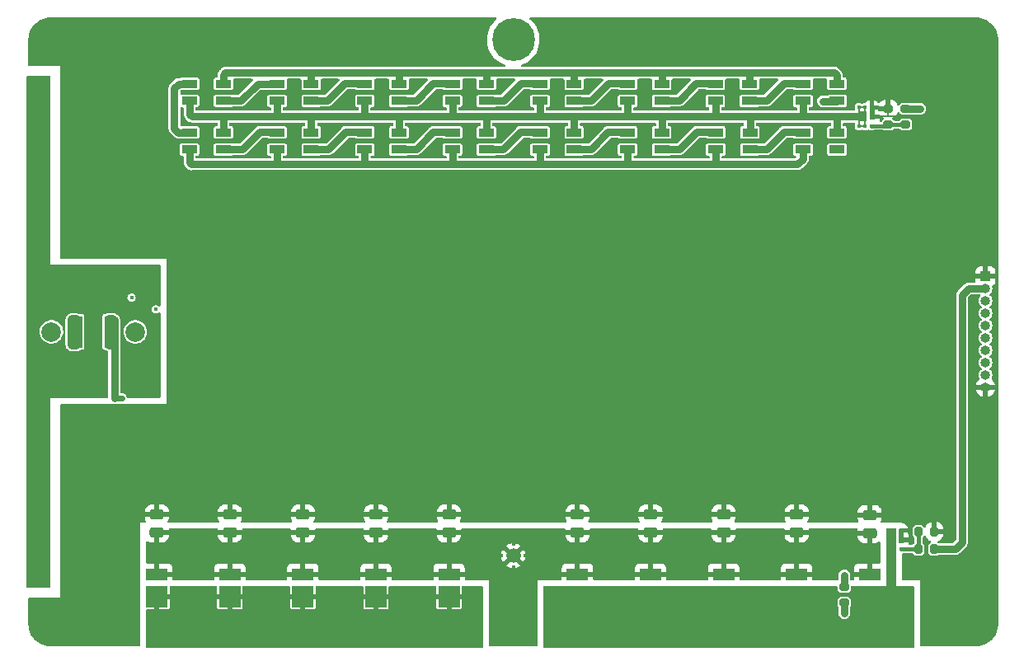
<source format=gbr>
%TF.GenerationSoftware,KiCad,Pcbnew,(5.99.0-11593-g5155093ec0)*%
%TF.CreationDate,2021-08-09T21:00:43+02:00*%
%TF.ProjectId,flatlight_rev21_ledside,666c6174-6c69-4676-9874-5f7265763231,rev?*%
%TF.SameCoordinates,Original*%
%TF.FileFunction,Copper,L1,Top*%
%TF.FilePolarity,Positive*%
%FSLAX46Y46*%
G04 Gerber Fmt 4.6, Leading zero omitted, Abs format (unit mm)*
G04 Created by KiCad (PCBNEW (5.99.0-11593-g5155093ec0)) date 2021-08-09 21:00:43*
%MOMM*%
%LPD*%
G01*
G04 APERTURE LIST*
G04 Aperture macros list*
%AMRoundRect*
0 Rectangle with rounded corners*
0 $1 Rounding radius*
0 $2 $3 $4 $5 $6 $7 $8 $9 X,Y pos of 4 corners*
0 Add a 4 corners polygon primitive as box body*
4,1,4,$2,$3,$4,$5,$6,$7,$8,$9,$2,$3,0*
0 Add four circle primitives for the rounded corners*
1,1,$1+$1,$2,$3*
1,1,$1+$1,$4,$5*
1,1,$1+$1,$6,$7*
1,1,$1+$1,$8,$9*
0 Add four rect primitives between the rounded corners*
20,1,$1+$1,$2,$3,$4,$5,0*
20,1,$1+$1,$4,$5,$6,$7,0*
20,1,$1+$1,$6,$7,$8,$9,0*
20,1,$1+$1,$8,$9,$2,$3,0*%
G04 Aperture macros list end*
%TA.AperFunction,SMDPad,CuDef*%
%ADD10RoundRect,0.200000X-0.275000X0.200000X-0.275000X-0.200000X0.275000X-0.200000X0.275000X0.200000X0*%
%TD*%
%TA.AperFunction,SMDPad,CuDef*%
%ADD11R,1.600000X0.850000*%
%TD*%
%TA.AperFunction,SMDPad,CuDef*%
%ADD12R,2.200000X2.200000*%
%TD*%
%TA.AperFunction,SMDPad,CuDef*%
%ADD13R,2.200000X1.250000*%
%TD*%
%TA.AperFunction,ComponentPad*%
%ADD14C,0.700000*%
%TD*%
%TA.AperFunction,ComponentPad*%
%ADD15C,4.400000*%
%TD*%
%TA.AperFunction,SMDPad,CuDef*%
%ADD16RoundRect,0.250000X0.475000X-0.250000X0.475000X0.250000X-0.475000X0.250000X-0.475000X-0.250000X0*%
%TD*%
%TA.AperFunction,SMDPad,CuDef*%
%ADD17RoundRect,0.200000X0.200000X0.275000X-0.200000X0.275000X-0.200000X-0.275000X0.200000X-0.275000X0*%
%TD*%
%TA.AperFunction,ComponentPad*%
%ADD18C,1.500000*%
%TD*%
%TA.AperFunction,SMDPad,CuDef*%
%ADD19R,1.500000X1.500000*%
%TD*%
%TA.AperFunction,SMDPad,CuDef*%
%ADD20R,0.400000X0.425000*%
%TD*%
%TA.AperFunction,SMDPad,CuDef*%
%ADD21R,0.950000X1.100000*%
%TD*%
%TA.AperFunction,SMDPad,CuDef*%
%ADD22R,0.480000X0.800000*%
%TD*%
%TA.AperFunction,WasherPad*%
%ADD23C,2.000000*%
%TD*%
%TA.AperFunction,SMDPad,CuDef*%
%ADD24R,0.500000X3.300000*%
%TD*%
%TA.AperFunction,SMDPad,CuDef*%
%ADD25R,1.300000X3.300000*%
%TD*%
%TA.AperFunction,SMDPad,CuDef*%
%ADD26RoundRect,0.200000X0.275000X-0.200000X0.275000X0.200000X-0.275000X0.200000X-0.275000X-0.200000X0*%
%TD*%
%TA.AperFunction,ComponentPad*%
%ADD27R,1.000000X1.000000*%
%TD*%
%TA.AperFunction,ComponentPad*%
%ADD28O,1.000000X1.000000*%
%TD*%
%TA.AperFunction,ViaPad*%
%ADD29C,0.600000*%
%TD*%
%TA.AperFunction,ViaPad*%
%ADD30C,0.450000*%
%TD*%
%TA.AperFunction,ViaPad*%
%ADD31C,1.000000*%
%TD*%
%TA.AperFunction,Conductor*%
%ADD32C,0.200000*%
%TD*%
%TA.AperFunction,Conductor*%
%ADD33C,0.800000*%
%TD*%
%TA.AperFunction,Conductor*%
%ADD34C,1.000000*%
%TD*%
%TA.AperFunction,Conductor*%
%ADD35C,0.600000*%
%TD*%
%TA.AperFunction,Conductor*%
%ADD36C,0.400000*%
%TD*%
G04 APERTURE END LIST*
D10*
%TO.P,R25,1*%
%TO.N,GND*%
X243700000Y-36375000D03*
%TO.P,R25,2*%
%TO.N,Net-(Q3-Pad3)*%
X243700000Y-38025000D03*
%TD*%
D11*
%TO.P,D14,1,DOUT*%
%TO.N,Net-(D14-Pad1)*%
X202450000Y-40575000D03*
%TO.P,D14,2,VSS*%
%TO.N,WS_GNDBUS*%
X202450000Y-38825000D03*
%TO.P,D14,3,DIN*%
%TO.N,Net-(D13-Pad1)*%
X198950000Y-38825000D03*
%TO.P,D14,4,VDD*%
%TO.N,LS_SYS*%
X198950000Y-40575000D03*
%TD*%
D12*
%TO.P,D20,1,K*%
%TO.N,LS_PWM_PWR*%
X241800000Y-86500000D03*
D13*
%TO.P,D20,2,A*%
%TO.N,LS_SYS*%
X241800000Y-84225000D03*
%TD*%
D11*
%TO.P,D18,1,DOUT*%
%TO.N,unconnected-(D18-Pad1)*%
X238450000Y-40575000D03*
%TO.P,D18,2,VSS*%
%TO.N,WS_GNDBUS*%
X238450000Y-38825000D03*
%TO.P,D18,3,DIN*%
%TO.N,Net-(D17-Pad1)*%
X234950000Y-38825000D03*
%TO.P,D18,4,VDD*%
%TO.N,LS_SYS*%
X234950000Y-40575000D03*
%TD*%
D14*
%TO.P,H18,1,1*%
%TO.N,GND*%
X254350000Y-29300000D03*
X252700000Y-30950000D03*
X251050000Y-29300000D03*
X252700000Y-27650000D03*
D15*
X252700000Y-29300000D03*
D14*
X251533274Y-30466726D03*
X253866726Y-30466726D03*
X251533274Y-28133274D03*
X253866726Y-28133274D03*
%TD*%
D16*
%TO.P,C31,1*%
%TO.N,LS_SYS*%
X219300000Y-79950000D03*
%TO.P,C31,2*%
%TO.N,GND*%
X219300000Y-78050000D03*
%TD*%
D12*
%TO.P,D27,1,K*%
%TO.N,LS_PWM_PWR*%
X168600000Y-86500000D03*
D13*
%TO.P,D27,2,A*%
%TO.N,LS_SYS*%
X168600000Y-84225000D03*
%TD*%
D12*
%TO.P,D25,1,K*%
%TO.N,LS_PWM_PWR*%
X211800000Y-86500000D03*
D13*
%TO.P,D25,2,A*%
%TO.N,LS_SYS*%
X211800000Y-84225000D03*
%TD*%
D17*
%TO.P,R28,1*%
%TO.N,LS_LED_PWM*%
X248450000Y-81600000D03*
%TO.P,R28,2*%
%TO.N,Net-(Q4-Pad3)*%
X246800000Y-81600000D03*
%TD*%
D11*
%TO.P,D9,1,DOUT*%
%TO.N,Net-(D10-Pad3)*%
X180950000Y-33825000D03*
%TO.P,D9,2,VSS*%
%TO.N,WS_GNDBUS*%
X180950000Y-35575000D03*
%TO.P,D9,3,DIN*%
%TO.N,Net-(D8-Pad1)*%
X184450000Y-35575000D03*
%TO.P,D9,4,VDD*%
%TO.N,LS_SYS*%
X184450000Y-33825000D03*
%TD*%
D17*
%TO.P,R29,1*%
%TO.N,GND*%
X248450000Y-79800000D03*
%TO.P,R29,2*%
%TO.N,Net-(Q4-Pad3)*%
X246800000Y-79800000D03*
%TD*%
D18*
%TO.P,H7,1,1*%
%TO.N,LS_SYS*%
X205200000Y-82300000D03*
%TD*%
D10*
%TO.P,R26,1*%
%TO.N,+3V3*%
X239200000Y-85475000D03*
%TO.P,R26,2*%
%TO.N,LS_JS_LED_NTC*%
X239200000Y-87125000D03*
%TD*%
D11*
%TO.P,D6,1,DOUT*%
%TO.N,Net-(D6-Pad1)*%
X207950000Y-33825000D03*
%TO.P,D6,2,VSS*%
%TO.N,WS_GNDBUS*%
X207950000Y-35575000D03*
%TO.P,D6,3,DIN*%
%TO.N,Net-(D5-Pad1)*%
X211450000Y-35575000D03*
%TO.P,D6,4,VDD*%
%TO.N,LS_SYS*%
X211450000Y-33825000D03*
%TD*%
D12*
%TO.P,D24,1,K*%
%TO.N,LS_PWM_PWR*%
X234300000Y-86500000D03*
D13*
%TO.P,D24,2,A*%
%TO.N,LS_SYS*%
X234300000Y-84225000D03*
%TD*%
D14*
%TO.P,H16,1,1*%
%TO.N,LS_SYS*%
X206366726Y-88133274D03*
X203550000Y-89300000D03*
X206366726Y-90466726D03*
X205200000Y-90950000D03*
D15*
X205200000Y-89300000D03*
D14*
X206850000Y-89300000D03*
X204033274Y-88133274D03*
X205200000Y-87650000D03*
X204033274Y-90466726D03*
%TD*%
D12*
%TO.P,D26,1,K*%
%TO.N,LS_PWM_PWR*%
X191100000Y-86500000D03*
D13*
%TO.P,D26,2,A*%
%TO.N,LS_SYS*%
X191100000Y-84225000D03*
%TD*%
D11*
%TO.P,D4,1,DOUT*%
%TO.N,Net-(D4-Pad1)*%
X225950000Y-33825000D03*
%TO.P,D4,2,VSS*%
%TO.N,WS_GNDBUS*%
X225950000Y-35575000D03*
%TO.P,D4,3,DIN*%
%TO.N,Net-(D3-Pad1)*%
X229450000Y-35575000D03*
%TO.P,D4,4,VDD*%
%TO.N,LS_SYS*%
X229450000Y-33825000D03*
%TD*%
D16*
%TO.P,C39,1*%
%TO.N,LS_SYS*%
X226800000Y-79950000D03*
%TO.P,C39,2*%
%TO.N,GND*%
X226800000Y-78050000D03*
%TD*%
%TO.P,C36,1*%
%TO.N,LS_SYS*%
X168600000Y-79950000D03*
%TO.P,C36,2*%
%TO.N,GND*%
X168600000Y-78050000D03*
%TD*%
D11*
%TO.P,D11,1,DOUT*%
%TO.N,Net-(D11-Pad1)*%
X175450000Y-40575000D03*
%TO.P,D11,2,VSS*%
%TO.N,WS_GNDBUS*%
X175450000Y-38825000D03*
%TO.P,D11,3,DIN*%
%TO.N,Net-(D10-Pad1)*%
X171950000Y-38825000D03*
%TO.P,D11,4,VDD*%
%TO.N,LS_SYS*%
X171950000Y-40575000D03*
%TD*%
D12*
%TO.P,D21,1,K*%
%TO.N,LS_PWM_PWR*%
X226800000Y-86500000D03*
D13*
%TO.P,D21,2,A*%
%TO.N,LS_SYS*%
X226800000Y-84225000D03*
%TD*%
D16*
%TO.P,C34,1*%
%TO.N,LS_SYS*%
X183600000Y-79950000D03*
%TO.P,C34,2*%
%TO.N,GND*%
X183600000Y-78050000D03*
%TD*%
D19*
%TO.P,TP10,1,1*%
%TO.N,PAD*%
X162075000Y-55900000D03*
%TD*%
%TO.P,TP9,1,1*%
%TO.N,LS_PWM_PWR*%
X245600000Y-86500000D03*
%TD*%
D16*
%TO.P,C38,1*%
%TO.N,LS_SYS*%
X176100000Y-79950000D03*
%TO.P,C38,2*%
%TO.N,GND*%
X176100000Y-78050000D03*
%TD*%
D20*
%TO.P,Q4,1,D*%
%TO.N,LS_PWM_PWR*%
X243701504Y-79699888D03*
X243701504Y-81599888D03*
X244351504Y-79699888D03*
D21*
X244051504Y-80649888D03*
D20*
X244351504Y-81599888D03*
%TO.P,Q4,2,S*%
%TO.N,GND*%
X245001504Y-79699888D03*
D22*
X245051504Y-80649888D03*
D20*
%TO.P,Q4,3,G*%
%TO.N,Net-(Q4-Pad3)*%
X245001504Y-81599888D03*
%TD*%
D18*
%TO.P,H14,1,1*%
%TO.N,GND*%
X186475000Y-59675000D03*
%TD*%
D23*
%TO.P,lense1,*%
%TO.N,*%
X166375000Y-59300000D03*
X157775000Y-59300000D03*
%TD*%
D11*
%TO.P,D15,1,DOUT*%
%TO.N,Net-(D15-Pad1)*%
X211450000Y-40575000D03*
%TO.P,D15,2,VSS*%
%TO.N,WS_GNDBUS*%
X211450000Y-38825000D03*
%TO.P,D15,3,DIN*%
%TO.N,Net-(D14-Pad1)*%
X207950000Y-38825000D03*
%TO.P,D15,4,VDD*%
%TO.N,LS_SYS*%
X207950000Y-40575000D03*
%TD*%
D16*
%TO.P,C30,1*%
%TO.N,LS_SYS*%
X198600000Y-79950000D03*
%TO.P,C30,2*%
%TO.N,GND*%
X198600000Y-78050000D03*
%TD*%
D12*
%TO.P,D28,1,K*%
%TO.N,LS_PWM_PWR*%
X219300000Y-86500000D03*
D13*
%TO.P,D28,2,A*%
%TO.N,LS_SYS*%
X219300000Y-84225000D03*
%TD*%
D12*
%TO.P,D22,1,K*%
%TO.N,LS_PWM_PWR*%
X176100000Y-86500000D03*
D13*
%TO.P,D22,2,A*%
%TO.N,LS_SYS*%
X176100000Y-84225000D03*
%TD*%
D14*
%TO.P,H19,1,1*%
%TO.N,GND*%
X251533274Y-90466726D03*
X251533274Y-88133274D03*
X253866726Y-88133274D03*
X254350000Y-89300000D03*
D15*
X252700000Y-89300000D03*
D14*
X253866726Y-90466726D03*
X251050000Y-89300000D03*
X252700000Y-90950000D03*
X252700000Y-87650000D03*
%TD*%
D24*
%TO.P,D35,1,A*%
%TO.N,Net-(D35-Pad1)*%
X163475000Y-59300000D03*
%TO.P,D35,2,K*%
%TO.N,Net-(C47-Pad2)*%
X160675000Y-59300000D03*
D25*
%TO.P,D35,3,PAD*%
%TO.N,PAD*%
X162075000Y-59300000D03*
%TD*%
D16*
%TO.P,C37,1*%
%TO.N,LS_SYS*%
X234300000Y-79950000D03*
%TO.P,C37,2*%
%TO.N,GND*%
X234300000Y-78050000D03*
%TD*%
D11*
%TO.P,D12,1,DOUT*%
%TO.N,Net-(D12-Pad1)*%
X184450000Y-40575000D03*
%TO.P,D12,2,VSS*%
%TO.N,WS_GNDBUS*%
X184450000Y-38825000D03*
%TO.P,D12,3,DIN*%
%TO.N,Net-(D11-Pad1)*%
X180950000Y-38825000D03*
%TO.P,D12,4,VDD*%
%TO.N,LS_SYS*%
X180950000Y-40575000D03*
%TD*%
%TO.P,D8,1,DOUT*%
%TO.N,Net-(D8-Pad1)*%
X189950000Y-33825000D03*
%TO.P,D8,2,VSS*%
%TO.N,WS_GNDBUS*%
X189950000Y-35575000D03*
%TO.P,D8,3,DIN*%
%TO.N,Net-(D7-Pad1)*%
X193450000Y-35575000D03*
%TO.P,D8,4,VDD*%
%TO.N,LS_SYS*%
X193450000Y-33825000D03*
%TD*%
D12*
%TO.P,D19,1,K*%
%TO.N,LS_PWM_PWR*%
X183600000Y-86500000D03*
D13*
%TO.P,D19,2,A*%
%TO.N,LS_SYS*%
X183600000Y-84225000D03*
%TD*%
D11*
%TO.P,D5,1,DOUT*%
%TO.N,Net-(D5-Pad1)*%
X216950000Y-33825000D03*
%TO.P,D5,2,VSS*%
%TO.N,WS_GNDBUS*%
X216950000Y-35575000D03*
%TO.P,D5,3,DIN*%
%TO.N,Net-(D4-Pad1)*%
X220450000Y-35575000D03*
%TO.P,D5,4,VDD*%
%TO.N,LS_SYS*%
X220450000Y-33825000D03*
%TD*%
D16*
%TO.P,C32,1*%
%TO.N,LS_SYS*%
X211800000Y-79950000D03*
%TO.P,C32,2*%
%TO.N,GND*%
X211800000Y-78050000D03*
%TD*%
D11*
%TO.P,D3,1,DOUT*%
%TO.N,Net-(D3-Pad1)*%
X234950000Y-33825000D03*
%TO.P,D3,2,VSS*%
%TO.N,WS_GNDBUS*%
X234950000Y-35575000D03*
%TO.P,D3,3,DIN*%
%TO.N,LS_WS_LDAT*%
X238450000Y-35575000D03*
%TO.P,D3,4,VDD*%
%TO.N,LS_SYS*%
X238450000Y-33825000D03*
%TD*%
D26*
%TO.P,R24,1*%
%TO.N,Net-(Q3-Pad3)*%
X245500000Y-38025000D03*
%TO.P,R24,2*%
%TO.N,LS_WS_POWER*%
X245500000Y-36375000D03*
%TD*%
D16*
%TO.P,C33,1*%
%TO.N,LS_SYS*%
X191100000Y-79950000D03*
%TO.P,C33,2*%
%TO.N,GND*%
X191100000Y-78050000D03*
%TD*%
D11*
%TO.P,D13,1,DOUT*%
%TO.N,Net-(D13-Pad1)*%
X193450000Y-40575000D03*
%TO.P,D13,2,VSS*%
%TO.N,WS_GNDBUS*%
X193450000Y-38825000D03*
%TO.P,D13,3,DIN*%
%TO.N,Net-(D12-Pad1)*%
X189950000Y-38825000D03*
%TO.P,D13,4,VDD*%
%TO.N,LS_SYS*%
X189950000Y-40575000D03*
%TD*%
D20*
%TO.P,Q3,1,D*%
%TO.N,WS_GNDBUS*%
X241351504Y-36249888D03*
X240701504Y-38149888D03*
X240701504Y-36249888D03*
D21*
X241051504Y-37199888D03*
D20*
X241351504Y-38149888D03*
%TO.P,Q3,2,S*%
%TO.N,GND*%
X242001504Y-36249888D03*
D22*
X242051504Y-37199888D03*
D20*
%TO.P,Q3,3,G*%
%TO.N,Net-(Q3-Pad3)*%
X242001504Y-38149888D03*
%TD*%
D16*
%TO.P,C35,1*%
%TO.N,LS_SYS*%
X241800000Y-80000000D03*
%TO.P,C35,2*%
%TO.N,GND*%
X241800000Y-78100000D03*
%TD*%
D11*
%TO.P,D16,1,DOUT*%
%TO.N,Net-(D16-Pad1)*%
X220450000Y-40575000D03*
%TO.P,D16,2,VSS*%
%TO.N,WS_GNDBUS*%
X220450000Y-38825000D03*
%TO.P,D16,3,DIN*%
%TO.N,Net-(D15-Pad1)*%
X216950000Y-38825000D03*
%TO.P,D16,4,VDD*%
%TO.N,LS_SYS*%
X216950000Y-40575000D03*
%TD*%
%TO.P,D7,1,DOUT*%
%TO.N,Net-(D7-Pad1)*%
X198950000Y-33825000D03*
%TO.P,D7,2,VSS*%
%TO.N,WS_GNDBUS*%
X198950000Y-35575000D03*
%TO.P,D7,3,DIN*%
%TO.N,Net-(D6-Pad1)*%
X202450000Y-35575000D03*
%TO.P,D7,4,VDD*%
%TO.N,LS_SYS*%
X202450000Y-33825000D03*
%TD*%
D14*
%TO.P,H20,1,1*%
%TO.N,GND*%
X157700000Y-90950000D03*
X159350000Y-89300000D03*
D15*
X157700000Y-89300000D03*
D14*
X156050000Y-89300000D03*
X158866726Y-90466726D03*
X156533274Y-90466726D03*
X157700000Y-87650000D03*
X156533274Y-88133274D03*
X158866726Y-88133274D03*
%TD*%
D11*
%TO.P,D10,1,DOUT*%
%TO.N,Net-(D10-Pad1)*%
X171950000Y-33825000D03*
%TO.P,D10,2,VSS*%
%TO.N,WS_GNDBUS*%
X171950000Y-35575000D03*
%TO.P,D10,3,DIN*%
%TO.N,Net-(D10-Pad3)*%
X175450000Y-35575000D03*
%TO.P,D10,4,VDD*%
%TO.N,LS_SYS*%
X175450000Y-33825000D03*
%TD*%
D14*
%TO.P,H17,1,1*%
%TO.N,GND*%
X157700000Y-27650000D03*
X156533274Y-28133274D03*
X159350000Y-29300000D03*
X157700000Y-30950000D03*
X158866726Y-30466726D03*
X156050000Y-29300000D03*
D15*
X157700000Y-29300000D03*
D14*
X158866726Y-28133274D03*
X156533274Y-30466726D03*
%TD*%
D12*
%TO.P,D23,1,K*%
%TO.N,LS_PWM_PWR*%
X198600000Y-86500000D03*
D13*
%TO.P,D23,2,A*%
%TO.N,LS_SYS*%
X198600000Y-84225000D03*
%TD*%
D14*
%TO.P,H15,1,1*%
%TO.N,LS_SYS*%
X204033274Y-28133274D03*
X205200000Y-27650000D03*
X206366726Y-30466726D03*
X203550000Y-29300000D03*
X205200000Y-30950000D03*
X206366726Y-28133274D03*
X206850000Y-29300000D03*
X204033274Y-30466726D03*
D15*
X205200000Y-29300000D03*
%TD*%
D11*
%TO.P,D17,1,DOUT*%
%TO.N,Net-(D17-Pad1)*%
X229500000Y-40575000D03*
%TO.P,D17,2,VSS*%
%TO.N,WS_GNDBUS*%
X229500000Y-38825000D03*
%TO.P,D17,3,DIN*%
%TO.N,Net-(D16-Pad1)*%
X226000000Y-38825000D03*
%TO.P,D17,4,VDD*%
%TO.N,LS_SYS*%
X226000000Y-40575000D03*
%TD*%
D27*
%TO.P,J4,1,Pin_1*%
%TO.N,GND*%
X253700000Y-53575000D03*
D28*
%TO.P,J4,2,Pin_2*%
%TO.N,LS_LED_PWM*%
X253700000Y-54845000D03*
%TO.P,J4,3,Pin_3*%
%TO.N,LS_FLASH_EN*%
X253700000Y-56115000D03*
%TO.P,J4,4,Pin_4*%
%TO.N,LS_TORCH_EN*%
X253700000Y-57385000D03*
%TO.P,J4,5,Pin_5*%
%TO.N,LS_WS_LDAT*%
X253700000Y-58655000D03*
%TO.P,J4,6,Pin_6*%
%TO.N,LS_WS_POWER*%
X253700000Y-59925000D03*
%TO.P,J4,7,Pin_7*%
%TO.N,LS_XP_LED_NTC*%
X253700000Y-61195000D03*
%TO.P,J4,8,Pin_8*%
%TO.N,LS_JS_LED_NTC*%
X253700000Y-62465000D03*
%TO.P,J4,9,Pin_9*%
%TO.N,+3V3*%
X253700000Y-63735000D03*
%TO.P,J4,10,Pin_10*%
%TO.N,GND*%
X253700000Y-65005000D03*
%TD*%
D29*
%TO.N,GND*%
X175450000Y-27550000D03*
X254450000Y-68250000D03*
X254000000Y-48800000D03*
X254500000Y-50300000D03*
X162000000Y-90550000D03*
X209400000Y-28050000D03*
X253950000Y-75750000D03*
X253950000Y-84750000D03*
X243850000Y-27550000D03*
X227350000Y-28050000D03*
X236350000Y-28050000D03*
X253950000Y-78750000D03*
X242350000Y-28050000D03*
X170950000Y-28050000D03*
X225850000Y-27550000D03*
X167950000Y-28050000D03*
D30*
X162575000Y-67925000D03*
D29*
X164950000Y-28050000D03*
X254500000Y-35300000D03*
X197950000Y-28050000D03*
X230350000Y-28050000D03*
X228850000Y-27550000D03*
X253950000Y-69750000D03*
X188950000Y-28050000D03*
X187450000Y-27550000D03*
X254500000Y-38300000D03*
X254500000Y-41300000D03*
X163450000Y-27550000D03*
X190450000Y-27550000D03*
X245350000Y-28050000D03*
X196450000Y-27550000D03*
X254000000Y-45750000D03*
X163500000Y-91050000D03*
D30*
X168700000Y-71150000D03*
D29*
X254000000Y-33800000D03*
X254450000Y-86200000D03*
X200950000Y-28050000D03*
X212350000Y-28050000D03*
X213850000Y-27550000D03*
X160500000Y-27550000D03*
X234850000Y-27550000D03*
X166450000Y-27550000D03*
X253950000Y-72750000D03*
X181450000Y-27550000D03*
X248350000Y-28050000D03*
X254000000Y-51800000D03*
D30*
X166575000Y-71150000D03*
D29*
X254500000Y-44300000D03*
X254450000Y-77250000D03*
D30*
X162100000Y-67925000D03*
D29*
X224350000Y-28050000D03*
X215350000Y-28050000D03*
X254450000Y-80250000D03*
X231850000Y-27550000D03*
X254000000Y-36800000D03*
X199450000Y-27550000D03*
X250100000Y-91050000D03*
X246850000Y-27550000D03*
X254500000Y-47300000D03*
X182950000Y-28050000D03*
X178450000Y-27550000D03*
X169450000Y-27550000D03*
X254000000Y-42800000D03*
X172450000Y-27550000D03*
X233350000Y-28050000D03*
D30*
X165550000Y-67950000D03*
D29*
X179950000Y-28050000D03*
X194950000Y-28050000D03*
X254450000Y-83250000D03*
X176950000Y-28050000D03*
X240850000Y-27550000D03*
D30*
X165075000Y-67950000D03*
D29*
X254450000Y-71250000D03*
X248800000Y-90550000D03*
X210850000Y-27550000D03*
X254500000Y-32300000D03*
X219850000Y-27550000D03*
X239350000Y-28050000D03*
X173950000Y-28050000D03*
X249850000Y-27550000D03*
X237850000Y-27550000D03*
X218350000Y-28050000D03*
X216850000Y-27550000D03*
X166500000Y-91050000D03*
X254450000Y-74250000D03*
X184450000Y-27550000D03*
X253950000Y-81750000D03*
X221350000Y-28050000D03*
X160500000Y-91050000D03*
X253950000Y-66750000D03*
X222850000Y-27550000D03*
X254000000Y-39800000D03*
X191950000Y-28050000D03*
X247425000Y-91050000D03*
X185950000Y-28050000D03*
D30*
X163825000Y-67925000D03*
D29*
X165000000Y-90550000D03*
X161950000Y-28050000D03*
X193450000Y-27550000D03*
%TO.N,+3V3*%
X239200000Y-84300000D03*
D30*
X168500000Y-57000000D03*
%TO.N,LS_SYS*%
X205700000Y-32700000D03*
X205200000Y-32700000D03*
X205700000Y-42100000D03*
X204000000Y-82300000D03*
X205200000Y-83500000D03*
X204700000Y-42100000D03*
X205200000Y-81100000D03*
D31*
X168125000Y-81875000D03*
D30*
X206400000Y-82300000D03*
X205200000Y-42100000D03*
X204700000Y-32700000D03*
D29*
%TO.N,Net-(C47-Pad2)*%
X159925000Y-59350000D03*
X159925000Y-60600000D03*
X159925000Y-58725000D03*
X159925000Y-59975000D03*
X159925000Y-58100000D03*
%TO.N,LS_WS_LDAT*%
X237000000Y-35600000D03*
D30*
%TO.N,Net-(D35-Pad1)*%
X165025000Y-66125000D03*
X164350000Y-66125000D03*
D29*
%TO.N,LS_JS_LED_NTC*%
X239200000Y-88200000D03*
D30*
%TO.N,LS_XP_LED_NTC*%
X166000000Y-55800000D03*
D29*
%TO.N,LS_WS_POWER*%
X247000000Y-36400000D03*
%TO.N,LS_PWM_PWR*%
X225200000Y-90550000D03*
X201000000Y-90550000D03*
X238700000Y-91050000D03*
X234200000Y-90550000D03*
X196500000Y-91050000D03*
X177000000Y-90550000D03*
X192000000Y-90550000D03*
X214700000Y-91050000D03*
X211700000Y-91050000D03*
X228200000Y-90550000D03*
X223700000Y-91050000D03*
X208700000Y-91050000D03*
X231200000Y-90550000D03*
X183000000Y-90550000D03*
X181500000Y-91050000D03*
X174000000Y-90550000D03*
X222200000Y-90550000D03*
X235700000Y-91050000D03*
X190500000Y-91050000D03*
X189000000Y-90550000D03*
X195000000Y-90550000D03*
X232700000Y-91050000D03*
X169500000Y-91050000D03*
X237200000Y-90550000D03*
X180000000Y-90550000D03*
X199500000Y-91050000D03*
X172500000Y-91050000D03*
X210200000Y-90550000D03*
X241700000Y-91050000D03*
X217700000Y-91050000D03*
X193500000Y-91050000D03*
X229700000Y-91050000D03*
X187500000Y-91050000D03*
X168000000Y-90550000D03*
X175500000Y-91050000D03*
X198000000Y-90550000D03*
X243200000Y-90550000D03*
X244650000Y-91050000D03*
X216200000Y-90550000D03*
X213200000Y-90550000D03*
X240200000Y-90550000D03*
X219200000Y-90550000D03*
X184500000Y-91050000D03*
X171000000Y-90550000D03*
X186000000Y-90550000D03*
X178500000Y-91050000D03*
X220700000Y-91050000D03*
X226700000Y-91050000D03*
D31*
%TO.N,PAD*%
X156450000Y-68300000D03*
X155950000Y-48800000D03*
X156450000Y-77300000D03*
X156450000Y-62300000D03*
X155950000Y-42800000D03*
X155950000Y-66800000D03*
X155950000Y-51800000D03*
X156450000Y-83300000D03*
X155950000Y-39800000D03*
X156450000Y-80300000D03*
X155950000Y-84800000D03*
X156450000Y-56300000D03*
X155950000Y-33800000D03*
X155950000Y-72800000D03*
X156450000Y-65300000D03*
X156450000Y-50300000D03*
X156450000Y-44300000D03*
X156450000Y-41300000D03*
X155950000Y-75800000D03*
X156450000Y-38300000D03*
X155950000Y-36800000D03*
X155950000Y-60800000D03*
X155950000Y-63800000D03*
X155950000Y-81800000D03*
X156450000Y-53300000D03*
X156450000Y-71300000D03*
X155950000Y-57800000D03*
X155950000Y-54800000D03*
X155950000Y-78800000D03*
X155950000Y-45800000D03*
X155950000Y-69800000D03*
X156450000Y-35300000D03*
X156450000Y-47300000D03*
X156450000Y-74300000D03*
%TD*%
D32*
%TO.N,GND*%
X242051504Y-37199888D02*
X247149888Y-37199888D01*
X247150000Y-37200000D02*
X253600000Y-37200000D01*
X243700000Y-36375000D02*
X243700000Y-37150000D01*
X253600000Y-37200000D02*
X254000000Y-36800000D01*
X247149888Y-37199888D02*
X247150000Y-37200000D01*
D33*
%TO.N,+3V3*%
X239200000Y-84300000D02*
X239200000Y-85475000D01*
%TO.N,LS_SYS*%
X234950000Y-41550000D02*
X234950000Y-40575000D01*
X171950000Y-41900000D02*
X172150000Y-42100000D01*
X238200000Y-32700000D02*
X205700000Y-32700000D01*
X205200000Y-32700000D02*
X204700000Y-32700000D01*
X198950000Y-40575000D02*
X198950000Y-41900000D01*
X234400000Y-42100000D02*
X234950000Y-41550000D01*
X204700000Y-32700000D02*
X175650000Y-32700000D01*
X202450000Y-33825000D02*
X202450000Y-32800000D01*
X226000000Y-40575000D02*
X226000000Y-41900000D01*
X205200000Y-42100000D02*
X205700000Y-42100000D01*
X205700000Y-32700000D02*
X205200000Y-32700000D01*
X189950000Y-40575000D02*
X189950000Y-41900000D01*
X184450000Y-33825000D02*
X184450000Y-32800000D01*
X175650000Y-32700000D02*
X175450000Y-32900000D01*
X211450000Y-33825000D02*
X211450000Y-32800000D01*
X205700000Y-42100000D02*
X234400000Y-42100000D01*
X238450000Y-33825000D02*
X238450000Y-32950000D01*
X172150000Y-42100000D02*
X204700000Y-42100000D01*
X238450000Y-32950000D02*
X238200000Y-32700000D01*
X229450000Y-33825000D02*
X229450000Y-32900000D01*
X171950000Y-40575000D02*
X171950000Y-41900000D01*
X204700000Y-42100000D02*
X205200000Y-42100000D01*
X175450000Y-33825000D02*
X175450000Y-32900000D01*
X216950000Y-40575000D02*
X216950000Y-42000000D01*
X193450000Y-33825000D02*
X193450000Y-32900000D01*
X207950000Y-40575000D02*
X207950000Y-41900000D01*
X180950000Y-40575000D02*
X180950000Y-41900000D01*
X220450000Y-33825000D02*
X220450000Y-32800000D01*
D34*
%TO.N,Net-(C47-Pad2)*%
X159925000Y-58100000D02*
X159925000Y-60600000D01*
X160300000Y-58100000D02*
X160300000Y-60600000D01*
D33*
%TO.N,LS_WS_LDAT*%
X237000000Y-35600000D02*
X238425000Y-35600000D01*
X238425000Y-35600000D02*
X238450000Y-35575000D01*
%TO.N,WS_GNDBUS*%
X207950000Y-35575000D02*
X207950000Y-37000000D01*
X234950000Y-35575000D02*
X234950000Y-37000000D01*
X193450000Y-37350000D02*
X193299888Y-37199888D01*
X180950000Y-35575000D02*
X180950000Y-37149776D01*
X216950000Y-35575000D02*
X216950000Y-37000000D01*
X199000112Y-37199888D02*
X193299888Y-37199888D01*
X189950000Y-35575000D02*
X189950000Y-37000000D01*
D32*
X240701504Y-36249888D02*
X240701504Y-36849888D01*
D33*
X241000000Y-37199888D02*
X199000112Y-37199888D01*
X184399888Y-37199888D02*
X181000112Y-37199888D01*
X184450000Y-38825000D02*
X184450000Y-37250000D01*
X198950000Y-37149776D02*
X199000112Y-37199888D01*
X189950000Y-37000000D02*
X190149888Y-37199888D01*
X193299888Y-37199888D02*
X190149888Y-37199888D01*
X229500000Y-38825000D02*
X229500000Y-37350000D01*
D32*
X241351504Y-36249888D02*
X240701504Y-36249888D01*
D33*
X225950000Y-35575000D02*
X225950000Y-37050000D01*
X202450000Y-38825000D02*
X202450000Y-37350000D01*
D32*
X240701504Y-38149888D02*
X240701504Y-37549888D01*
D33*
X175650112Y-37199888D02*
X172199888Y-37199888D01*
D32*
X241351504Y-38149888D02*
X240701504Y-38149888D01*
X240701504Y-36849888D02*
X241051504Y-37199888D01*
D33*
X220450000Y-38825000D02*
X220450000Y-37350000D01*
X172199888Y-37199888D02*
X171950000Y-36950000D01*
X238450000Y-38825000D02*
X238450000Y-37300000D01*
X175450000Y-37400000D02*
X175650112Y-37199888D01*
X193450000Y-38825000D02*
X193450000Y-37350000D01*
X175450000Y-38825000D02*
X175450000Y-37400000D01*
X171950000Y-36950000D02*
X171950000Y-35575000D01*
X180950000Y-37149776D02*
X181000112Y-37199888D01*
D32*
X240701504Y-37549888D02*
X241051504Y-37199888D01*
X241351504Y-36249888D02*
X241351504Y-38149888D01*
D33*
X190149888Y-37199888D02*
X184399888Y-37199888D01*
X181000112Y-37199888D02*
X175650112Y-37199888D01*
X184450000Y-37250000D02*
X184399888Y-37199888D01*
X211450000Y-38825000D02*
X211450000Y-37400000D01*
X198950000Y-35575000D02*
X198950000Y-37149776D01*
%TO.N,Net-(D3-Pad1)*%
X232975000Y-33800000D02*
X234950000Y-33800000D01*
X231225000Y-35550000D02*
X232975000Y-33800000D01*
X229450000Y-35550000D02*
X231225000Y-35550000D01*
%TO.N,Net-(D4-Pad1)*%
X223975000Y-33800000D02*
X225950000Y-33800000D01*
X222225000Y-35550000D02*
X223975000Y-33800000D01*
X220450000Y-35550000D02*
X222225000Y-35550000D01*
%TO.N,Net-(D5-Pad1)*%
X213225000Y-35550000D02*
X214975000Y-33800000D01*
X214975000Y-33800000D02*
X216950000Y-33800000D01*
X211450000Y-35550000D02*
X213225000Y-35550000D01*
%TO.N,Net-(D6-Pad1)*%
X204225000Y-35550000D02*
X205975000Y-33800000D01*
X202450000Y-35550000D02*
X204225000Y-35550000D01*
X205975000Y-33800000D02*
X207950000Y-33800000D01*
%TO.N,Net-(D7-Pad1)*%
X196975000Y-33800000D02*
X198950000Y-33800000D01*
X195225000Y-35550000D02*
X196975000Y-33800000D01*
X193450000Y-35550000D02*
X195225000Y-35550000D01*
%TO.N,Net-(D8-Pad1)*%
X184350000Y-35550000D02*
X186125000Y-35550000D01*
X186125000Y-35550000D02*
X187875000Y-33800000D01*
X187875000Y-33800000D02*
X189850000Y-33800000D01*
%TO.N,Net-(D10-Pad3)*%
X178975000Y-33825000D02*
X180950000Y-33825000D01*
X177225000Y-35575000D02*
X178975000Y-33825000D01*
X175450000Y-35575000D02*
X177225000Y-35575000D01*
%TO.N,Net-(D10-Pad1)*%
X170399520Y-38400000D02*
X170824520Y-38825000D01*
X170399520Y-34250480D02*
X170399520Y-38400000D01*
X170825000Y-33825000D02*
X170399520Y-34250480D01*
X171950000Y-33825000D02*
X170825000Y-33825000D01*
X170824520Y-38825000D02*
X171950000Y-38825000D01*
%TO.N,Net-(D11-Pad1)*%
X177400000Y-40550000D02*
X179150000Y-38800000D01*
X175625000Y-40550000D02*
X177400000Y-40550000D01*
X179150000Y-38800000D02*
X181125000Y-38800000D01*
%TO.N,Net-(D12-Pad1)*%
X187975000Y-38800000D02*
X189950000Y-38800000D01*
X186225000Y-40550000D02*
X187975000Y-38800000D01*
X184450000Y-40550000D02*
X186225000Y-40550000D01*
%TO.N,Net-(D13-Pad1)*%
X196975000Y-38800000D02*
X198950000Y-38800000D01*
X195225000Y-40550000D02*
X196975000Y-38800000D01*
X193450000Y-40550000D02*
X195225000Y-40550000D01*
%TO.N,Net-(D14-Pad1)*%
X204175000Y-40550000D02*
X205925000Y-38800000D01*
X202400000Y-40550000D02*
X204175000Y-40550000D01*
X205925000Y-38800000D02*
X207900000Y-38800000D01*
%TO.N,Net-(D15-Pad1)*%
X213175000Y-40550000D02*
X214925000Y-38800000D01*
X214925000Y-38800000D02*
X216900000Y-38800000D01*
X211400000Y-40550000D02*
X213175000Y-40550000D01*
%TO.N,Net-(D16-Pad1)*%
X224025000Y-38800000D02*
X226000000Y-38800000D01*
X222275000Y-40550000D02*
X224025000Y-38800000D01*
X220500000Y-40550000D02*
X222275000Y-40550000D01*
%TO.N,Net-(D17-Pad1)*%
X229450000Y-40550000D02*
X231225000Y-40550000D01*
X232975000Y-38800000D02*
X234950000Y-38800000D01*
X231225000Y-40550000D02*
X232975000Y-38800000D01*
D34*
%TO.N,Net-(D35-Pad1)*%
X163725000Y-58075000D02*
X163725000Y-60575000D01*
D35*
X164225000Y-66125000D02*
X165025000Y-66125000D01*
D34*
X164025000Y-58075000D02*
X164025000Y-60575000D01*
D33*
X164225000Y-66125000D02*
X164225000Y-58100000D01*
%TO.N,LS_JS_LED_NTC*%
X239200000Y-87125000D02*
X239200000Y-88200000D01*
%TO.N,LS_WS_POWER*%
X245525000Y-36400000D02*
X245500000Y-36375000D01*
X247000000Y-36400000D02*
X245525000Y-36400000D01*
%TO.N,LS_LED_PWM*%
X251300000Y-55500000D02*
X251300000Y-80900000D01*
X251955000Y-54845000D02*
X251300000Y-55500000D01*
X250600000Y-81600000D02*
X248450000Y-81600000D01*
X253700000Y-54845000D02*
X251955000Y-54845000D01*
X251300000Y-80900000D02*
X250600000Y-81600000D01*
D32*
%TO.N,Net-(Q3-Pad3)*%
X243575112Y-38149888D02*
X243700000Y-38025000D01*
D36*
X242001504Y-38149888D02*
X243575112Y-38149888D01*
X243700000Y-38025000D02*
X245500000Y-38025000D01*
%TO.N,Net-(Q4-Pad3)*%
X246800000Y-81600000D02*
X246800000Y-79800000D01*
X245063196Y-81600000D02*
X246736804Y-81600000D01*
%TD*%
%TA.AperFunction,Conductor*%
%TO.N,GND*%
G36*
X208300000Y-78900000D02*
G01*
X202100000Y-78900000D01*
X202100000Y-42700500D01*
X208300000Y-42700500D01*
X208300000Y-78900000D01*
G37*
%TD.AperFunction*%
%TA.AperFunction,Conductor*%
G36*
X207046129Y-39421734D02*
G01*
X207071769Y-39438867D01*
X207130252Y-39450500D01*
X208300000Y-39450500D01*
X208300000Y-39949500D01*
X207130252Y-39949500D01*
X207124184Y-39950707D01*
X207083939Y-39958712D01*
X207083938Y-39958712D01*
X207071769Y-39961133D01*
X207005448Y-40005448D01*
X206961133Y-40071769D01*
X206949500Y-40130252D01*
X206949500Y-41019748D01*
X206961133Y-41078231D01*
X207005448Y-41144552D01*
X207071769Y-41188867D01*
X207083938Y-41191288D01*
X207083939Y-41191288D01*
X207124184Y-41199293D01*
X207130252Y-41200500D01*
X207223500Y-41200500D01*
X207291621Y-41220502D01*
X207338114Y-41274158D01*
X207349500Y-41326500D01*
X207349500Y-41373500D01*
X207329498Y-41441621D01*
X207275842Y-41488114D01*
X207223500Y-41499500D01*
X202100000Y-41499500D01*
X202100000Y-41200500D01*
X203269748Y-41200500D01*
X203328231Y-41188867D01*
X203353871Y-41171734D01*
X203423872Y-41150500D01*
X204127381Y-41150500D01*
X204143827Y-41151578D01*
X204175000Y-41155682D01*
X204183188Y-41154604D01*
X204214361Y-41150500D01*
X204323574Y-41136122D01*
X204331762Y-41135044D01*
X204477841Y-41074536D01*
X204603282Y-40978282D01*
X204622430Y-40953328D01*
X204633297Y-40940938D01*
X206136830Y-39437405D01*
X206199142Y-39403379D01*
X206225925Y-39400500D01*
X206976128Y-39400500D01*
X207046129Y-39421734D01*
G37*
%TD.AperFunction*%
%TA.AperFunction,Conductor*%
G36*
X208300000Y-38199500D02*
G01*
X205972619Y-38199500D01*
X205956173Y-38198422D01*
X205933188Y-38195396D01*
X205925000Y-38194318D01*
X205885639Y-38199500D01*
X205768238Y-38214956D01*
X205622159Y-38275464D01*
X205496718Y-38371718D01*
X205491695Y-38378264D01*
X205477571Y-38396671D01*
X205466703Y-38409062D01*
X203963170Y-39912595D01*
X203900858Y-39946621D01*
X203874075Y-39949500D01*
X202100000Y-39949500D01*
X202100000Y-39450500D01*
X203269748Y-39450500D01*
X203275816Y-39449293D01*
X203316061Y-39441288D01*
X203316062Y-39441288D01*
X203328231Y-39438867D01*
X203394552Y-39394552D01*
X203438867Y-39328231D01*
X203450500Y-39269748D01*
X203450500Y-38380252D01*
X203438867Y-38321769D01*
X203394552Y-38255448D01*
X203328231Y-38211133D01*
X203316062Y-38208712D01*
X203316061Y-38208712D01*
X203275816Y-38200707D01*
X203269748Y-38199500D01*
X203176500Y-38199500D01*
X203108379Y-38179498D01*
X203061886Y-38125842D01*
X203050500Y-38073500D01*
X203050500Y-37926388D01*
X203070502Y-37858267D01*
X203124158Y-37811774D01*
X203176500Y-37800388D01*
X208300000Y-37800388D01*
X208300000Y-38199500D01*
G37*
%TD.AperFunction*%
%TA.AperFunction,Conductor*%
G36*
X207046129Y-34421734D02*
G01*
X207071769Y-34438867D01*
X207130252Y-34450500D01*
X208300000Y-34450500D01*
X208300000Y-34949500D01*
X207130252Y-34949500D01*
X207124184Y-34950707D01*
X207083939Y-34958712D01*
X207083938Y-34958712D01*
X207071769Y-34961133D01*
X207005448Y-35005448D01*
X206961133Y-35071769D01*
X206949500Y-35130252D01*
X206949500Y-36019748D01*
X206961133Y-36078231D01*
X207005448Y-36144552D01*
X207071769Y-36188867D01*
X207083938Y-36191288D01*
X207083939Y-36191288D01*
X207124184Y-36199293D01*
X207130252Y-36200500D01*
X207223500Y-36200500D01*
X207291621Y-36220502D01*
X207338114Y-36274158D01*
X207349500Y-36326500D01*
X207349500Y-36473388D01*
X207329498Y-36541509D01*
X207275842Y-36588002D01*
X207223500Y-36599388D01*
X202100000Y-36599388D01*
X202100000Y-36200500D01*
X203269748Y-36200500D01*
X203328231Y-36188867D01*
X203353871Y-36171734D01*
X203423872Y-36150500D01*
X204177381Y-36150500D01*
X204193827Y-36151578D01*
X204225000Y-36155682D01*
X204233188Y-36154604D01*
X204264361Y-36150500D01*
X204373574Y-36136122D01*
X204381762Y-36135044D01*
X204527841Y-36074536D01*
X204653282Y-35978282D01*
X204672430Y-35953328D01*
X204683297Y-35940938D01*
X206186830Y-34437405D01*
X206249142Y-34403379D01*
X206275925Y-34400500D01*
X206976128Y-34400500D01*
X207046129Y-34421734D01*
G37*
%TD.AperFunction*%
%TA.AperFunction,Conductor*%
G36*
X205389196Y-33320502D02*
G01*
X205435689Y-33374158D01*
X205445793Y-33444432D01*
X205416299Y-33509012D01*
X205410170Y-33515595D01*
X204013170Y-34912595D01*
X203950858Y-34946621D01*
X203924075Y-34949500D01*
X202100000Y-34949500D01*
X202100000Y-34450500D01*
X203269748Y-34450500D01*
X203275816Y-34449293D01*
X203316061Y-34441288D01*
X203316062Y-34441288D01*
X203328231Y-34438867D01*
X203394552Y-34394552D01*
X203438867Y-34328231D01*
X203450500Y-34269748D01*
X203450500Y-33426500D01*
X203470502Y-33358379D01*
X203524158Y-33311886D01*
X203576500Y-33300500D01*
X205321075Y-33300500D01*
X205389196Y-33320502D01*
G37*
%TD.AperFunction*%
%TA.AperFunction,Conductor*%
G36*
X203458711Y-27020002D02*
G01*
X203505204Y-27073658D01*
X203515308Y-27143932D01*
X203485814Y-27208512D01*
X203467562Y-27225756D01*
X203421513Y-27261282D01*
X203418812Y-27263941D01*
X203418805Y-27263947D01*
X203192177Y-27487044D01*
X203189469Y-27489710D01*
X203187105Y-27492677D01*
X203187102Y-27492680D01*
X203172613Y-27510863D01*
X202986548Y-27744360D01*
X202815690Y-28021544D01*
X202679369Y-28317247D01*
X202678210Y-28320848D01*
X202678207Y-28320854D01*
X202669682Y-28347327D01*
X202579560Y-28627185D01*
X202578841Y-28630901D01*
X202578839Y-28630909D01*
X202518428Y-28943151D01*
X202518427Y-28943160D01*
X202517709Y-28946870D01*
X202517442Y-28950646D01*
X202517441Y-28950651D01*
X202515719Y-28974977D01*
X202494712Y-29271669D01*
X202510902Y-29596879D01*
X202511543Y-29600610D01*
X202511544Y-29600618D01*
X202526030Y-29684916D01*
X202566045Y-29917789D01*
X202567133Y-29921428D01*
X202567134Y-29921431D01*
X202590697Y-30000218D01*
X202659341Y-30229749D01*
X202789439Y-30528242D01*
X202954455Y-30808944D01*
X202956756Y-30811959D01*
X203149698Y-31064775D01*
X203149703Y-31064781D01*
X203151998Y-31067788D01*
X203379208Y-31301025D01*
X203632792Y-31505276D01*
X203909078Y-31677583D01*
X204204063Y-31815451D01*
X204317371Y-31852595D01*
X204320952Y-31853769D01*
X204379452Y-31893996D01*
X204406918Y-31959465D01*
X204394628Y-32029390D01*
X204346486Y-32081570D01*
X204281702Y-32099500D01*
X202100000Y-32099500D01*
X202100000Y-27000000D01*
X203390590Y-27000000D01*
X203458711Y-27020002D01*
G37*
%TD.AperFunction*%
%TA.AperFunction,Conductor*%
G36*
X208300000Y-32099500D02*
G01*
X206127694Y-32099500D01*
X206059573Y-32079498D01*
X206013080Y-32025842D01*
X206002976Y-31955568D01*
X206032470Y-31890988D01*
X206092225Y-31852595D01*
X206116434Y-31845493D01*
X206415604Y-31716959D01*
X206418882Y-31715055D01*
X206418888Y-31715052D01*
X206582708Y-31619897D01*
X206697165Y-31553415D01*
X206957040Y-31357230D01*
X207191464Y-31131245D01*
X207193862Y-31128300D01*
X207394643Y-30881678D01*
X207394647Y-30881672D01*
X207397040Y-30878733D01*
X207570792Y-30603354D01*
X207710202Y-30309095D01*
X207813251Y-30000218D01*
X207878446Y-29681199D01*
X207904843Y-29356658D01*
X207905436Y-29300000D01*
X207885841Y-28974977D01*
X207881399Y-28950651D01*
X207828025Y-28658404D01*
X207827342Y-28654663D01*
X207730784Y-28343696D01*
X207597567Y-28046582D01*
X207429621Y-27767624D01*
X207427294Y-27764640D01*
X207427289Y-27764633D01*
X207231713Y-27513858D01*
X207231711Y-27513856D01*
X207229377Y-27510863D01*
X206999738Y-27280018D01*
X206929885Y-27224950D01*
X206888772Y-27167068D01*
X206885478Y-27096148D01*
X206921050Y-27034706D01*
X206984193Y-27002249D01*
X207007891Y-27000000D01*
X208300000Y-27000000D01*
X208300000Y-32099500D01*
G37*
%TD.AperFunction*%
%TD*%
%TA.AperFunction,Conductor*%
%TO.N,LS_SYS*%
G36*
X174810883Y-79520002D02*
G01*
X174857376Y-79573658D01*
X174868106Y-79638842D01*
X174867328Y-79646438D01*
X174867000Y-79652855D01*
X174867000Y-79677885D01*
X174871475Y-79693124D01*
X174872865Y-79694329D01*
X174880548Y-79696000D01*
X177314884Y-79696000D01*
X177330123Y-79691525D01*
X177331328Y-79690135D01*
X177332999Y-79682452D01*
X177332999Y-79652905D01*
X177332662Y-79646393D01*
X177331895Y-79638998D01*
X177344763Y-79569178D01*
X177393336Y-79517398D01*
X177457223Y-79500000D01*
X182242762Y-79500000D01*
X182310883Y-79520002D01*
X182357376Y-79573658D01*
X182368106Y-79638842D01*
X182367328Y-79646438D01*
X182367000Y-79652855D01*
X182367000Y-79677885D01*
X182371475Y-79693124D01*
X182372865Y-79694329D01*
X182380548Y-79696000D01*
X184814884Y-79696000D01*
X184830123Y-79691525D01*
X184831328Y-79690135D01*
X184832999Y-79682452D01*
X184832999Y-79652905D01*
X184832662Y-79646393D01*
X184831895Y-79638998D01*
X184844763Y-79569178D01*
X184893336Y-79517398D01*
X184957223Y-79500000D01*
X189742762Y-79500000D01*
X189810883Y-79520002D01*
X189857376Y-79573658D01*
X189868106Y-79638842D01*
X189867328Y-79646438D01*
X189867000Y-79652855D01*
X189867000Y-79677885D01*
X189871475Y-79693124D01*
X189872865Y-79694329D01*
X189880548Y-79696000D01*
X192314884Y-79696000D01*
X192330123Y-79691525D01*
X192331328Y-79690135D01*
X192332999Y-79682452D01*
X192332999Y-79652905D01*
X192332662Y-79646393D01*
X192331895Y-79638998D01*
X192344763Y-79569178D01*
X192393336Y-79517398D01*
X192457223Y-79500000D01*
X197242762Y-79500000D01*
X197310883Y-79520002D01*
X197357376Y-79573658D01*
X197368106Y-79638842D01*
X197367328Y-79646438D01*
X197367000Y-79652855D01*
X197367000Y-79677885D01*
X197371475Y-79693124D01*
X197372865Y-79694329D01*
X197380548Y-79696000D01*
X199814884Y-79696000D01*
X199830123Y-79691525D01*
X199831328Y-79690135D01*
X199832999Y-79682452D01*
X199832999Y-79652905D01*
X199832662Y-79646393D01*
X199831895Y-79638998D01*
X199844763Y-79569178D01*
X199893336Y-79517398D01*
X199957223Y-79500000D01*
X210442762Y-79500000D01*
X210510883Y-79520002D01*
X210557376Y-79573658D01*
X210568106Y-79638842D01*
X210567328Y-79646438D01*
X210567000Y-79652855D01*
X210567000Y-79677885D01*
X210571475Y-79693124D01*
X210572865Y-79694329D01*
X210580548Y-79696000D01*
X213014884Y-79696000D01*
X213030123Y-79691525D01*
X213031328Y-79690135D01*
X213032999Y-79682452D01*
X213032999Y-79652905D01*
X213032662Y-79646393D01*
X213031895Y-79638998D01*
X213044763Y-79569178D01*
X213093336Y-79517398D01*
X213157223Y-79500000D01*
X217942762Y-79500000D01*
X218010883Y-79520002D01*
X218057376Y-79573658D01*
X218068106Y-79638842D01*
X218067328Y-79646438D01*
X218067000Y-79652855D01*
X218067000Y-79677885D01*
X218071475Y-79693124D01*
X218072865Y-79694329D01*
X218080548Y-79696000D01*
X220514884Y-79696000D01*
X220530123Y-79691525D01*
X220531328Y-79690135D01*
X220532999Y-79682452D01*
X220532999Y-79652905D01*
X220532662Y-79646393D01*
X220531895Y-79638998D01*
X220544763Y-79569178D01*
X220593336Y-79517398D01*
X220657223Y-79500000D01*
X225442762Y-79500000D01*
X225510883Y-79520002D01*
X225557376Y-79573658D01*
X225568106Y-79638842D01*
X225567328Y-79646438D01*
X225567000Y-79652855D01*
X225567000Y-79677885D01*
X225571475Y-79693124D01*
X225572865Y-79694329D01*
X225580548Y-79696000D01*
X228014884Y-79696000D01*
X228030123Y-79691525D01*
X228031328Y-79690135D01*
X228032999Y-79682452D01*
X228032999Y-79652905D01*
X228032662Y-79646393D01*
X228031895Y-79638998D01*
X228044763Y-79569178D01*
X228093336Y-79517398D01*
X228157223Y-79500000D01*
X232942762Y-79500000D01*
X233010883Y-79520002D01*
X233057376Y-79573658D01*
X233068106Y-79638842D01*
X233067328Y-79646438D01*
X233067000Y-79652855D01*
X233067000Y-79677885D01*
X233071475Y-79693124D01*
X233072865Y-79694329D01*
X233080548Y-79696000D01*
X235514884Y-79696000D01*
X235530123Y-79691525D01*
X235531328Y-79690135D01*
X235532999Y-79682452D01*
X235532999Y-79652905D01*
X235532662Y-79646393D01*
X235531895Y-79638998D01*
X235544763Y-79569178D01*
X235593336Y-79517398D01*
X235657223Y-79500000D01*
X240447885Y-79500000D01*
X240516006Y-79520002D01*
X240562499Y-79573658D01*
X240573229Y-79638843D01*
X240567328Y-79696440D01*
X240567000Y-79702855D01*
X240567000Y-79727885D01*
X240571475Y-79743124D01*
X240572865Y-79744329D01*
X240580548Y-79746000D01*
X241928000Y-79746000D01*
X241996121Y-79766002D01*
X242042614Y-79819658D01*
X242054000Y-79872000D01*
X242054000Y-80989884D01*
X242058475Y-81005123D01*
X242059865Y-81006328D01*
X242067548Y-81007999D01*
X242322095Y-81007999D01*
X242328614Y-81007662D01*
X242424206Y-80997743D01*
X242437600Y-80994851D01*
X242591784Y-80943412D01*
X242604962Y-80937238D01*
X242707697Y-80873664D01*
X242776149Y-80854826D01*
X242843918Y-80875987D01*
X242889490Y-80930428D01*
X242900000Y-80980808D01*
X242900000Y-82966000D01*
X242879998Y-83034121D01*
X242826342Y-83080614D01*
X242774000Y-83092000D01*
X242072115Y-83092000D01*
X242056876Y-83096475D01*
X242055671Y-83097865D01*
X242054000Y-83105548D01*
X242054000Y-84353000D01*
X242033998Y-84421121D01*
X241980342Y-84467614D01*
X241928000Y-84479000D01*
X240210116Y-84479000D01*
X240194877Y-84483475D01*
X240193672Y-84484865D01*
X240192001Y-84492548D01*
X240192001Y-84724000D01*
X240171999Y-84792121D01*
X240118343Y-84838614D01*
X240066001Y-84850000D01*
X239926500Y-84850000D01*
X239858379Y-84829998D01*
X239811886Y-84776342D01*
X239800500Y-84724000D01*
X239800500Y-84260639D01*
X239785044Y-84143238D01*
X239724536Y-83997159D01*
X239628282Y-83871718D01*
X239502841Y-83775464D01*
X239356762Y-83714956D01*
X239200000Y-83694318D01*
X239043238Y-83714956D01*
X238897159Y-83775464D01*
X238771718Y-83871718D01*
X238675464Y-83997159D01*
X238614956Y-84143238D01*
X238599500Y-84260639D01*
X238599500Y-84724000D01*
X238579498Y-84792121D01*
X238525842Y-84838614D01*
X238473500Y-84850000D01*
X236034000Y-84850000D01*
X235965879Y-84829998D01*
X235919386Y-84776342D01*
X235908000Y-84724000D01*
X235908000Y-84497115D01*
X235903525Y-84481876D01*
X235902135Y-84480671D01*
X235894452Y-84479000D01*
X232710116Y-84479000D01*
X232694877Y-84483475D01*
X232693672Y-84484865D01*
X232692001Y-84492548D01*
X232692001Y-84724000D01*
X232671999Y-84792121D01*
X232618343Y-84838614D01*
X232566001Y-84850000D01*
X228534000Y-84850000D01*
X228465879Y-84829998D01*
X228419386Y-84776342D01*
X228408000Y-84724000D01*
X228408000Y-84497115D01*
X228403525Y-84481876D01*
X228402135Y-84480671D01*
X228394452Y-84479000D01*
X225210116Y-84479000D01*
X225194877Y-84483475D01*
X225193672Y-84484865D01*
X225192001Y-84492548D01*
X225192001Y-84724000D01*
X225171999Y-84792121D01*
X225118343Y-84838614D01*
X225066001Y-84850000D01*
X221034000Y-84850000D01*
X220965879Y-84829998D01*
X220919386Y-84776342D01*
X220908000Y-84724000D01*
X220908000Y-84497115D01*
X220903525Y-84481876D01*
X220902135Y-84480671D01*
X220894452Y-84479000D01*
X217710116Y-84479000D01*
X217694877Y-84483475D01*
X217693672Y-84484865D01*
X217692001Y-84492548D01*
X217692001Y-84724000D01*
X217671999Y-84792121D01*
X217618343Y-84838614D01*
X217566001Y-84850000D01*
X213534000Y-84850000D01*
X213465879Y-84829998D01*
X213419386Y-84776342D01*
X213408000Y-84724000D01*
X213408000Y-84497115D01*
X213403525Y-84481876D01*
X213402135Y-84480671D01*
X213394452Y-84479000D01*
X210210116Y-84479000D01*
X210194877Y-84483475D01*
X210193672Y-84484865D01*
X210192001Y-84492548D01*
X210192001Y-84724000D01*
X210171999Y-84792121D01*
X210118343Y-84838614D01*
X210066001Y-84850000D01*
X207700000Y-84850000D01*
X207700000Y-91474000D01*
X207679998Y-91542121D01*
X207626342Y-91588614D01*
X207574000Y-91600000D01*
X202826000Y-91600000D01*
X202757879Y-91579998D01*
X202711386Y-91526342D01*
X202700000Y-91474000D01*
X202700000Y-84850000D01*
X200334000Y-84850000D01*
X200265879Y-84829998D01*
X200219386Y-84776342D01*
X200208000Y-84724000D01*
X200208000Y-84497115D01*
X200203525Y-84481876D01*
X200202135Y-84480671D01*
X200194452Y-84479000D01*
X197010116Y-84479000D01*
X196994877Y-84483475D01*
X196993672Y-84484865D01*
X196992001Y-84492548D01*
X196992001Y-84724000D01*
X196971999Y-84792121D01*
X196918343Y-84838614D01*
X196866001Y-84850000D01*
X192834000Y-84850000D01*
X192765879Y-84829998D01*
X192719386Y-84776342D01*
X192708000Y-84724000D01*
X192708000Y-84497115D01*
X192703525Y-84481876D01*
X192702135Y-84480671D01*
X192694452Y-84479000D01*
X189510116Y-84479000D01*
X189494877Y-84483475D01*
X189493672Y-84484865D01*
X189492001Y-84492548D01*
X189492001Y-84724000D01*
X189471999Y-84792121D01*
X189418343Y-84838614D01*
X189366001Y-84850000D01*
X185334000Y-84850000D01*
X185265879Y-84829998D01*
X185219386Y-84776342D01*
X185208000Y-84724000D01*
X185208000Y-84497115D01*
X185203525Y-84481876D01*
X185202135Y-84480671D01*
X185194452Y-84479000D01*
X182010116Y-84479000D01*
X181994877Y-84483475D01*
X181993672Y-84484865D01*
X181992001Y-84492548D01*
X181992001Y-84724000D01*
X181971999Y-84792121D01*
X181918343Y-84838614D01*
X181866001Y-84850000D01*
X177834000Y-84850000D01*
X177765879Y-84829998D01*
X177719386Y-84776342D01*
X177708000Y-84724000D01*
X177708000Y-84497115D01*
X177703525Y-84481876D01*
X177702135Y-84480671D01*
X177694452Y-84479000D01*
X174510116Y-84479000D01*
X174494877Y-84483475D01*
X174493672Y-84484865D01*
X174492001Y-84492548D01*
X174492001Y-84724000D01*
X174471999Y-84792121D01*
X174418343Y-84838614D01*
X174366001Y-84850000D01*
X170334000Y-84850000D01*
X170265879Y-84829998D01*
X170219386Y-84776342D01*
X170208000Y-84724000D01*
X170208000Y-84497115D01*
X170203525Y-84481876D01*
X170202135Y-84480671D01*
X170194452Y-84479000D01*
X168472000Y-84479000D01*
X168403879Y-84458998D01*
X168357386Y-84405342D01*
X168346000Y-84353000D01*
X168346000Y-83110116D01*
X168344659Y-83105548D01*
X168854000Y-83105548D01*
X168854000Y-83952885D01*
X168858475Y-83968124D01*
X168859865Y-83969329D01*
X168867548Y-83971000D01*
X170189884Y-83971000D01*
X170205123Y-83966525D01*
X170206328Y-83965135D01*
X170207999Y-83957452D01*
X170207999Y-83555331D01*
X170207999Y-83555328D01*
X174492000Y-83555328D01*
X174492000Y-83952885D01*
X174496475Y-83968124D01*
X174497865Y-83969329D01*
X174505548Y-83971000D01*
X175827885Y-83971000D01*
X175843124Y-83966525D01*
X175844329Y-83965135D01*
X175846000Y-83957452D01*
X175846000Y-83110116D01*
X175844659Y-83105548D01*
X176354000Y-83105548D01*
X176354000Y-83952885D01*
X176358475Y-83968124D01*
X176359865Y-83969329D01*
X176367548Y-83971000D01*
X177689884Y-83971000D01*
X177705123Y-83966525D01*
X177706328Y-83965135D01*
X177707999Y-83957452D01*
X177707999Y-83555331D01*
X177707999Y-83555328D01*
X181992000Y-83555328D01*
X181992000Y-83952885D01*
X181996475Y-83968124D01*
X181997865Y-83969329D01*
X182005548Y-83971000D01*
X183327885Y-83971000D01*
X183343124Y-83966525D01*
X183344329Y-83965135D01*
X183346000Y-83957452D01*
X183346000Y-83110116D01*
X183344659Y-83105548D01*
X183854000Y-83105548D01*
X183854000Y-83952885D01*
X183858475Y-83968124D01*
X183859865Y-83969329D01*
X183867548Y-83971000D01*
X185189884Y-83971000D01*
X185205123Y-83966525D01*
X185206328Y-83965135D01*
X185207999Y-83957452D01*
X185207999Y-83555331D01*
X185207999Y-83555328D01*
X189492000Y-83555328D01*
X189492000Y-83952885D01*
X189496475Y-83968124D01*
X189497865Y-83969329D01*
X189505548Y-83971000D01*
X190827885Y-83971000D01*
X190843124Y-83966525D01*
X190844329Y-83965135D01*
X190846000Y-83957452D01*
X190846000Y-83110116D01*
X190844659Y-83105548D01*
X191354000Y-83105548D01*
X191354000Y-83952885D01*
X191358475Y-83968124D01*
X191359865Y-83969329D01*
X191367548Y-83971000D01*
X192689884Y-83971000D01*
X192705123Y-83966525D01*
X192706328Y-83965135D01*
X192707999Y-83957452D01*
X192707999Y-83555331D01*
X192707999Y-83555328D01*
X196992000Y-83555328D01*
X196992000Y-83952885D01*
X196996475Y-83968124D01*
X196997865Y-83969329D01*
X197005548Y-83971000D01*
X198327885Y-83971000D01*
X198343124Y-83966525D01*
X198344329Y-83965135D01*
X198346000Y-83957452D01*
X198346000Y-83110116D01*
X198344659Y-83105548D01*
X198854000Y-83105548D01*
X198854000Y-83952885D01*
X198858475Y-83968124D01*
X198859865Y-83969329D01*
X198867548Y-83971000D01*
X200189884Y-83971000D01*
X200205123Y-83966525D01*
X200206328Y-83965135D01*
X200207999Y-83957452D01*
X200207999Y-83555331D01*
X200207629Y-83548510D01*
X200202105Y-83497648D01*
X200198479Y-83482396D01*
X200153324Y-83361946D01*
X200146872Y-83350161D01*
X204514393Y-83350161D01*
X204523687Y-83362175D01*
X204564088Y-83390464D01*
X204573584Y-83395947D01*
X204763113Y-83484326D01*
X204773405Y-83488072D01*
X204975401Y-83542196D01*
X204986196Y-83544099D01*
X205194525Y-83562326D01*
X205205475Y-83562326D01*
X205285460Y-83555328D01*
X210192000Y-83555328D01*
X210192000Y-83952885D01*
X210196475Y-83968124D01*
X210197865Y-83969329D01*
X210205548Y-83971000D01*
X211527885Y-83971000D01*
X211543124Y-83966525D01*
X211544329Y-83965135D01*
X211546000Y-83957452D01*
X211546000Y-83110116D01*
X211544659Y-83105548D01*
X212054000Y-83105548D01*
X212054000Y-83952885D01*
X212058475Y-83968124D01*
X212059865Y-83969329D01*
X212067548Y-83971000D01*
X213389884Y-83971000D01*
X213405123Y-83966525D01*
X213406328Y-83965135D01*
X213407999Y-83957452D01*
X213407999Y-83555331D01*
X213407999Y-83555328D01*
X217692000Y-83555328D01*
X217692000Y-83952885D01*
X217696475Y-83968124D01*
X217697865Y-83969329D01*
X217705548Y-83971000D01*
X219027885Y-83971000D01*
X219043124Y-83966525D01*
X219044329Y-83965135D01*
X219046000Y-83957452D01*
X219046000Y-83110116D01*
X219044659Y-83105548D01*
X219554000Y-83105548D01*
X219554000Y-83952885D01*
X219558475Y-83968124D01*
X219559865Y-83969329D01*
X219567548Y-83971000D01*
X220889884Y-83971000D01*
X220905123Y-83966525D01*
X220906328Y-83965135D01*
X220907999Y-83957452D01*
X220907999Y-83555331D01*
X220907999Y-83555328D01*
X225192000Y-83555328D01*
X225192000Y-83952885D01*
X225196475Y-83968124D01*
X225197865Y-83969329D01*
X225205548Y-83971000D01*
X226527885Y-83971000D01*
X226543124Y-83966525D01*
X226544329Y-83965135D01*
X226546000Y-83957452D01*
X226546000Y-83110116D01*
X226544659Y-83105548D01*
X227054000Y-83105548D01*
X227054000Y-83952885D01*
X227058475Y-83968124D01*
X227059865Y-83969329D01*
X227067548Y-83971000D01*
X228389884Y-83971000D01*
X228405123Y-83966525D01*
X228406328Y-83965135D01*
X228407999Y-83957452D01*
X228407999Y-83555331D01*
X228407999Y-83555328D01*
X232692000Y-83555328D01*
X232692000Y-83952885D01*
X232696475Y-83968124D01*
X232697865Y-83969329D01*
X232705548Y-83971000D01*
X234027885Y-83971000D01*
X234043124Y-83966525D01*
X234044329Y-83965135D01*
X234046000Y-83957452D01*
X234046000Y-83110116D01*
X234044659Y-83105548D01*
X234554000Y-83105548D01*
X234554000Y-83952885D01*
X234558475Y-83968124D01*
X234559865Y-83969329D01*
X234567548Y-83971000D01*
X235889884Y-83971000D01*
X235905123Y-83966525D01*
X235906328Y-83965135D01*
X235907999Y-83957452D01*
X235907999Y-83555331D01*
X235907999Y-83555328D01*
X240192000Y-83555328D01*
X240192000Y-83952885D01*
X240196475Y-83968124D01*
X240197865Y-83969329D01*
X240205548Y-83971000D01*
X241527885Y-83971000D01*
X241543124Y-83966525D01*
X241544329Y-83965135D01*
X241546000Y-83957452D01*
X241546000Y-83110116D01*
X241541525Y-83094877D01*
X241540135Y-83093672D01*
X241532452Y-83092001D01*
X240655331Y-83092001D01*
X240648510Y-83092371D01*
X240597648Y-83097895D01*
X240582396Y-83101521D01*
X240461946Y-83146676D01*
X240446351Y-83155214D01*
X240344276Y-83231715D01*
X240331715Y-83244276D01*
X240255214Y-83346351D01*
X240246676Y-83361946D01*
X240201522Y-83482394D01*
X240197895Y-83497649D01*
X240192369Y-83548514D01*
X240192000Y-83555328D01*
X235907999Y-83555328D01*
X235907629Y-83548510D01*
X235902105Y-83497648D01*
X235898479Y-83482396D01*
X235853324Y-83361946D01*
X235844786Y-83346351D01*
X235768285Y-83244276D01*
X235755724Y-83231715D01*
X235653649Y-83155214D01*
X235638054Y-83146676D01*
X235517606Y-83101522D01*
X235502351Y-83097895D01*
X235451486Y-83092369D01*
X235444672Y-83092000D01*
X234572115Y-83092000D01*
X234556876Y-83096475D01*
X234555671Y-83097865D01*
X234554000Y-83105548D01*
X234044659Y-83105548D01*
X234041525Y-83094877D01*
X234040135Y-83093672D01*
X234032452Y-83092001D01*
X233155331Y-83092001D01*
X233148510Y-83092371D01*
X233097648Y-83097895D01*
X233082396Y-83101521D01*
X232961946Y-83146676D01*
X232946351Y-83155214D01*
X232844276Y-83231715D01*
X232831715Y-83244276D01*
X232755214Y-83346351D01*
X232746676Y-83361946D01*
X232701522Y-83482394D01*
X232697895Y-83497649D01*
X232692369Y-83548514D01*
X232692000Y-83555328D01*
X228407999Y-83555328D01*
X228407629Y-83548510D01*
X228402105Y-83497648D01*
X228398479Y-83482396D01*
X228353324Y-83361946D01*
X228344786Y-83346351D01*
X228268285Y-83244276D01*
X228255724Y-83231715D01*
X228153649Y-83155214D01*
X228138054Y-83146676D01*
X228017606Y-83101522D01*
X228002351Y-83097895D01*
X227951486Y-83092369D01*
X227944672Y-83092000D01*
X227072115Y-83092000D01*
X227056876Y-83096475D01*
X227055671Y-83097865D01*
X227054000Y-83105548D01*
X226544659Y-83105548D01*
X226541525Y-83094877D01*
X226540135Y-83093672D01*
X226532452Y-83092001D01*
X225655331Y-83092001D01*
X225648510Y-83092371D01*
X225597648Y-83097895D01*
X225582396Y-83101521D01*
X225461946Y-83146676D01*
X225446351Y-83155214D01*
X225344276Y-83231715D01*
X225331715Y-83244276D01*
X225255214Y-83346351D01*
X225246676Y-83361946D01*
X225201522Y-83482394D01*
X225197895Y-83497649D01*
X225192369Y-83548514D01*
X225192000Y-83555328D01*
X220907999Y-83555328D01*
X220907629Y-83548510D01*
X220902105Y-83497648D01*
X220898479Y-83482396D01*
X220853324Y-83361946D01*
X220844786Y-83346351D01*
X220768285Y-83244276D01*
X220755724Y-83231715D01*
X220653649Y-83155214D01*
X220638054Y-83146676D01*
X220517606Y-83101522D01*
X220502351Y-83097895D01*
X220451486Y-83092369D01*
X220444672Y-83092000D01*
X219572115Y-83092000D01*
X219556876Y-83096475D01*
X219555671Y-83097865D01*
X219554000Y-83105548D01*
X219044659Y-83105548D01*
X219041525Y-83094877D01*
X219040135Y-83093672D01*
X219032452Y-83092001D01*
X218155331Y-83092001D01*
X218148510Y-83092371D01*
X218097648Y-83097895D01*
X218082396Y-83101521D01*
X217961946Y-83146676D01*
X217946351Y-83155214D01*
X217844276Y-83231715D01*
X217831715Y-83244276D01*
X217755214Y-83346351D01*
X217746676Y-83361946D01*
X217701522Y-83482394D01*
X217697895Y-83497649D01*
X217692369Y-83548514D01*
X217692000Y-83555328D01*
X213407999Y-83555328D01*
X213407629Y-83548510D01*
X213402105Y-83497648D01*
X213398479Y-83482396D01*
X213353324Y-83361946D01*
X213344786Y-83346351D01*
X213268285Y-83244276D01*
X213255724Y-83231715D01*
X213153649Y-83155214D01*
X213138054Y-83146676D01*
X213017606Y-83101522D01*
X213002351Y-83097895D01*
X212951486Y-83092369D01*
X212944672Y-83092000D01*
X212072115Y-83092000D01*
X212056876Y-83096475D01*
X212055671Y-83097865D01*
X212054000Y-83105548D01*
X211544659Y-83105548D01*
X211541525Y-83094877D01*
X211540135Y-83093672D01*
X211532452Y-83092001D01*
X210655331Y-83092001D01*
X210648510Y-83092371D01*
X210597648Y-83097895D01*
X210582396Y-83101521D01*
X210461946Y-83146676D01*
X210446351Y-83155214D01*
X210344276Y-83231715D01*
X210331715Y-83244276D01*
X210255214Y-83346351D01*
X210246676Y-83361946D01*
X210201522Y-83482394D01*
X210197895Y-83497649D01*
X210192369Y-83548514D01*
X210192000Y-83555328D01*
X205285460Y-83555328D01*
X205413804Y-83544099D01*
X205424599Y-83542196D01*
X205626595Y-83488072D01*
X205636887Y-83484326D01*
X205826416Y-83395947D01*
X205835912Y-83390464D01*
X205877148Y-83361590D01*
X205885523Y-83351112D01*
X205878457Y-83337668D01*
X205212811Y-82672021D01*
X205198868Y-82664408D01*
X205197034Y-82664539D01*
X205190420Y-82668790D01*
X204520820Y-83338391D01*
X204514393Y-83350161D01*
X200146872Y-83350161D01*
X200144786Y-83346351D01*
X200068285Y-83244276D01*
X200055724Y-83231715D01*
X199953649Y-83155214D01*
X199938054Y-83146676D01*
X199817606Y-83101522D01*
X199802351Y-83097895D01*
X199751486Y-83092369D01*
X199744672Y-83092000D01*
X198872115Y-83092000D01*
X198856876Y-83096475D01*
X198855671Y-83097865D01*
X198854000Y-83105548D01*
X198344659Y-83105548D01*
X198341525Y-83094877D01*
X198340135Y-83093672D01*
X198332452Y-83092001D01*
X197455331Y-83092001D01*
X197448510Y-83092371D01*
X197397648Y-83097895D01*
X197382396Y-83101521D01*
X197261946Y-83146676D01*
X197246351Y-83155214D01*
X197144276Y-83231715D01*
X197131715Y-83244276D01*
X197055214Y-83346351D01*
X197046676Y-83361946D01*
X197001522Y-83482394D01*
X196997895Y-83497649D01*
X196992369Y-83548514D01*
X196992000Y-83555328D01*
X192707999Y-83555328D01*
X192707629Y-83548510D01*
X192702105Y-83497648D01*
X192698479Y-83482396D01*
X192653324Y-83361946D01*
X192644786Y-83346351D01*
X192568285Y-83244276D01*
X192555724Y-83231715D01*
X192453649Y-83155214D01*
X192438054Y-83146676D01*
X192317606Y-83101522D01*
X192302351Y-83097895D01*
X192251486Y-83092369D01*
X192244672Y-83092000D01*
X191372115Y-83092000D01*
X191356876Y-83096475D01*
X191355671Y-83097865D01*
X191354000Y-83105548D01*
X190844659Y-83105548D01*
X190841525Y-83094877D01*
X190840135Y-83093672D01*
X190832452Y-83092001D01*
X189955331Y-83092001D01*
X189948510Y-83092371D01*
X189897648Y-83097895D01*
X189882396Y-83101521D01*
X189761946Y-83146676D01*
X189746351Y-83155214D01*
X189644276Y-83231715D01*
X189631715Y-83244276D01*
X189555214Y-83346351D01*
X189546676Y-83361946D01*
X189501522Y-83482394D01*
X189497895Y-83497649D01*
X189492369Y-83548514D01*
X189492000Y-83555328D01*
X185207999Y-83555328D01*
X185207629Y-83548510D01*
X185202105Y-83497648D01*
X185198479Y-83482396D01*
X185153324Y-83361946D01*
X185144786Y-83346351D01*
X185068285Y-83244276D01*
X185055724Y-83231715D01*
X184953649Y-83155214D01*
X184938054Y-83146676D01*
X184817606Y-83101522D01*
X184802351Y-83097895D01*
X184751486Y-83092369D01*
X184744672Y-83092000D01*
X183872115Y-83092000D01*
X183856876Y-83096475D01*
X183855671Y-83097865D01*
X183854000Y-83105548D01*
X183344659Y-83105548D01*
X183341525Y-83094877D01*
X183340135Y-83093672D01*
X183332452Y-83092001D01*
X182455331Y-83092001D01*
X182448510Y-83092371D01*
X182397648Y-83097895D01*
X182382396Y-83101521D01*
X182261946Y-83146676D01*
X182246351Y-83155214D01*
X182144276Y-83231715D01*
X182131715Y-83244276D01*
X182055214Y-83346351D01*
X182046676Y-83361946D01*
X182001522Y-83482394D01*
X181997895Y-83497649D01*
X181992369Y-83548514D01*
X181992000Y-83555328D01*
X177707999Y-83555328D01*
X177707629Y-83548510D01*
X177702105Y-83497648D01*
X177698479Y-83482396D01*
X177653324Y-83361946D01*
X177644786Y-83346351D01*
X177568285Y-83244276D01*
X177555724Y-83231715D01*
X177453649Y-83155214D01*
X177438054Y-83146676D01*
X177317606Y-83101522D01*
X177302351Y-83097895D01*
X177251486Y-83092369D01*
X177244672Y-83092000D01*
X176372115Y-83092000D01*
X176356876Y-83096475D01*
X176355671Y-83097865D01*
X176354000Y-83105548D01*
X175844659Y-83105548D01*
X175841525Y-83094877D01*
X175840135Y-83093672D01*
X175832452Y-83092001D01*
X174955331Y-83092001D01*
X174948510Y-83092371D01*
X174897648Y-83097895D01*
X174882396Y-83101521D01*
X174761946Y-83146676D01*
X174746351Y-83155214D01*
X174644276Y-83231715D01*
X174631715Y-83244276D01*
X174555214Y-83346351D01*
X174546676Y-83361946D01*
X174501522Y-83482394D01*
X174497895Y-83497649D01*
X174492369Y-83548514D01*
X174492000Y-83555328D01*
X170207999Y-83555328D01*
X170207629Y-83548510D01*
X170202105Y-83497648D01*
X170198479Y-83482396D01*
X170153324Y-83361946D01*
X170144786Y-83346351D01*
X170068285Y-83244276D01*
X170055724Y-83231715D01*
X169953649Y-83155214D01*
X169938054Y-83146676D01*
X169817606Y-83101522D01*
X169802351Y-83097895D01*
X169751486Y-83092369D01*
X169744672Y-83092000D01*
X168872115Y-83092000D01*
X168856876Y-83096475D01*
X168855671Y-83097865D01*
X168854000Y-83105548D01*
X168344659Y-83105548D01*
X168341525Y-83094877D01*
X168340135Y-83093672D01*
X168332452Y-83092001D01*
X167626000Y-83092001D01*
X167557879Y-83071999D01*
X167511386Y-83018343D01*
X167500000Y-82966001D01*
X167500000Y-82294525D01*
X203937674Y-82294525D01*
X203937674Y-82305475D01*
X203955901Y-82513804D01*
X203957804Y-82524599D01*
X204011928Y-82726595D01*
X204015674Y-82736887D01*
X204104054Y-82926417D01*
X204109534Y-82935907D01*
X204138411Y-82977149D01*
X204148887Y-82985523D01*
X204162334Y-82978455D01*
X204827979Y-82312811D01*
X204834356Y-82301132D01*
X205564408Y-82301132D01*
X205564539Y-82302966D01*
X205568790Y-82309580D01*
X206238391Y-82979180D01*
X206250161Y-82985607D01*
X206262176Y-82976311D01*
X206290466Y-82935907D01*
X206295946Y-82926417D01*
X206384326Y-82736887D01*
X206388072Y-82726595D01*
X206442196Y-82524599D01*
X206444099Y-82513804D01*
X206462326Y-82305475D01*
X206462326Y-82294525D01*
X206444099Y-82086196D01*
X206442196Y-82075401D01*
X206388072Y-81873405D01*
X206384326Y-81863113D01*
X206295946Y-81673583D01*
X206290466Y-81664093D01*
X206261589Y-81622851D01*
X206251113Y-81614477D01*
X206237666Y-81621545D01*
X205572021Y-82287189D01*
X205564408Y-82301132D01*
X204834356Y-82301132D01*
X204835592Y-82298868D01*
X204835461Y-82297034D01*
X204831210Y-82290420D01*
X204161609Y-81620820D01*
X204149839Y-81614393D01*
X204137824Y-81623689D01*
X204109534Y-81664093D01*
X204104054Y-81673583D01*
X204015674Y-81863113D01*
X204011928Y-81873405D01*
X203957804Y-82075401D01*
X203955901Y-82086196D01*
X203937674Y-82294525D01*
X167500000Y-82294525D01*
X167500000Y-81248887D01*
X204514477Y-81248887D01*
X204521545Y-81262334D01*
X205187189Y-81927979D01*
X205201132Y-81935592D01*
X205202966Y-81935461D01*
X205209580Y-81931210D01*
X205879180Y-81261609D01*
X205885607Y-81249839D01*
X205876313Y-81237825D01*
X205835912Y-81209536D01*
X205826416Y-81204053D01*
X205636887Y-81115674D01*
X205626595Y-81111928D01*
X205424599Y-81057804D01*
X205413804Y-81055901D01*
X205205475Y-81037674D01*
X205194525Y-81037674D01*
X204986196Y-81055901D01*
X204975401Y-81057804D01*
X204773405Y-81111928D01*
X204763113Y-81115674D01*
X204573583Y-81204054D01*
X204564093Y-81209534D01*
X204522851Y-81238411D01*
X204514477Y-81248887D01*
X167500000Y-81248887D01*
X167500000Y-80930892D01*
X167520002Y-80862771D01*
X167573658Y-80816278D01*
X167643932Y-80806174D01*
X167692116Y-80823632D01*
X167796243Y-80887816D01*
X167809424Y-80893963D01*
X167963710Y-80945138D01*
X167977086Y-80948005D01*
X168071438Y-80957672D01*
X168077854Y-80958000D01*
X168327885Y-80958000D01*
X168343124Y-80953525D01*
X168344329Y-80952135D01*
X168346000Y-80944452D01*
X168346000Y-80217548D01*
X168854000Y-80217548D01*
X168854000Y-80939884D01*
X168858475Y-80955123D01*
X168859865Y-80956328D01*
X168867548Y-80957999D01*
X169122095Y-80957999D01*
X169128614Y-80957662D01*
X169224206Y-80947743D01*
X169237600Y-80944851D01*
X169391784Y-80893412D01*
X169404962Y-80887239D01*
X169542807Y-80801937D01*
X169554208Y-80792901D01*
X169668739Y-80678171D01*
X169677751Y-80666760D01*
X169762816Y-80528757D01*
X169768963Y-80515576D01*
X169820138Y-80361290D01*
X169823005Y-80347914D01*
X169832672Y-80253562D01*
X169833000Y-80247146D01*
X169833000Y-80222115D01*
X169831659Y-80217548D01*
X174867001Y-80217548D01*
X174867001Y-80247095D01*
X174867338Y-80253614D01*
X174877257Y-80349206D01*
X174880149Y-80362600D01*
X174931588Y-80516784D01*
X174937761Y-80529962D01*
X175023063Y-80667807D01*
X175032099Y-80679208D01*
X175146829Y-80793739D01*
X175158240Y-80802751D01*
X175296243Y-80887816D01*
X175309424Y-80893963D01*
X175463710Y-80945138D01*
X175477086Y-80948005D01*
X175571438Y-80957672D01*
X175577854Y-80958000D01*
X175827885Y-80958000D01*
X175843124Y-80953525D01*
X175844329Y-80952135D01*
X175846000Y-80944452D01*
X175846000Y-80222115D01*
X175844659Y-80217548D01*
X176354000Y-80217548D01*
X176354000Y-80939884D01*
X176358475Y-80955123D01*
X176359865Y-80956328D01*
X176367548Y-80957999D01*
X176622095Y-80957999D01*
X176628614Y-80957662D01*
X176724206Y-80947743D01*
X176737600Y-80944851D01*
X176891784Y-80893412D01*
X176904962Y-80887239D01*
X177042807Y-80801937D01*
X177054208Y-80792901D01*
X177168739Y-80678171D01*
X177177751Y-80666760D01*
X177262816Y-80528757D01*
X177268963Y-80515576D01*
X177320138Y-80361290D01*
X177323005Y-80347914D01*
X177332672Y-80253562D01*
X177333000Y-80247146D01*
X177333000Y-80222115D01*
X177331659Y-80217548D01*
X182367001Y-80217548D01*
X182367001Y-80247095D01*
X182367338Y-80253614D01*
X182377257Y-80349206D01*
X182380149Y-80362600D01*
X182431588Y-80516784D01*
X182437761Y-80529962D01*
X182523063Y-80667807D01*
X182532099Y-80679208D01*
X182646829Y-80793739D01*
X182658240Y-80802751D01*
X182796243Y-80887816D01*
X182809424Y-80893963D01*
X182963710Y-80945138D01*
X182977086Y-80948005D01*
X183071438Y-80957672D01*
X183077854Y-80958000D01*
X183327885Y-80958000D01*
X183343124Y-80953525D01*
X183344329Y-80952135D01*
X183346000Y-80944452D01*
X183346000Y-80222115D01*
X183344659Y-80217548D01*
X183854000Y-80217548D01*
X183854000Y-80939884D01*
X183858475Y-80955123D01*
X183859865Y-80956328D01*
X183867548Y-80957999D01*
X184122095Y-80957999D01*
X184128614Y-80957662D01*
X184224206Y-80947743D01*
X184237600Y-80944851D01*
X184391784Y-80893412D01*
X184404962Y-80887239D01*
X184542807Y-80801937D01*
X184554208Y-80792901D01*
X184668739Y-80678171D01*
X184677751Y-80666760D01*
X184762816Y-80528757D01*
X184768963Y-80515576D01*
X184820138Y-80361290D01*
X184823005Y-80347914D01*
X184832672Y-80253562D01*
X184833000Y-80247146D01*
X184833000Y-80222115D01*
X184831659Y-80217548D01*
X189867001Y-80217548D01*
X189867001Y-80247095D01*
X189867338Y-80253614D01*
X189877257Y-80349206D01*
X189880149Y-80362600D01*
X189931588Y-80516784D01*
X189937761Y-80529962D01*
X190023063Y-80667807D01*
X190032099Y-80679208D01*
X190146829Y-80793739D01*
X190158240Y-80802751D01*
X190296243Y-80887816D01*
X190309424Y-80893963D01*
X190463710Y-80945138D01*
X190477086Y-80948005D01*
X190571438Y-80957672D01*
X190577854Y-80958000D01*
X190827885Y-80958000D01*
X190843124Y-80953525D01*
X190844329Y-80952135D01*
X190846000Y-80944452D01*
X190846000Y-80222115D01*
X190844659Y-80217548D01*
X191354000Y-80217548D01*
X191354000Y-80939884D01*
X191358475Y-80955123D01*
X191359865Y-80956328D01*
X191367548Y-80957999D01*
X191622095Y-80957999D01*
X191628614Y-80957662D01*
X191724206Y-80947743D01*
X191737600Y-80944851D01*
X191891784Y-80893412D01*
X191904962Y-80887239D01*
X192042807Y-80801937D01*
X192054208Y-80792901D01*
X192168739Y-80678171D01*
X192177751Y-80666760D01*
X192262816Y-80528757D01*
X192268963Y-80515576D01*
X192320138Y-80361290D01*
X192323005Y-80347914D01*
X192332672Y-80253562D01*
X192333000Y-80247146D01*
X192333000Y-80222115D01*
X192331659Y-80217548D01*
X197367001Y-80217548D01*
X197367001Y-80247095D01*
X197367338Y-80253614D01*
X197377257Y-80349206D01*
X197380149Y-80362600D01*
X197431588Y-80516784D01*
X197437761Y-80529962D01*
X197523063Y-80667807D01*
X197532099Y-80679208D01*
X197646829Y-80793739D01*
X197658240Y-80802751D01*
X197796243Y-80887816D01*
X197809424Y-80893963D01*
X197963710Y-80945138D01*
X197977086Y-80948005D01*
X198071438Y-80957672D01*
X198077854Y-80958000D01*
X198327885Y-80958000D01*
X198343124Y-80953525D01*
X198344329Y-80952135D01*
X198346000Y-80944452D01*
X198346000Y-80222115D01*
X198344659Y-80217548D01*
X198854000Y-80217548D01*
X198854000Y-80939884D01*
X198858475Y-80955123D01*
X198859865Y-80956328D01*
X198867548Y-80957999D01*
X199122095Y-80957999D01*
X199128614Y-80957662D01*
X199224206Y-80947743D01*
X199237600Y-80944851D01*
X199391784Y-80893412D01*
X199404962Y-80887239D01*
X199542807Y-80801937D01*
X199554208Y-80792901D01*
X199668739Y-80678171D01*
X199677751Y-80666760D01*
X199762816Y-80528757D01*
X199768963Y-80515576D01*
X199820138Y-80361290D01*
X199823005Y-80347914D01*
X199832672Y-80253562D01*
X199833000Y-80247146D01*
X199833000Y-80222115D01*
X199831659Y-80217548D01*
X210567001Y-80217548D01*
X210567001Y-80247095D01*
X210567338Y-80253614D01*
X210577257Y-80349206D01*
X210580149Y-80362600D01*
X210631588Y-80516784D01*
X210637761Y-80529962D01*
X210723063Y-80667807D01*
X210732099Y-80679208D01*
X210846829Y-80793739D01*
X210858240Y-80802751D01*
X210996243Y-80887816D01*
X211009424Y-80893963D01*
X211163710Y-80945138D01*
X211177086Y-80948005D01*
X211271438Y-80957672D01*
X211277854Y-80958000D01*
X211527885Y-80958000D01*
X211543124Y-80953525D01*
X211544329Y-80952135D01*
X211546000Y-80944452D01*
X211546000Y-80222115D01*
X211544659Y-80217548D01*
X212054000Y-80217548D01*
X212054000Y-80939884D01*
X212058475Y-80955123D01*
X212059865Y-80956328D01*
X212067548Y-80957999D01*
X212322095Y-80957999D01*
X212328614Y-80957662D01*
X212424206Y-80947743D01*
X212437600Y-80944851D01*
X212591784Y-80893412D01*
X212604962Y-80887239D01*
X212742807Y-80801937D01*
X212754208Y-80792901D01*
X212868739Y-80678171D01*
X212877751Y-80666760D01*
X212962816Y-80528757D01*
X212968963Y-80515576D01*
X213020138Y-80361290D01*
X213023005Y-80347914D01*
X213032672Y-80253562D01*
X213033000Y-80247146D01*
X213033000Y-80222115D01*
X213031659Y-80217548D01*
X218067001Y-80217548D01*
X218067001Y-80247095D01*
X218067338Y-80253614D01*
X218077257Y-80349206D01*
X218080149Y-80362600D01*
X218131588Y-80516784D01*
X218137761Y-80529962D01*
X218223063Y-80667807D01*
X218232099Y-80679208D01*
X218346829Y-80793739D01*
X218358240Y-80802751D01*
X218496243Y-80887816D01*
X218509424Y-80893963D01*
X218663710Y-80945138D01*
X218677086Y-80948005D01*
X218771438Y-80957672D01*
X218777854Y-80958000D01*
X219027885Y-80958000D01*
X219043124Y-80953525D01*
X219044329Y-80952135D01*
X219046000Y-80944452D01*
X219046000Y-80222115D01*
X219044659Y-80217548D01*
X219554000Y-80217548D01*
X219554000Y-80939884D01*
X219558475Y-80955123D01*
X219559865Y-80956328D01*
X219567548Y-80957999D01*
X219822095Y-80957999D01*
X219828614Y-80957662D01*
X219924206Y-80947743D01*
X219937600Y-80944851D01*
X220091784Y-80893412D01*
X220104962Y-80887239D01*
X220242807Y-80801937D01*
X220254208Y-80792901D01*
X220368739Y-80678171D01*
X220377751Y-80666760D01*
X220462816Y-80528757D01*
X220468963Y-80515576D01*
X220520138Y-80361290D01*
X220523005Y-80347914D01*
X220532672Y-80253562D01*
X220533000Y-80247146D01*
X220533000Y-80222115D01*
X220531659Y-80217548D01*
X225567001Y-80217548D01*
X225567001Y-80247095D01*
X225567338Y-80253614D01*
X225577257Y-80349206D01*
X225580149Y-80362600D01*
X225631588Y-80516784D01*
X225637761Y-80529962D01*
X225723063Y-80667807D01*
X225732099Y-80679208D01*
X225846829Y-80793739D01*
X225858240Y-80802751D01*
X225996243Y-80887816D01*
X226009424Y-80893963D01*
X226163710Y-80945138D01*
X226177086Y-80948005D01*
X226271438Y-80957672D01*
X226277854Y-80958000D01*
X226527885Y-80958000D01*
X226543124Y-80953525D01*
X226544329Y-80952135D01*
X226546000Y-80944452D01*
X226546000Y-80222115D01*
X226544659Y-80217548D01*
X227054000Y-80217548D01*
X227054000Y-80939884D01*
X227058475Y-80955123D01*
X227059865Y-80956328D01*
X227067548Y-80957999D01*
X227322095Y-80957999D01*
X227328614Y-80957662D01*
X227424206Y-80947743D01*
X227437600Y-80944851D01*
X227591784Y-80893412D01*
X227604962Y-80887239D01*
X227742807Y-80801937D01*
X227754208Y-80792901D01*
X227868739Y-80678171D01*
X227877751Y-80666760D01*
X227962816Y-80528757D01*
X227968963Y-80515576D01*
X228020138Y-80361290D01*
X228023005Y-80347914D01*
X228032672Y-80253562D01*
X228033000Y-80247146D01*
X228033000Y-80222115D01*
X228031659Y-80217548D01*
X233067001Y-80217548D01*
X233067001Y-80247095D01*
X233067338Y-80253614D01*
X233077257Y-80349206D01*
X233080149Y-80362600D01*
X233131588Y-80516784D01*
X233137761Y-80529962D01*
X233223063Y-80667807D01*
X233232099Y-80679208D01*
X233346829Y-80793739D01*
X233358240Y-80802751D01*
X233496243Y-80887816D01*
X233509424Y-80893963D01*
X233663710Y-80945138D01*
X233677086Y-80948005D01*
X233771438Y-80957672D01*
X233777854Y-80958000D01*
X234027885Y-80958000D01*
X234043124Y-80953525D01*
X234044329Y-80952135D01*
X234046000Y-80944452D01*
X234046000Y-80222115D01*
X234044659Y-80217548D01*
X234554000Y-80217548D01*
X234554000Y-80939884D01*
X234558475Y-80955123D01*
X234559865Y-80956328D01*
X234567548Y-80957999D01*
X234822095Y-80957999D01*
X234828614Y-80957662D01*
X234924206Y-80947743D01*
X234937600Y-80944851D01*
X235091784Y-80893412D01*
X235104962Y-80887239D01*
X235242807Y-80801937D01*
X235254208Y-80792901D01*
X235368739Y-80678171D01*
X235377751Y-80666760D01*
X235462816Y-80528757D01*
X235468963Y-80515576D01*
X235520138Y-80361290D01*
X235523005Y-80347914D01*
X235531239Y-80267548D01*
X240567001Y-80267548D01*
X240567001Y-80297095D01*
X240567338Y-80303614D01*
X240577257Y-80399206D01*
X240580149Y-80412600D01*
X240631588Y-80566784D01*
X240637761Y-80579962D01*
X240723063Y-80717807D01*
X240732099Y-80729208D01*
X240846829Y-80843739D01*
X240858240Y-80852751D01*
X240996243Y-80937816D01*
X241009424Y-80943963D01*
X241163710Y-80995138D01*
X241177086Y-80998005D01*
X241271438Y-81007672D01*
X241277854Y-81008000D01*
X241527885Y-81008000D01*
X241543124Y-81003525D01*
X241544329Y-81002135D01*
X241546000Y-80994452D01*
X241546000Y-80272115D01*
X241541525Y-80256876D01*
X241540135Y-80255671D01*
X241532452Y-80254000D01*
X240585116Y-80254000D01*
X240569877Y-80258475D01*
X240568672Y-80259865D01*
X240567001Y-80267548D01*
X235531239Y-80267548D01*
X235532672Y-80253562D01*
X235533000Y-80247146D01*
X235533000Y-80222115D01*
X235528525Y-80206876D01*
X235527135Y-80205671D01*
X235519452Y-80204000D01*
X234572115Y-80204000D01*
X234556876Y-80208475D01*
X234555671Y-80209865D01*
X234554000Y-80217548D01*
X234044659Y-80217548D01*
X234041525Y-80206876D01*
X234040135Y-80205671D01*
X234032452Y-80204000D01*
X233085116Y-80204000D01*
X233069877Y-80208475D01*
X233068672Y-80209865D01*
X233067001Y-80217548D01*
X228031659Y-80217548D01*
X228028525Y-80206876D01*
X228027135Y-80205671D01*
X228019452Y-80204000D01*
X227072115Y-80204000D01*
X227056876Y-80208475D01*
X227055671Y-80209865D01*
X227054000Y-80217548D01*
X226544659Y-80217548D01*
X226541525Y-80206876D01*
X226540135Y-80205671D01*
X226532452Y-80204000D01*
X225585116Y-80204000D01*
X225569877Y-80208475D01*
X225568672Y-80209865D01*
X225567001Y-80217548D01*
X220531659Y-80217548D01*
X220528525Y-80206876D01*
X220527135Y-80205671D01*
X220519452Y-80204000D01*
X219572115Y-80204000D01*
X219556876Y-80208475D01*
X219555671Y-80209865D01*
X219554000Y-80217548D01*
X219044659Y-80217548D01*
X219041525Y-80206876D01*
X219040135Y-80205671D01*
X219032452Y-80204000D01*
X218085116Y-80204000D01*
X218069877Y-80208475D01*
X218068672Y-80209865D01*
X218067001Y-80217548D01*
X213031659Y-80217548D01*
X213028525Y-80206876D01*
X213027135Y-80205671D01*
X213019452Y-80204000D01*
X212072115Y-80204000D01*
X212056876Y-80208475D01*
X212055671Y-80209865D01*
X212054000Y-80217548D01*
X211544659Y-80217548D01*
X211541525Y-80206876D01*
X211540135Y-80205671D01*
X211532452Y-80204000D01*
X210585116Y-80204000D01*
X210569877Y-80208475D01*
X210568672Y-80209865D01*
X210567001Y-80217548D01*
X199831659Y-80217548D01*
X199828525Y-80206876D01*
X199827135Y-80205671D01*
X199819452Y-80204000D01*
X198872115Y-80204000D01*
X198856876Y-80208475D01*
X198855671Y-80209865D01*
X198854000Y-80217548D01*
X198344659Y-80217548D01*
X198341525Y-80206876D01*
X198340135Y-80205671D01*
X198332452Y-80204000D01*
X197385116Y-80204000D01*
X197369877Y-80208475D01*
X197368672Y-80209865D01*
X197367001Y-80217548D01*
X192331659Y-80217548D01*
X192328525Y-80206876D01*
X192327135Y-80205671D01*
X192319452Y-80204000D01*
X191372115Y-80204000D01*
X191356876Y-80208475D01*
X191355671Y-80209865D01*
X191354000Y-80217548D01*
X190844659Y-80217548D01*
X190841525Y-80206876D01*
X190840135Y-80205671D01*
X190832452Y-80204000D01*
X189885116Y-80204000D01*
X189869877Y-80208475D01*
X189868672Y-80209865D01*
X189867001Y-80217548D01*
X184831659Y-80217548D01*
X184828525Y-80206876D01*
X184827135Y-80205671D01*
X184819452Y-80204000D01*
X183872115Y-80204000D01*
X183856876Y-80208475D01*
X183855671Y-80209865D01*
X183854000Y-80217548D01*
X183344659Y-80217548D01*
X183341525Y-80206876D01*
X183340135Y-80205671D01*
X183332452Y-80204000D01*
X182385116Y-80204000D01*
X182369877Y-80208475D01*
X182368672Y-80209865D01*
X182367001Y-80217548D01*
X177331659Y-80217548D01*
X177328525Y-80206876D01*
X177327135Y-80205671D01*
X177319452Y-80204000D01*
X176372115Y-80204000D01*
X176356876Y-80208475D01*
X176355671Y-80209865D01*
X176354000Y-80217548D01*
X175844659Y-80217548D01*
X175841525Y-80206876D01*
X175840135Y-80205671D01*
X175832452Y-80204000D01*
X174885116Y-80204000D01*
X174869877Y-80208475D01*
X174868672Y-80209865D01*
X174867001Y-80217548D01*
X169831659Y-80217548D01*
X169828525Y-80206876D01*
X169827135Y-80205671D01*
X169819452Y-80204000D01*
X168872115Y-80204000D01*
X168856876Y-80208475D01*
X168855671Y-80209865D01*
X168854000Y-80217548D01*
X168346000Y-80217548D01*
X168346000Y-79822000D01*
X168366002Y-79753879D01*
X168419658Y-79707386D01*
X168472000Y-79696000D01*
X169814884Y-79696000D01*
X169830123Y-79691525D01*
X169831328Y-79690135D01*
X169832999Y-79682452D01*
X169832999Y-79652905D01*
X169832662Y-79646393D01*
X169831895Y-79638998D01*
X169844763Y-79569178D01*
X169893336Y-79517398D01*
X169957223Y-79500000D01*
X174742762Y-79500000D01*
X174810883Y-79520002D01*
G37*
%TD.AperFunction*%
%TD*%
%TA.AperFunction,Conductor*%
%TO.N,GND*%
G36*
X252680182Y-27001953D02*
G01*
X252685813Y-27001963D01*
X252699642Y-27005143D01*
X252713483Y-27002011D01*
X252727668Y-27002036D01*
X252727667Y-27002796D01*
X252735559Y-27002151D01*
X252903772Y-27012326D01*
X252969627Y-27016310D01*
X252984731Y-27018144D01*
X253242928Y-27065460D01*
X253257701Y-27069101D01*
X253508322Y-27147198D01*
X253522540Y-27152591D01*
X253761922Y-27260327D01*
X253775375Y-27267388D01*
X254000029Y-27403196D01*
X254012543Y-27411833D01*
X254219188Y-27573729D01*
X254230576Y-27583819D01*
X254416181Y-27769424D01*
X254426271Y-27780812D01*
X254588167Y-27987457D01*
X254596804Y-27999971D01*
X254732612Y-28224625D01*
X254739676Y-28238084D01*
X254847408Y-28477456D01*
X254852804Y-28491683D01*
X254930899Y-28742299D01*
X254934540Y-28757072D01*
X254981856Y-29015269D01*
X254983690Y-29030373D01*
X254997831Y-29264145D01*
X254998061Y-29271972D01*
X254998037Y-29285815D01*
X254994857Y-29299642D01*
X254997989Y-29313482D01*
X254997980Y-29318371D01*
X255000000Y-29336448D01*
X255000000Y-89262976D01*
X254998047Y-89280182D01*
X254998037Y-89285813D01*
X254994857Y-89299642D01*
X254997989Y-89313483D01*
X254997964Y-89327668D01*
X254997204Y-89327667D01*
X254997849Y-89335562D01*
X254983690Y-89569627D01*
X254981856Y-89584731D01*
X254934540Y-89842928D01*
X254930899Y-89857701D01*
X254859002Y-90088428D01*
X254852804Y-90108317D01*
X254847409Y-90122540D01*
X254826517Y-90168963D01*
X254739676Y-90361916D01*
X254732612Y-90375375D01*
X254596804Y-90600029D01*
X254588167Y-90612543D01*
X254426271Y-90819188D01*
X254416181Y-90830576D01*
X254230576Y-91016181D01*
X254219188Y-91026271D01*
X254012543Y-91188167D01*
X254000029Y-91196804D01*
X253775375Y-91332612D01*
X253761922Y-91339673D01*
X253522540Y-91447409D01*
X253508322Y-91452802D01*
X253336353Y-91506390D01*
X253257701Y-91530899D01*
X253242928Y-91534540D01*
X252984731Y-91581856D01*
X252969627Y-91583690D01*
X252735855Y-91597831D01*
X252728028Y-91598061D01*
X252714185Y-91598037D01*
X252700358Y-91594857D01*
X252686518Y-91597989D01*
X252681629Y-91597980D01*
X252663552Y-91600000D01*
X247126000Y-91600000D01*
X247057879Y-91579998D01*
X247011386Y-91526342D01*
X247000000Y-91474000D01*
X247000000Y-84850000D01*
X245276000Y-84850000D01*
X245207879Y-84829998D01*
X245161386Y-84776342D01*
X245150000Y-84724000D01*
X245150000Y-82130466D01*
X245170002Y-82062345D01*
X245223658Y-82015852D01*
X245251418Y-82006888D01*
X245264545Y-82004276D01*
X245271360Y-82002921D01*
X245295940Y-82000500D01*
X246137241Y-82000500D01*
X246205362Y-82020502D01*
X246249508Y-82069297D01*
X246271950Y-82113342D01*
X246361658Y-82203050D01*
X246474696Y-82260646D01*
X246484485Y-82262196D01*
X246484487Y-82262197D01*
X246511849Y-82266530D01*
X246568481Y-82275500D01*
X246799953Y-82275500D01*
X247031518Y-82275499D01*
X247036412Y-82274724D01*
X247115506Y-82262198D01*
X247115508Y-82262197D01*
X247125304Y-82260646D01*
X247238342Y-82203050D01*
X247328050Y-82113342D01*
X247385646Y-82000304D01*
X247400500Y-81906519D01*
X247400499Y-81293482D01*
X247392478Y-81242836D01*
X247387198Y-81209494D01*
X247387197Y-81209492D01*
X247385646Y-81199696D01*
X247376792Y-81182318D01*
X247348015Y-81125842D01*
X247328050Y-81086658D01*
X247238342Y-80996950D01*
X247241005Y-80994287D01*
X247209078Y-80952869D01*
X247200500Y-80907174D01*
X247200500Y-80492826D01*
X247220502Y-80424705D01*
X247239684Y-80404392D01*
X247238342Y-80403050D01*
X247328050Y-80313342D01*
X247332551Y-80304509D01*
X247332552Y-80304508D01*
X247345555Y-80278987D01*
X247394303Y-80227371D01*
X247463217Y-80210305D01*
X247530419Y-80233205D01*
X247574572Y-80288803D01*
X247578056Y-80298510D01*
X247597715Y-80361243D01*
X247603921Y-80374988D01*
X247684824Y-80508574D01*
X247694131Y-80520443D01*
X247804557Y-80630869D01*
X247816426Y-80640176D01*
X247950012Y-80721079D01*
X247963757Y-80727285D01*
X248026490Y-80746944D01*
X248085512Y-80786401D01*
X248113832Y-80851505D01*
X248102459Y-80921585D01*
X248055003Y-80974391D01*
X248046013Y-80979445D01*
X248020492Y-80992448D01*
X248020488Y-80992451D01*
X248011658Y-80996950D01*
X247921950Y-81086658D01*
X247864354Y-81199696D01*
X247849500Y-81293481D01*
X247849500Y-81552379D01*
X247848422Y-81568824D01*
X247844318Y-81600000D01*
X247845396Y-81608187D01*
X247848423Y-81631177D01*
X247849501Y-81647625D01*
X247849501Y-81906518D01*
X247864354Y-82000304D01*
X247921950Y-82113342D01*
X248011658Y-82203050D01*
X248124696Y-82260646D01*
X248134485Y-82262196D01*
X248134487Y-82262197D01*
X248161849Y-82266530D01*
X248218481Y-82275500D01*
X248449953Y-82275500D01*
X248681518Y-82275499D01*
X248686412Y-82274724D01*
X248765506Y-82262198D01*
X248765508Y-82262197D01*
X248775304Y-82260646D01*
X248866394Y-82214233D01*
X248923597Y-82200500D01*
X250552381Y-82200500D01*
X250568827Y-82201578D01*
X250600000Y-82205682D01*
X250608188Y-82204604D01*
X250639361Y-82200500D01*
X250748574Y-82186122D01*
X250756762Y-82185044D01*
X250902841Y-82124536D01*
X251028282Y-82028282D01*
X251047426Y-82003333D01*
X251058294Y-81990941D01*
X251690950Y-81358286D01*
X251703341Y-81347420D01*
X251721729Y-81333311D01*
X251721732Y-81333308D01*
X251728282Y-81328282D01*
X251766774Y-81278119D01*
X251824536Y-81202841D01*
X251885044Y-81056762D01*
X251905682Y-80900000D01*
X251901578Y-80868827D01*
X251900500Y-80852381D01*
X251900500Y-65270975D01*
X252727601Y-65270975D01*
X252756552Y-65371941D01*
X252761067Y-65383345D01*
X252845794Y-65548207D01*
X252852435Y-65558512D01*
X252967568Y-65703772D01*
X252976091Y-65712598D01*
X253117245Y-65832730D01*
X253127317Y-65839730D01*
X253289116Y-65930156D01*
X253300356Y-65935067D01*
X253428768Y-65976790D01*
X253442867Y-65977193D01*
X253446000Y-65970821D01*
X253446000Y-65277115D01*
X253444659Y-65272548D01*
X253954000Y-65272548D01*
X253954000Y-65962564D01*
X253957973Y-65976095D01*
X253966188Y-65977276D01*
X254060337Y-65950989D01*
X254071787Y-65946548D01*
X254237226Y-65862979D01*
X254247585Y-65856404D01*
X254393639Y-65742295D01*
X254402527Y-65733831D01*
X254523643Y-65593517D01*
X254530711Y-65583497D01*
X254622262Y-65422337D01*
X254627256Y-65411121D01*
X254672142Y-65276190D01*
X254672643Y-65262097D01*
X254666454Y-65259000D01*
X253972115Y-65259000D01*
X253956876Y-65263475D01*
X253955671Y-65264865D01*
X253954000Y-65272548D01*
X253444659Y-65272548D01*
X253441525Y-65261876D01*
X253440135Y-65260671D01*
X253432452Y-65259000D01*
X252742282Y-65259000D01*
X252728751Y-65262973D01*
X252727601Y-65270975D01*
X251900500Y-65270975D01*
X251900500Y-55800925D01*
X251920502Y-55732804D01*
X251937405Y-55711830D01*
X252166830Y-55482405D01*
X252229142Y-55448379D01*
X252255925Y-55445500D01*
X253071730Y-55445500D01*
X253139851Y-55465502D01*
X253186344Y-55519158D01*
X253196448Y-55589432D01*
X253174817Y-55643951D01*
X253101174Y-55748735D01*
X253078113Y-55781547D01*
X253016524Y-55939513D01*
X252994394Y-56107611D01*
X253012999Y-56276135D01*
X253071266Y-56435356D01*
X253075502Y-56441659D01*
X253075502Y-56441660D01*
X253088574Y-56461113D01*
X253165830Y-56576083D01*
X253171446Y-56581193D01*
X253254958Y-56657184D01*
X253291880Y-56717824D01*
X253290157Y-56788800D01*
X253252987Y-56845326D01*
X253175604Y-56912831D01*
X253078113Y-57051547D01*
X253016524Y-57209513D01*
X252994394Y-57377611D01*
X253012999Y-57546135D01*
X253071266Y-57705356D01*
X253075502Y-57711659D01*
X253075502Y-57711660D01*
X253088574Y-57731113D01*
X253165830Y-57846083D01*
X253171446Y-57851193D01*
X253254958Y-57927184D01*
X253291880Y-57987824D01*
X253290157Y-58058800D01*
X253252987Y-58115326D01*
X253175604Y-58182831D01*
X253078113Y-58321547D01*
X253016524Y-58479513D01*
X252994394Y-58647611D01*
X253012999Y-58816135D01*
X253071266Y-58975356D01*
X253075502Y-58981659D01*
X253075502Y-58981660D01*
X253088574Y-59001113D01*
X253165830Y-59116083D01*
X253171446Y-59121193D01*
X253254958Y-59197184D01*
X253291880Y-59257824D01*
X253290157Y-59328800D01*
X253252987Y-59385326D01*
X253175604Y-59452831D01*
X253078113Y-59591547D01*
X253016524Y-59749513D01*
X252994394Y-59917611D01*
X253012999Y-60086135D01*
X253071266Y-60245356D01*
X253075502Y-60251659D01*
X253075502Y-60251660D01*
X253088574Y-60271113D01*
X253165830Y-60386083D01*
X253171446Y-60391193D01*
X253254958Y-60467184D01*
X253291880Y-60527824D01*
X253290157Y-60598800D01*
X253252987Y-60655326D01*
X253175604Y-60722831D01*
X253078113Y-60861547D01*
X253016524Y-61019513D01*
X252994394Y-61187611D01*
X253012999Y-61356135D01*
X253071266Y-61515356D01*
X253075502Y-61521659D01*
X253075502Y-61521660D01*
X253088574Y-61541113D01*
X253165830Y-61656083D01*
X253171446Y-61661193D01*
X253254958Y-61737184D01*
X253291880Y-61797824D01*
X253290157Y-61868800D01*
X253252987Y-61925326D01*
X253175604Y-61992831D01*
X253078113Y-62131547D01*
X253016524Y-62289513D01*
X252994394Y-62457611D01*
X253012999Y-62626135D01*
X253071266Y-62785356D01*
X253075502Y-62791659D01*
X253075502Y-62791660D01*
X253088574Y-62811113D01*
X253165830Y-62926083D01*
X253171446Y-62931193D01*
X253254958Y-63007184D01*
X253291880Y-63067824D01*
X253290157Y-63138800D01*
X253252987Y-63195326D01*
X253175604Y-63262831D01*
X253078113Y-63401547D01*
X253016524Y-63559513D01*
X252994394Y-63727611D01*
X253012999Y-63896135D01*
X253071266Y-64055356D01*
X253075501Y-64061659D01*
X253075505Y-64061666D01*
X253077300Y-64064337D01*
X253078009Y-64066580D01*
X253078952Y-64068431D01*
X253078643Y-64068588D01*
X253098693Y-64132034D01*
X253080089Y-64200550D01*
X253051670Y-64232810D01*
X252996131Y-64277463D01*
X252987368Y-64286046D01*
X252868222Y-64428039D01*
X252861292Y-64438159D01*
X252771998Y-64600585D01*
X252767166Y-64611858D01*
X252728506Y-64733731D01*
X252728202Y-64747831D01*
X252734763Y-64751000D01*
X254658183Y-64751000D01*
X254671714Y-64747027D01*
X254672806Y-64739433D01*
X254638231Y-64624919D01*
X254633560Y-64613586D01*
X254546540Y-64449923D01*
X254539751Y-64439706D01*
X254422603Y-64296067D01*
X254413959Y-64287363D01*
X254347576Y-64232447D01*
X254307838Y-64173614D01*
X254306215Y-64102635D01*
X254316089Y-64078108D01*
X254318361Y-64074947D01*
X254321192Y-64067904D01*
X254321194Y-64067901D01*
X254378766Y-63924687D01*
X254378767Y-63924685D01*
X254381601Y-63917634D01*
X254405490Y-63749778D01*
X254405645Y-63735000D01*
X254403840Y-63720080D01*
X254386188Y-63574220D01*
X254385276Y-63566680D01*
X254325345Y-63408077D01*
X254229312Y-63268349D01*
X254145663Y-63193820D01*
X254108107Y-63133570D01*
X254109088Y-63062580D01*
X254147652Y-63003933D01*
X254213648Y-62947567D01*
X254213651Y-62947564D01*
X254219423Y-62942634D01*
X254318361Y-62804947D01*
X254326237Y-62785356D01*
X254378766Y-62654687D01*
X254378767Y-62654685D01*
X254381601Y-62647634D01*
X254405490Y-62479778D01*
X254405645Y-62465000D01*
X254403840Y-62450080D01*
X254386188Y-62304220D01*
X254385276Y-62296680D01*
X254325345Y-62138077D01*
X254229312Y-61998349D01*
X254145663Y-61923820D01*
X254108107Y-61863570D01*
X254109088Y-61792580D01*
X254147652Y-61733933D01*
X254213648Y-61677567D01*
X254213651Y-61677564D01*
X254219423Y-61672634D01*
X254318361Y-61534947D01*
X254326237Y-61515356D01*
X254378766Y-61384687D01*
X254378767Y-61384685D01*
X254381601Y-61377634D01*
X254405490Y-61209778D01*
X254405645Y-61195000D01*
X254403840Y-61180080D01*
X254386188Y-61034220D01*
X254385276Y-61026680D01*
X254325345Y-60868077D01*
X254229312Y-60728349D01*
X254145663Y-60653820D01*
X254108107Y-60593570D01*
X254109088Y-60522580D01*
X254147652Y-60463933D01*
X254213648Y-60407567D01*
X254213651Y-60407564D01*
X254219423Y-60402634D01*
X254318361Y-60264947D01*
X254326237Y-60245356D01*
X254378766Y-60114687D01*
X254378767Y-60114685D01*
X254381601Y-60107634D01*
X254405490Y-59939778D01*
X254405645Y-59925000D01*
X254403840Y-59910080D01*
X254386188Y-59764220D01*
X254385276Y-59756680D01*
X254325345Y-59598077D01*
X254229312Y-59458349D01*
X254145663Y-59383820D01*
X254108107Y-59323570D01*
X254109088Y-59252580D01*
X254147652Y-59193933D01*
X254213648Y-59137567D01*
X254213651Y-59137564D01*
X254219423Y-59132634D01*
X254318361Y-58994947D01*
X254326237Y-58975356D01*
X254378766Y-58844687D01*
X254378767Y-58844685D01*
X254381601Y-58837634D01*
X254405490Y-58669778D01*
X254405645Y-58655000D01*
X254403840Y-58640080D01*
X254386188Y-58494220D01*
X254385276Y-58486680D01*
X254325345Y-58328077D01*
X254229312Y-58188349D01*
X254145663Y-58113820D01*
X254108107Y-58053570D01*
X254109088Y-57982580D01*
X254147652Y-57923933D01*
X254213648Y-57867567D01*
X254213651Y-57867564D01*
X254219423Y-57862634D01*
X254318361Y-57724947D01*
X254326237Y-57705356D01*
X254378766Y-57574687D01*
X254378767Y-57574685D01*
X254381601Y-57567634D01*
X254405490Y-57399778D01*
X254405645Y-57385000D01*
X254403840Y-57370080D01*
X254386188Y-57224220D01*
X254385276Y-57216680D01*
X254325345Y-57058077D01*
X254229312Y-56918349D01*
X254145663Y-56843820D01*
X254108107Y-56783570D01*
X254109088Y-56712580D01*
X254147652Y-56653933D01*
X254213648Y-56597567D01*
X254213651Y-56597564D01*
X254219423Y-56592634D01*
X254318361Y-56454947D01*
X254326237Y-56435356D01*
X254378766Y-56304687D01*
X254378767Y-56304685D01*
X254381601Y-56297634D01*
X254405490Y-56129778D01*
X254405645Y-56115000D01*
X254403840Y-56100080D01*
X254386188Y-55954220D01*
X254385276Y-55946680D01*
X254325345Y-55788077D01*
X254229312Y-55648349D01*
X254145663Y-55573820D01*
X254108107Y-55513570D01*
X254109088Y-55442580D01*
X254147652Y-55383933D01*
X254213648Y-55327567D01*
X254213651Y-55327564D01*
X254219423Y-55322634D01*
X254318361Y-55184947D01*
X254321194Y-55177900D01*
X254378766Y-55034687D01*
X254378767Y-55034685D01*
X254381601Y-55027634D01*
X254405490Y-54859778D01*
X254405645Y-54845000D01*
X254385276Y-54676680D01*
X254382591Y-54669574D01*
X254381687Y-54665894D01*
X254384863Y-54594969D01*
X254425880Y-54537019D01*
X254443542Y-54525319D01*
X254453649Y-54519786D01*
X254555724Y-54443285D01*
X254568285Y-54430724D01*
X254644786Y-54328649D01*
X254653324Y-54313054D01*
X254698478Y-54192606D01*
X254702105Y-54177351D01*
X254707631Y-54126486D01*
X254708000Y-54119672D01*
X254708000Y-53847115D01*
X254703525Y-53831876D01*
X254702135Y-53830671D01*
X254694452Y-53829000D01*
X252710116Y-53829000D01*
X252694877Y-53833475D01*
X252693672Y-53834865D01*
X252692001Y-53842548D01*
X252692001Y-54118500D01*
X252671999Y-54186621D01*
X252618343Y-54233114D01*
X252566001Y-54244500D01*
X252002619Y-54244500D01*
X251986173Y-54243422D01*
X251963188Y-54240396D01*
X251955000Y-54239318D01*
X251915639Y-54244500D01*
X251798238Y-54259956D01*
X251652159Y-54320464D01*
X251526718Y-54416718D01*
X251521695Y-54423264D01*
X251507571Y-54441671D01*
X251496703Y-54454062D01*
X250909062Y-55041703D01*
X250896672Y-55052570D01*
X250871718Y-55071718D01*
X250847550Y-55103215D01*
X250775464Y-55197159D01*
X250714956Y-55343238D01*
X250694318Y-55500000D01*
X250695396Y-55508188D01*
X250698422Y-55531173D01*
X250699500Y-55547619D01*
X250699500Y-80599073D01*
X250679498Y-80667194D01*
X250662596Y-80688168D01*
X250388170Y-80962595D01*
X250325857Y-80996620D01*
X250299074Y-80999500D01*
X248923597Y-80999500D01*
X248866396Y-80985768D01*
X248853987Y-80979445D01*
X248802372Y-80930698D01*
X248785305Y-80861783D01*
X248808205Y-80794581D01*
X248863802Y-80750428D01*
X248873510Y-80746944D01*
X248936243Y-80727285D01*
X248949988Y-80721079D01*
X249083574Y-80640176D01*
X249095443Y-80630869D01*
X249205869Y-80520443D01*
X249215176Y-80508574D01*
X249296079Y-80374988D01*
X249302285Y-80361243D01*
X249349256Y-80211356D01*
X249351869Y-80198306D01*
X249357734Y-80134479D01*
X249358000Y-80128691D01*
X249358000Y-80072115D01*
X249353525Y-80056876D01*
X249352135Y-80055671D01*
X249344452Y-80054000D01*
X248322000Y-80054000D01*
X248253879Y-80033998D01*
X248207386Y-79980342D01*
X248196000Y-79928000D01*
X248196000Y-78835116D01*
X248194659Y-78830548D01*
X248704000Y-78830548D01*
X248704000Y-79527885D01*
X248708475Y-79543124D01*
X248709865Y-79544329D01*
X248717548Y-79546000D01*
X249339884Y-79546000D01*
X249355123Y-79541525D01*
X249356328Y-79540135D01*
X249357999Y-79532452D01*
X249357999Y-79471295D01*
X249357736Y-79465546D01*
X249351868Y-79401685D01*
X249349257Y-79388649D01*
X249302285Y-79238757D01*
X249296079Y-79225012D01*
X249215176Y-79091426D01*
X249205869Y-79079557D01*
X249095443Y-78969131D01*
X249083574Y-78959824D01*
X248949988Y-78878921D01*
X248936243Y-78872715D01*
X248786356Y-78825744D01*
X248773306Y-78823131D01*
X248718414Y-78818087D01*
X248706876Y-78821475D01*
X248705671Y-78822865D01*
X248704000Y-78830548D01*
X248194659Y-78830548D01*
X248191525Y-78819877D01*
X248190135Y-78818672D01*
X248185706Y-78817709D01*
X248126685Y-78823132D01*
X248113649Y-78825743D01*
X247963757Y-78872715D01*
X247950012Y-78878921D01*
X247816426Y-78959824D01*
X247804557Y-78969131D01*
X247694131Y-79079557D01*
X247684824Y-79091426D01*
X247603921Y-79225012D01*
X247597715Y-79238757D01*
X247578056Y-79301490D01*
X247538599Y-79360512D01*
X247473495Y-79388832D01*
X247403415Y-79377459D01*
X247350609Y-79330003D01*
X247345555Y-79321013D01*
X247332552Y-79295492D01*
X247332549Y-79295488D01*
X247328050Y-79286658D01*
X247238342Y-79196950D01*
X247125304Y-79139354D01*
X247115515Y-79137804D01*
X247115513Y-79137803D01*
X247088151Y-79133470D01*
X247031519Y-79124500D01*
X246800047Y-79124500D01*
X246568482Y-79124501D01*
X246563589Y-79125276D01*
X246563588Y-79125276D01*
X246484494Y-79137802D01*
X246484492Y-79137803D01*
X246474696Y-79139354D01*
X246361658Y-79196950D01*
X246271950Y-79286658D01*
X246214354Y-79399696D01*
X246199500Y-79493481D01*
X246199501Y-80106518D01*
X246200276Y-80111411D01*
X246200276Y-80111412D01*
X246203582Y-80132284D01*
X246214354Y-80200304D01*
X246271950Y-80313342D01*
X246361658Y-80403050D01*
X246358995Y-80405713D01*
X246390922Y-80447131D01*
X246399500Y-80492826D01*
X246399500Y-80907174D01*
X246379498Y-80975295D01*
X246360316Y-80995608D01*
X246361658Y-80996950D01*
X246271950Y-81086658D01*
X246267450Y-81095490D01*
X246249508Y-81130703D01*
X246200760Y-81182318D01*
X246137241Y-81199500D01*
X245925504Y-81199500D01*
X245857383Y-81179498D01*
X245810890Y-81125842D01*
X245799504Y-81073500D01*
X245799504Y-80908003D01*
X245795029Y-80892764D01*
X245793639Y-80891559D01*
X245785956Y-80889888D01*
X244937504Y-80889888D01*
X244869383Y-80869886D01*
X244822890Y-80816230D01*
X244811504Y-80763888D01*
X244811504Y-80478503D01*
X244806608Y-80461829D01*
X244801504Y-80426331D01*
X244801504Y-79913436D01*
X245291504Y-79913436D01*
X245291504Y-80391773D01*
X245295979Y-80407012D01*
X245297369Y-80408217D01*
X245305052Y-80409888D01*
X245781388Y-80409888D01*
X245796627Y-80405413D01*
X245797832Y-80404023D01*
X245799503Y-80396340D01*
X245799503Y-80205219D01*
X245799133Y-80198398D01*
X245793609Y-80147536D01*
X245789983Y-80132284D01*
X245744828Y-80011834D01*
X245736292Y-79996243D01*
X245734679Y-79994091D01*
X245733745Y-79991591D01*
X245731982Y-79988371D01*
X245732447Y-79988117D01*
X245709830Y-79927585D01*
X245709504Y-79918524D01*
X245709504Y-79918003D01*
X245705029Y-79902764D01*
X245703639Y-79901559D01*
X245695956Y-79899888D01*
X245309619Y-79899888D01*
X245294380Y-79904363D01*
X245293175Y-79905753D01*
X245291504Y-79913436D01*
X244801504Y-79913436D01*
X244801504Y-79625888D01*
X244821506Y-79557767D01*
X244875162Y-79511274D01*
X244926989Y-79500000D01*
X245150000Y-79500000D01*
X245150000Y-79499888D01*
X245691388Y-79499888D01*
X245706627Y-79495413D01*
X245707832Y-79494023D01*
X245709503Y-79486340D01*
X245709503Y-79442719D01*
X245709133Y-79435898D01*
X245703609Y-79385036D01*
X245699983Y-79369784D01*
X245654828Y-79249334D01*
X245646290Y-79233739D01*
X245569789Y-79131664D01*
X245557228Y-79119103D01*
X245455153Y-79042602D01*
X245439558Y-79034064D01*
X245319110Y-78988910D01*
X245303855Y-78985283D01*
X245249593Y-78979388D01*
X245249765Y-78977807D01*
X245188756Y-78956240D01*
X245151113Y-78907717D01*
X245150000Y-78906753D01*
X245150000Y-78900000D01*
X243052123Y-78900000D01*
X242984002Y-78879998D01*
X242937509Y-78826342D01*
X242927405Y-78756068D01*
X242944862Y-78707885D01*
X242962817Y-78678755D01*
X242968963Y-78665576D01*
X243020138Y-78511290D01*
X243023005Y-78497914D01*
X243032672Y-78403562D01*
X243033000Y-78397146D01*
X243033000Y-78372115D01*
X243028525Y-78356876D01*
X243027135Y-78355671D01*
X243019452Y-78354000D01*
X240585116Y-78354000D01*
X240569877Y-78358475D01*
X240568672Y-78359865D01*
X240567001Y-78367548D01*
X240567001Y-78397095D01*
X240567338Y-78403614D01*
X240577257Y-78499206D01*
X240580149Y-78512600D01*
X240631588Y-78666784D01*
X240637759Y-78679956D01*
X240654925Y-78707697D01*
X240673762Y-78776150D01*
X240652600Y-78843919D01*
X240598159Y-78889490D01*
X240547780Y-78900000D01*
X235521302Y-78900000D01*
X235453181Y-78879998D01*
X235406688Y-78826342D01*
X235396584Y-78756068D01*
X235414042Y-78707884D01*
X235462816Y-78628757D01*
X235468963Y-78615576D01*
X235520138Y-78461290D01*
X235523005Y-78447914D01*
X235532672Y-78353562D01*
X235533000Y-78347146D01*
X235533000Y-78322115D01*
X235528525Y-78306876D01*
X235527135Y-78305671D01*
X235519452Y-78304000D01*
X233085116Y-78304000D01*
X233069877Y-78308475D01*
X233068672Y-78309865D01*
X233067001Y-78317548D01*
X233067001Y-78347095D01*
X233067338Y-78353614D01*
X233077257Y-78449206D01*
X233080149Y-78462600D01*
X233131588Y-78616784D01*
X233137762Y-78629963D01*
X233185865Y-78707697D01*
X233204703Y-78776149D01*
X233183542Y-78843919D01*
X233129101Y-78889490D01*
X233078721Y-78900000D01*
X228021302Y-78900000D01*
X227953181Y-78879998D01*
X227906688Y-78826342D01*
X227896584Y-78756068D01*
X227914042Y-78707884D01*
X227962816Y-78628757D01*
X227968963Y-78615576D01*
X228020138Y-78461290D01*
X228023005Y-78447914D01*
X228032672Y-78353562D01*
X228033000Y-78347146D01*
X228033000Y-78322115D01*
X228028525Y-78306876D01*
X228027135Y-78305671D01*
X228019452Y-78304000D01*
X225585116Y-78304000D01*
X225569877Y-78308475D01*
X225568672Y-78309865D01*
X225567001Y-78317548D01*
X225567001Y-78347095D01*
X225567338Y-78353614D01*
X225577257Y-78449206D01*
X225580149Y-78462600D01*
X225631588Y-78616784D01*
X225637762Y-78629963D01*
X225685865Y-78707697D01*
X225704703Y-78776149D01*
X225683542Y-78843919D01*
X225629101Y-78889490D01*
X225578721Y-78900000D01*
X220521302Y-78900000D01*
X220453181Y-78879998D01*
X220406688Y-78826342D01*
X220396584Y-78756068D01*
X220414042Y-78707884D01*
X220462816Y-78628757D01*
X220468963Y-78615576D01*
X220520138Y-78461290D01*
X220523005Y-78447914D01*
X220532672Y-78353562D01*
X220533000Y-78347146D01*
X220533000Y-78322115D01*
X220528525Y-78306876D01*
X220527135Y-78305671D01*
X220519452Y-78304000D01*
X218085116Y-78304000D01*
X218069877Y-78308475D01*
X218068672Y-78309865D01*
X218067001Y-78317548D01*
X218067001Y-78347095D01*
X218067338Y-78353614D01*
X218077257Y-78449206D01*
X218080149Y-78462600D01*
X218131588Y-78616784D01*
X218137762Y-78629963D01*
X218185865Y-78707697D01*
X218204703Y-78776149D01*
X218183542Y-78843919D01*
X218129101Y-78889490D01*
X218078721Y-78900000D01*
X213021302Y-78900000D01*
X212953181Y-78879998D01*
X212906688Y-78826342D01*
X212896584Y-78756068D01*
X212914042Y-78707884D01*
X212962816Y-78628757D01*
X212968963Y-78615576D01*
X213020138Y-78461290D01*
X213023005Y-78447914D01*
X213032672Y-78353562D01*
X213033000Y-78347146D01*
X213033000Y-78322115D01*
X213028525Y-78306876D01*
X213027135Y-78305671D01*
X213019452Y-78304000D01*
X210585116Y-78304000D01*
X210569877Y-78308475D01*
X210568672Y-78309865D01*
X210567001Y-78317548D01*
X210567001Y-78347095D01*
X210567338Y-78353614D01*
X210577257Y-78449206D01*
X210580149Y-78462600D01*
X210631588Y-78616784D01*
X210637762Y-78629963D01*
X210685865Y-78707697D01*
X210704703Y-78776149D01*
X210683542Y-78843919D01*
X210629101Y-78889490D01*
X210578721Y-78900000D01*
X208300000Y-78900000D01*
X208300000Y-77802855D01*
X240567000Y-77802855D01*
X240567000Y-77827885D01*
X240571475Y-77843124D01*
X240572865Y-77844329D01*
X240580548Y-77846000D01*
X241527885Y-77846000D01*
X241543124Y-77841525D01*
X241544329Y-77840135D01*
X241546000Y-77832452D01*
X241546000Y-77110116D01*
X241544659Y-77105548D01*
X242054000Y-77105548D01*
X242054000Y-77827885D01*
X242058475Y-77843124D01*
X242059865Y-77844329D01*
X242067548Y-77846000D01*
X243014884Y-77846000D01*
X243030123Y-77841525D01*
X243031328Y-77840135D01*
X243032999Y-77832452D01*
X243032999Y-77802905D01*
X243032662Y-77796386D01*
X243022743Y-77700794D01*
X243019851Y-77687400D01*
X242968412Y-77533216D01*
X242962239Y-77520038D01*
X242876937Y-77382193D01*
X242867901Y-77370792D01*
X242753171Y-77256261D01*
X242741760Y-77247249D01*
X242603757Y-77162184D01*
X242590576Y-77156037D01*
X242436290Y-77104862D01*
X242422914Y-77101995D01*
X242328562Y-77092328D01*
X242322145Y-77092000D01*
X242072115Y-77092000D01*
X242056876Y-77096475D01*
X242055671Y-77097865D01*
X242054000Y-77105548D01*
X241544659Y-77105548D01*
X241541525Y-77094877D01*
X241540135Y-77093672D01*
X241532452Y-77092001D01*
X241277905Y-77092001D01*
X241271386Y-77092338D01*
X241175794Y-77102257D01*
X241162400Y-77105149D01*
X241008216Y-77156588D01*
X240995038Y-77162761D01*
X240857193Y-77248063D01*
X240845792Y-77257099D01*
X240731261Y-77371829D01*
X240722249Y-77383240D01*
X240637184Y-77521243D01*
X240631037Y-77534424D01*
X240579862Y-77688710D01*
X240576995Y-77702086D01*
X240567328Y-77796438D01*
X240567000Y-77802855D01*
X208300000Y-77802855D01*
X208300000Y-77752855D01*
X210567000Y-77752855D01*
X210567000Y-77777885D01*
X210571475Y-77793124D01*
X210572865Y-77794329D01*
X210580548Y-77796000D01*
X211527885Y-77796000D01*
X211543124Y-77791525D01*
X211544329Y-77790135D01*
X211546000Y-77782452D01*
X211546000Y-77060116D01*
X211544659Y-77055548D01*
X212054000Y-77055548D01*
X212054000Y-77777885D01*
X212058475Y-77793124D01*
X212059865Y-77794329D01*
X212067548Y-77796000D01*
X213014884Y-77796000D01*
X213030123Y-77791525D01*
X213031328Y-77790135D01*
X213032999Y-77782452D01*
X213032999Y-77752905D01*
X213032996Y-77752855D01*
X218067000Y-77752855D01*
X218067000Y-77777885D01*
X218071475Y-77793124D01*
X218072865Y-77794329D01*
X218080548Y-77796000D01*
X219027885Y-77796000D01*
X219043124Y-77791525D01*
X219044329Y-77790135D01*
X219046000Y-77782452D01*
X219046000Y-77060116D01*
X219044659Y-77055548D01*
X219554000Y-77055548D01*
X219554000Y-77777885D01*
X219558475Y-77793124D01*
X219559865Y-77794329D01*
X219567548Y-77796000D01*
X220514884Y-77796000D01*
X220530123Y-77791525D01*
X220531328Y-77790135D01*
X220532999Y-77782452D01*
X220532999Y-77752905D01*
X220532996Y-77752855D01*
X225567000Y-77752855D01*
X225567000Y-77777885D01*
X225571475Y-77793124D01*
X225572865Y-77794329D01*
X225580548Y-77796000D01*
X226527885Y-77796000D01*
X226543124Y-77791525D01*
X226544329Y-77790135D01*
X226546000Y-77782452D01*
X226546000Y-77060116D01*
X226544659Y-77055548D01*
X227054000Y-77055548D01*
X227054000Y-77777885D01*
X227058475Y-77793124D01*
X227059865Y-77794329D01*
X227067548Y-77796000D01*
X228014884Y-77796000D01*
X228030123Y-77791525D01*
X228031328Y-77790135D01*
X228032999Y-77782452D01*
X228032999Y-77752905D01*
X228032996Y-77752855D01*
X233067000Y-77752855D01*
X233067000Y-77777885D01*
X233071475Y-77793124D01*
X233072865Y-77794329D01*
X233080548Y-77796000D01*
X234027885Y-77796000D01*
X234043124Y-77791525D01*
X234044329Y-77790135D01*
X234046000Y-77782452D01*
X234046000Y-77060116D01*
X234044659Y-77055548D01*
X234554000Y-77055548D01*
X234554000Y-77777885D01*
X234558475Y-77793124D01*
X234559865Y-77794329D01*
X234567548Y-77796000D01*
X235514884Y-77796000D01*
X235530123Y-77791525D01*
X235531328Y-77790135D01*
X235532999Y-77782452D01*
X235532999Y-77752905D01*
X235532662Y-77746386D01*
X235522743Y-77650794D01*
X235519851Y-77637400D01*
X235468412Y-77483216D01*
X235462239Y-77470038D01*
X235376937Y-77332193D01*
X235367901Y-77320792D01*
X235253171Y-77206261D01*
X235241760Y-77197249D01*
X235103757Y-77112184D01*
X235090576Y-77106037D01*
X234936290Y-77054862D01*
X234922914Y-77051995D01*
X234828562Y-77042328D01*
X234822145Y-77042000D01*
X234572115Y-77042000D01*
X234556876Y-77046475D01*
X234555671Y-77047865D01*
X234554000Y-77055548D01*
X234044659Y-77055548D01*
X234041525Y-77044877D01*
X234040135Y-77043672D01*
X234032452Y-77042001D01*
X233777905Y-77042001D01*
X233771386Y-77042338D01*
X233675794Y-77052257D01*
X233662400Y-77055149D01*
X233508216Y-77106588D01*
X233495038Y-77112761D01*
X233357193Y-77198063D01*
X233345792Y-77207099D01*
X233231261Y-77321829D01*
X233222249Y-77333240D01*
X233137184Y-77471243D01*
X233131037Y-77484424D01*
X233079862Y-77638710D01*
X233076995Y-77652086D01*
X233067328Y-77746438D01*
X233067000Y-77752855D01*
X228032996Y-77752855D01*
X228032662Y-77746386D01*
X228022743Y-77650794D01*
X228019851Y-77637400D01*
X227968412Y-77483216D01*
X227962239Y-77470038D01*
X227876937Y-77332193D01*
X227867901Y-77320792D01*
X227753171Y-77206261D01*
X227741760Y-77197249D01*
X227603757Y-77112184D01*
X227590576Y-77106037D01*
X227436290Y-77054862D01*
X227422914Y-77051995D01*
X227328562Y-77042328D01*
X227322145Y-77042000D01*
X227072115Y-77042000D01*
X227056876Y-77046475D01*
X227055671Y-77047865D01*
X227054000Y-77055548D01*
X226544659Y-77055548D01*
X226541525Y-77044877D01*
X226540135Y-77043672D01*
X226532452Y-77042001D01*
X226277905Y-77042001D01*
X226271386Y-77042338D01*
X226175794Y-77052257D01*
X226162400Y-77055149D01*
X226008216Y-77106588D01*
X225995038Y-77112761D01*
X225857193Y-77198063D01*
X225845792Y-77207099D01*
X225731261Y-77321829D01*
X225722249Y-77333240D01*
X225637184Y-77471243D01*
X225631037Y-77484424D01*
X225579862Y-77638710D01*
X225576995Y-77652086D01*
X225567328Y-77746438D01*
X225567000Y-77752855D01*
X220532996Y-77752855D01*
X220532662Y-77746386D01*
X220522743Y-77650794D01*
X220519851Y-77637400D01*
X220468412Y-77483216D01*
X220462239Y-77470038D01*
X220376937Y-77332193D01*
X220367901Y-77320792D01*
X220253171Y-77206261D01*
X220241760Y-77197249D01*
X220103757Y-77112184D01*
X220090576Y-77106037D01*
X219936290Y-77054862D01*
X219922914Y-77051995D01*
X219828562Y-77042328D01*
X219822145Y-77042000D01*
X219572115Y-77042000D01*
X219556876Y-77046475D01*
X219555671Y-77047865D01*
X219554000Y-77055548D01*
X219044659Y-77055548D01*
X219041525Y-77044877D01*
X219040135Y-77043672D01*
X219032452Y-77042001D01*
X218777905Y-77042001D01*
X218771386Y-77042338D01*
X218675794Y-77052257D01*
X218662400Y-77055149D01*
X218508216Y-77106588D01*
X218495038Y-77112761D01*
X218357193Y-77198063D01*
X218345792Y-77207099D01*
X218231261Y-77321829D01*
X218222249Y-77333240D01*
X218137184Y-77471243D01*
X218131037Y-77484424D01*
X218079862Y-77638710D01*
X218076995Y-77652086D01*
X218067328Y-77746438D01*
X218067000Y-77752855D01*
X213032996Y-77752855D01*
X213032662Y-77746386D01*
X213022743Y-77650794D01*
X213019851Y-77637400D01*
X212968412Y-77483216D01*
X212962239Y-77470038D01*
X212876937Y-77332193D01*
X212867901Y-77320792D01*
X212753171Y-77206261D01*
X212741760Y-77197249D01*
X212603757Y-77112184D01*
X212590576Y-77106037D01*
X212436290Y-77054862D01*
X212422914Y-77051995D01*
X212328562Y-77042328D01*
X212322145Y-77042000D01*
X212072115Y-77042000D01*
X212056876Y-77046475D01*
X212055671Y-77047865D01*
X212054000Y-77055548D01*
X211544659Y-77055548D01*
X211541525Y-77044877D01*
X211540135Y-77043672D01*
X211532452Y-77042001D01*
X211277905Y-77042001D01*
X211271386Y-77042338D01*
X211175794Y-77052257D01*
X211162400Y-77055149D01*
X211008216Y-77106588D01*
X210995038Y-77112761D01*
X210857193Y-77198063D01*
X210845792Y-77207099D01*
X210731261Y-77321829D01*
X210722249Y-77333240D01*
X210637184Y-77471243D01*
X210631037Y-77484424D01*
X210579862Y-77638710D01*
X210576995Y-77652086D01*
X210567328Y-77746438D01*
X210567000Y-77752855D01*
X208300000Y-77752855D01*
X208300000Y-53030328D01*
X252692000Y-53030328D01*
X252692000Y-53302885D01*
X252696475Y-53318124D01*
X252697865Y-53319329D01*
X252705548Y-53321000D01*
X253427885Y-53321000D01*
X253443124Y-53316525D01*
X253444329Y-53315135D01*
X253446000Y-53307452D01*
X253446000Y-52585116D01*
X253444659Y-52580548D01*
X253954000Y-52580548D01*
X253954000Y-53302885D01*
X253958475Y-53318124D01*
X253959865Y-53319329D01*
X253967548Y-53321000D01*
X254689884Y-53321000D01*
X254705123Y-53316525D01*
X254706328Y-53315135D01*
X254707999Y-53307452D01*
X254707999Y-53030331D01*
X254707629Y-53023510D01*
X254702105Y-52972648D01*
X254698479Y-52957396D01*
X254653324Y-52836946D01*
X254644786Y-52821351D01*
X254568285Y-52719276D01*
X254555724Y-52706715D01*
X254453649Y-52630214D01*
X254438054Y-52621676D01*
X254317606Y-52576522D01*
X254302351Y-52572895D01*
X254251486Y-52567369D01*
X254244672Y-52567000D01*
X253972115Y-52567000D01*
X253956876Y-52571475D01*
X253955671Y-52572865D01*
X253954000Y-52580548D01*
X253444659Y-52580548D01*
X253441525Y-52569877D01*
X253440135Y-52568672D01*
X253432452Y-52567001D01*
X253155331Y-52567001D01*
X253148510Y-52567371D01*
X253097648Y-52572895D01*
X253082396Y-52576521D01*
X252961946Y-52621676D01*
X252946351Y-52630214D01*
X252844276Y-52706715D01*
X252831715Y-52719276D01*
X252755214Y-52821351D01*
X252746676Y-52836946D01*
X252701522Y-52957394D01*
X252697895Y-52972649D01*
X252692369Y-53023514D01*
X252692000Y-53030328D01*
X208300000Y-53030328D01*
X208300000Y-42700500D01*
X234352381Y-42700500D01*
X234368827Y-42701578D01*
X234400000Y-42705682D01*
X234408188Y-42704604D01*
X234439361Y-42700500D01*
X234548574Y-42686122D01*
X234556762Y-42685044D01*
X234702841Y-42624536D01*
X234828282Y-42528282D01*
X234847433Y-42503325D01*
X234858291Y-42490945D01*
X235340946Y-42008290D01*
X235353337Y-41997423D01*
X235371729Y-41983310D01*
X235378282Y-41978282D01*
X235474536Y-41852841D01*
X235535044Y-41706762D01*
X235550500Y-41589361D01*
X235555682Y-41550000D01*
X235551578Y-41518827D01*
X235550500Y-41502381D01*
X235550500Y-41326500D01*
X235570502Y-41258379D01*
X235624158Y-41211886D01*
X235676500Y-41200500D01*
X235769748Y-41200500D01*
X235775816Y-41199293D01*
X235816061Y-41191288D01*
X235816062Y-41191288D01*
X235828231Y-41188867D01*
X235894552Y-41144552D01*
X235938867Y-41078231D01*
X235950500Y-41019748D01*
X235950500Y-40130252D01*
X237449500Y-40130252D01*
X237449500Y-41019748D01*
X237461133Y-41078231D01*
X237505448Y-41144552D01*
X237571769Y-41188867D01*
X237583938Y-41191288D01*
X237583939Y-41191288D01*
X237624184Y-41199293D01*
X237630252Y-41200500D01*
X239269748Y-41200500D01*
X239275816Y-41199293D01*
X239316061Y-41191288D01*
X239316062Y-41191288D01*
X239328231Y-41188867D01*
X239394552Y-41144552D01*
X239438867Y-41078231D01*
X239450500Y-41019748D01*
X239450500Y-40130252D01*
X239438867Y-40071769D01*
X239394552Y-40005448D01*
X239328231Y-39961133D01*
X239316062Y-39958712D01*
X239316061Y-39958712D01*
X239275816Y-39950707D01*
X239269748Y-39949500D01*
X237630252Y-39949500D01*
X237624184Y-39950707D01*
X237583939Y-39958712D01*
X237583938Y-39958712D01*
X237571769Y-39961133D01*
X237505448Y-40005448D01*
X237461133Y-40071769D01*
X237449500Y-40130252D01*
X235950500Y-40130252D01*
X235938867Y-40071769D01*
X235894552Y-40005448D01*
X235828231Y-39961133D01*
X235816062Y-39958712D01*
X235816061Y-39958712D01*
X235775816Y-39950707D01*
X235769748Y-39949500D01*
X234130252Y-39949500D01*
X234124184Y-39950707D01*
X234083939Y-39958712D01*
X234083938Y-39958712D01*
X234071769Y-39961133D01*
X234005448Y-40005448D01*
X233961133Y-40071769D01*
X233949500Y-40130252D01*
X233949500Y-41019748D01*
X233961133Y-41078231D01*
X234005448Y-41144552D01*
X234071769Y-41188867D01*
X234083938Y-41191288D01*
X234083939Y-41191288D01*
X234124184Y-41199293D01*
X234130252Y-41200500D01*
X234146074Y-41200500D01*
X234214195Y-41220502D01*
X234260688Y-41274158D01*
X234270792Y-41344432D01*
X234241298Y-41409012D01*
X234235169Y-41415595D01*
X234188169Y-41462595D01*
X234125857Y-41496621D01*
X234099074Y-41499500D01*
X226726500Y-41499500D01*
X226658379Y-41479498D01*
X226611886Y-41425842D01*
X226600500Y-41373500D01*
X226600500Y-41326500D01*
X226620502Y-41258379D01*
X226674158Y-41211886D01*
X226726500Y-41200500D01*
X226819748Y-41200500D01*
X226825816Y-41199293D01*
X226866061Y-41191288D01*
X226866062Y-41191288D01*
X226878231Y-41188867D01*
X226944552Y-41144552D01*
X226988867Y-41078231D01*
X227000500Y-41019748D01*
X227000500Y-40130252D01*
X228499500Y-40130252D01*
X228499500Y-41019748D01*
X228511133Y-41078231D01*
X228555448Y-41144552D01*
X228621769Y-41188867D01*
X228633938Y-41191288D01*
X228633939Y-41191288D01*
X228674184Y-41199293D01*
X228680252Y-41200500D01*
X230319748Y-41200500D01*
X230378231Y-41188867D01*
X230403871Y-41171734D01*
X230473872Y-41150500D01*
X231177381Y-41150500D01*
X231193827Y-41151578D01*
X231225000Y-41155682D01*
X231233188Y-41154604D01*
X231264361Y-41150500D01*
X231373574Y-41136122D01*
X231381762Y-41135044D01*
X231527841Y-41074536D01*
X231653282Y-40978282D01*
X231672430Y-40953328D01*
X231683297Y-40940938D01*
X233186830Y-39437405D01*
X233249142Y-39403379D01*
X233275925Y-39400500D01*
X233976128Y-39400500D01*
X234046129Y-39421734D01*
X234071769Y-39438867D01*
X234130252Y-39450500D01*
X235769748Y-39450500D01*
X235775816Y-39449293D01*
X235816061Y-39441288D01*
X235816062Y-39441288D01*
X235828231Y-39438867D01*
X235894552Y-39394552D01*
X235938867Y-39328231D01*
X235950500Y-39269748D01*
X235950500Y-38380252D01*
X235944543Y-38350304D01*
X235941288Y-38333939D01*
X235941288Y-38333938D01*
X235938867Y-38321769D01*
X235894552Y-38255448D01*
X235828231Y-38211133D01*
X235816062Y-38208712D01*
X235816061Y-38208712D01*
X235775816Y-38200707D01*
X235769748Y-38199500D01*
X233022619Y-38199500D01*
X233006173Y-38198422D01*
X232983188Y-38195396D01*
X232975000Y-38194318D01*
X232861458Y-38209266D01*
X232818238Y-38214956D01*
X232672159Y-38275464D01*
X232546718Y-38371718D01*
X232541695Y-38378264D01*
X232527571Y-38396671D01*
X232516703Y-38409062D01*
X231013170Y-39912595D01*
X230950858Y-39946621D01*
X230924075Y-39949500D01*
X228680252Y-39949500D01*
X228674184Y-39950707D01*
X228633939Y-39958712D01*
X228633938Y-39958712D01*
X228621769Y-39961133D01*
X228555448Y-40005448D01*
X228511133Y-40071769D01*
X228499500Y-40130252D01*
X227000500Y-40130252D01*
X226988867Y-40071769D01*
X226944552Y-40005448D01*
X226878231Y-39961133D01*
X226866062Y-39958712D01*
X226866061Y-39958712D01*
X226825816Y-39950707D01*
X226819748Y-39949500D01*
X225180252Y-39949500D01*
X225174184Y-39950707D01*
X225133939Y-39958712D01*
X225133938Y-39958712D01*
X225121769Y-39961133D01*
X225055448Y-40005448D01*
X225011133Y-40071769D01*
X224999500Y-40130252D01*
X224999500Y-41019748D01*
X225011133Y-41078231D01*
X225055448Y-41144552D01*
X225121769Y-41188867D01*
X225133938Y-41191288D01*
X225133939Y-41191288D01*
X225174184Y-41199293D01*
X225180252Y-41200500D01*
X225273500Y-41200500D01*
X225341621Y-41220502D01*
X225388114Y-41274158D01*
X225399500Y-41326500D01*
X225399500Y-41373500D01*
X225379498Y-41441621D01*
X225325842Y-41488114D01*
X225273500Y-41499500D01*
X217676500Y-41499500D01*
X217608379Y-41479498D01*
X217561886Y-41425842D01*
X217550500Y-41373500D01*
X217550500Y-41326500D01*
X217570502Y-41258379D01*
X217624158Y-41211886D01*
X217676500Y-41200500D01*
X217769748Y-41200500D01*
X217775816Y-41199293D01*
X217816061Y-41191288D01*
X217816062Y-41191288D01*
X217828231Y-41188867D01*
X217894552Y-41144552D01*
X217938867Y-41078231D01*
X217950500Y-41019748D01*
X217950500Y-40130252D01*
X219449500Y-40130252D01*
X219449500Y-41019748D01*
X219461133Y-41078231D01*
X219505448Y-41144552D01*
X219571769Y-41188867D01*
X219583938Y-41191288D01*
X219583939Y-41191288D01*
X219624184Y-41199293D01*
X219630252Y-41200500D01*
X221269748Y-41200500D01*
X221328231Y-41188867D01*
X221353871Y-41171734D01*
X221423872Y-41150500D01*
X222227381Y-41150500D01*
X222243827Y-41151578D01*
X222275000Y-41155682D01*
X222283188Y-41154604D01*
X222314361Y-41150500D01*
X222423574Y-41136122D01*
X222431762Y-41135044D01*
X222577841Y-41074536D01*
X222703282Y-40978282D01*
X222722430Y-40953328D01*
X222733297Y-40940938D01*
X224236830Y-39437405D01*
X224299142Y-39403379D01*
X224325925Y-39400500D01*
X225026128Y-39400500D01*
X225096129Y-39421734D01*
X225121769Y-39438867D01*
X225180252Y-39450500D01*
X226819748Y-39450500D01*
X226825816Y-39449293D01*
X226866061Y-39441288D01*
X226866062Y-39441288D01*
X226878231Y-39438867D01*
X226944552Y-39394552D01*
X226988867Y-39328231D01*
X227000500Y-39269748D01*
X227000500Y-38380252D01*
X226994543Y-38350304D01*
X226991288Y-38333939D01*
X226991288Y-38333938D01*
X226988867Y-38321769D01*
X226944552Y-38255448D01*
X226878231Y-38211133D01*
X226866062Y-38208712D01*
X226866061Y-38208712D01*
X226825816Y-38200707D01*
X226819748Y-38199500D01*
X224072619Y-38199500D01*
X224056173Y-38198422D01*
X224033188Y-38195396D01*
X224025000Y-38194318D01*
X223911458Y-38209266D01*
X223868238Y-38214956D01*
X223722159Y-38275464D01*
X223596718Y-38371718D01*
X223591695Y-38378264D01*
X223577571Y-38396671D01*
X223566703Y-38409062D01*
X222063170Y-39912595D01*
X222000858Y-39946621D01*
X221974075Y-39949500D01*
X219630252Y-39949500D01*
X219624184Y-39950707D01*
X219583939Y-39958712D01*
X219583938Y-39958712D01*
X219571769Y-39961133D01*
X219505448Y-40005448D01*
X219461133Y-40071769D01*
X219449500Y-40130252D01*
X217950500Y-40130252D01*
X217938867Y-40071769D01*
X217894552Y-40005448D01*
X217828231Y-39961133D01*
X217816062Y-39958712D01*
X217816061Y-39958712D01*
X217775816Y-39950707D01*
X217769748Y-39949500D01*
X216130252Y-39949500D01*
X216124184Y-39950707D01*
X216083939Y-39958712D01*
X216083938Y-39958712D01*
X216071769Y-39961133D01*
X216005448Y-40005448D01*
X215961133Y-40071769D01*
X215949500Y-40130252D01*
X215949500Y-41019748D01*
X215961133Y-41078231D01*
X216005448Y-41144552D01*
X216071769Y-41188867D01*
X216083938Y-41191288D01*
X216083939Y-41191288D01*
X216124184Y-41199293D01*
X216130252Y-41200500D01*
X216223500Y-41200500D01*
X216291621Y-41220502D01*
X216338114Y-41274158D01*
X216349500Y-41326500D01*
X216349500Y-41373500D01*
X216329498Y-41441621D01*
X216275842Y-41488114D01*
X216223500Y-41499500D01*
X208676500Y-41499500D01*
X208608379Y-41479498D01*
X208561886Y-41425842D01*
X208550500Y-41373500D01*
X208550500Y-41326500D01*
X208570502Y-41258379D01*
X208624158Y-41211886D01*
X208676500Y-41200500D01*
X208769748Y-41200500D01*
X208775816Y-41199293D01*
X208816061Y-41191288D01*
X208816062Y-41191288D01*
X208828231Y-41188867D01*
X208894552Y-41144552D01*
X208938867Y-41078231D01*
X208950500Y-41019748D01*
X208950500Y-40130252D01*
X210449500Y-40130252D01*
X210449500Y-41019748D01*
X210461133Y-41078231D01*
X210505448Y-41144552D01*
X210571769Y-41188867D01*
X210583938Y-41191288D01*
X210583939Y-41191288D01*
X210624184Y-41199293D01*
X210630252Y-41200500D01*
X212269748Y-41200500D01*
X212328231Y-41188867D01*
X212353871Y-41171734D01*
X212423872Y-41150500D01*
X213127381Y-41150500D01*
X213143827Y-41151578D01*
X213175000Y-41155682D01*
X213183188Y-41154604D01*
X213214361Y-41150500D01*
X213323574Y-41136122D01*
X213331762Y-41135044D01*
X213477841Y-41074536D01*
X213603282Y-40978282D01*
X213622430Y-40953328D01*
X213633297Y-40940938D01*
X215136830Y-39437405D01*
X215199142Y-39403379D01*
X215225925Y-39400500D01*
X215976128Y-39400500D01*
X216046129Y-39421734D01*
X216071769Y-39438867D01*
X216130252Y-39450500D01*
X217769748Y-39450500D01*
X217775816Y-39449293D01*
X217816061Y-39441288D01*
X217816062Y-39441288D01*
X217828231Y-39438867D01*
X217894552Y-39394552D01*
X217938867Y-39328231D01*
X217950500Y-39269748D01*
X217950500Y-38380252D01*
X217944543Y-38350304D01*
X217941288Y-38333939D01*
X217941288Y-38333938D01*
X217938867Y-38321769D01*
X217894552Y-38255448D01*
X217828231Y-38211133D01*
X217816062Y-38208712D01*
X217816061Y-38208712D01*
X217775816Y-38200707D01*
X217769748Y-38199500D01*
X214972619Y-38199500D01*
X214956173Y-38198422D01*
X214933188Y-38195396D01*
X214925000Y-38194318D01*
X214811458Y-38209266D01*
X214768238Y-38214956D01*
X214622159Y-38275464D01*
X214496718Y-38371718D01*
X214491695Y-38378264D01*
X214477571Y-38396671D01*
X214466703Y-38409062D01*
X212963170Y-39912595D01*
X212900858Y-39946621D01*
X212874075Y-39949500D01*
X210630252Y-39949500D01*
X210624184Y-39950707D01*
X210583939Y-39958712D01*
X210583938Y-39958712D01*
X210571769Y-39961133D01*
X210505448Y-40005448D01*
X210461133Y-40071769D01*
X210449500Y-40130252D01*
X208950500Y-40130252D01*
X208938867Y-40071769D01*
X208894552Y-40005448D01*
X208828231Y-39961133D01*
X208816062Y-39958712D01*
X208816061Y-39958712D01*
X208775816Y-39950707D01*
X208769748Y-39949500D01*
X208300000Y-39949500D01*
X208300000Y-39450500D01*
X208769748Y-39450500D01*
X208775816Y-39449293D01*
X208816061Y-39441288D01*
X208816062Y-39441288D01*
X208828231Y-39438867D01*
X208894552Y-39394552D01*
X208938867Y-39328231D01*
X208950500Y-39269748D01*
X208950500Y-38380252D01*
X208944543Y-38350304D01*
X208941288Y-38333939D01*
X208941288Y-38333938D01*
X208938867Y-38321769D01*
X208894552Y-38255448D01*
X208828231Y-38211133D01*
X208816062Y-38208712D01*
X208816061Y-38208712D01*
X208775816Y-38200707D01*
X208769748Y-38199500D01*
X208300000Y-38199500D01*
X208300000Y-37800388D01*
X210723500Y-37800388D01*
X210791621Y-37820390D01*
X210838114Y-37874046D01*
X210849500Y-37926388D01*
X210849500Y-38073500D01*
X210829498Y-38141621D01*
X210775842Y-38188114D01*
X210723500Y-38199500D01*
X210630252Y-38199500D01*
X210624184Y-38200707D01*
X210583939Y-38208712D01*
X210583938Y-38208712D01*
X210571769Y-38211133D01*
X210505448Y-38255448D01*
X210461133Y-38321769D01*
X210458712Y-38333938D01*
X210458712Y-38333939D01*
X210455457Y-38350304D01*
X210449500Y-38380252D01*
X210449500Y-39269748D01*
X210461133Y-39328231D01*
X210505448Y-39394552D01*
X210571769Y-39438867D01*
X210583938Y-39441288D01*
X210583939Y-39441288D01*
X210624184Y-39449293D01*
X210630252Y-39450500D01*
X212269748Y-39450500D01*
X212275816Y-39449293D01*
X212316061Y-39441288D01*
X212316062Y-39441288D01*
X212328231Y-39438867D01*
X212394552Y-39394552D01*
X212438867Y-39328231D01*
X212450500Y-39269748D01*
X212450500Y-38380252D01*
X212444543Y-38350304D01*
X212441288Y-38333939D01*
X212441288Y-38333938D01*
X212438867Y-38321769D01*
X212394552Y-38255448D01*
X212328231Y-38211133D01*
X212316062Y-38208712D01*
X212316061Y-38208712D01*
X212275816Y-38200707D01*
X212269748Y-38199500D01*
X212176500Y-38199500D01*
X212108379Y-38179498D01*
X212061886Y-38125842D01*
X212050500Y-38073500D01*
X212050500Y-37926388D01*
X212070502Y-37858267D01*
X212124158Y-37811774D01*
X212176500Y-37800388D01*
X219723500Y-37800388D01*
X219791621Y-37820390D01*
X219838114Y-37874046D01*
X219849500Y-37926388D01*
X219849500Y-38073500D01*
X219829498Y-38141621D01*
X219775842Y-38188114D01*
X219723500Y-38199500D01*
X219630252Y-38199500D01*
X219624184Y-38200707D01*
X219583939Y-38208712D01*
X219583938Y-38208712D01*
X219571769Y-38211133D01*
X219505448Y-38255448D01*
X219461133Y-38321769D01*
X219458712Y-38333938D01*
X219458712Y-38333939D01*
X219455457Y-38350304D01*
X219449500Y-38380252D01*
X219449500Y-39269748D01*
X219461133Y-39328231D01*
X219505448Y-39394552D01*
X219571769Y-39438867D01*
X219583938Y-39441288D01*
X219583939Y-39441288D01*
X219624184Y-39449293D01*
X219630252Y-39450500D01*
X221269748Y-39450500D01*
X221275816Y-39449293D01*
X221316061Y-39441288D01*
X221316062Y-39441288D01*
X221328231Y-39438867D01*
X221394552Y-39394552D01*
X221438867Y-39328231D01*
X221450500Y-39269748D01*
X221450500Y-38380252D01*
X221444543Y-38350304D01*
X221441288Y-38333939D01*
X221441288Y-38333938D01*
X221438867Y-38321769D01*
X221394552Y-38255448D01*
X221328231Y-38211133D01*
X221316062Y-38208712D01*
X221316061Y-38208712D01*
X221275816Y-38200707D01*
X221269748Y-38199500D01*
X221176500Y-38199500D01*
X221108379Y-38179498D01*
X221061886Y-38125842D01*
X221050500Y-38073500D01*
X221050500Y-37926388D01*
X221070502Y-37858267D01*
X221124158Y-37811774D01*
X221176500Y-37800388D01*
X228773500Y-37800388D01*
X228841621Y-37820390D01*
X228888114Y-37874046D01*
X228899500Y-37926388D01*
X228899500Y-38073500D01*
X228879498Y-38141621D01*
X228825842Y-38188114D01*
X228773500Y-38199500D01*
X228680252Y-38199500D01*
X228674184Y-38200707D01*
X228633939Y-38208712D01*
X228633938Y-38208712D01*
X228621769Y-38211133D01*
X228555448Y-38255448D01*
X228511133Y-38321769D01*
X228508712Y-38333938D01*
X228508712Y-38333939D01*
X228505457Y-38350304D01*
X228499500Y-38380252D01*
X228499500Y-39269748D01*
X228511133Y-39328231D01*
X228555448Y-39394552D01*
X228621769Y-39438867D01*
X228633938Y-39441288D01*
X228633939Y-39441288D01*
X228674184Y-39449293D01*
X228680252Y-39450500D01*
X230319748Y-39450500D01*
X230325816Y-39449293D01*
X230366061Y-39441288D01*
X230366062Y-39441288D01*
X230378231Y-39438867D01*
X230444552Y-39394552D01*
X230488867Y-39328231D01*
X230500500Y-39269748D01*
X230500500Y-38380252D01*
X230494543Y-38350304D01*
X230491288Y-38333939D01*
X230491288Y-38333938D01*
X230488867Y-38321769D01*
X230444552Y-38255448D01*
X230378231Y-38211133D01*
X230366062Y-38208712D01*
X230366061Y-38208712D01*
X230325816Y-38200707D01*
X230319748Y-38199500D01*
X230226500Y-38199500D01*
X230158379Y-38179498D01*
X230111886Y-38125842D01*
X230100500Y-38073500D01*
X230100500Y-37926388D01*
X230120502Y-37858267D01*
X230174158Y-37811774D01*
X230226500Y-37800388D01*
X237723500Y-37800388D01*
X237791621Y-37820390D01*
X237838114Y-37874046D01*
X237849500Y-37926388D01*
X237849500Y-38073500D01*
X237829498Y-38141621D01*
X237775842Y-38188114D01*
X237723500Y-38199500D01*
X237630252Y-38199500D01*
X237624184Y-38200707D01*
X237583939Y-38208712D01*
X237583938Y-38208712D01*
X237571769Y-38211133D01*
X237505448Y-38255448D01*
X237461133Y-38321769D01*
X237458712Y-38333938D01*
X237458712Y-38333939D01*
X237455457Y-38350304D01*
X237449500Y-38380252D01*
X237449500Y-39269748D01*
X237461133Y-39328231D01*
X237505448Y-39394552D01*
X237571769Y-39438867D01*
X237583938Y-39441288D01*
X237583939Y-39441288D01*
X237624184Y-39449293D01*
X237630252Y-39450500D01*
X239269748Y-39450500D01*
X239275816Y-39449293D01*
X239316061Y-39441288D01*
X239316062Y-39441288D01*
X239328231Y-39438867D01*
X239394552Y-39394552D01*
X239438867Y-39328231D01*
X239450500Y-39269748D01*
X239450500Y-38380252D01*
X239444543Y-38350304D01*
X239441288Y-38333939D01*
X239441288Y-38333938D01*
X239438867Y-38321769D01*
X239394552Y-38255448D01*
X239328231Y-38211133D01*
X239316062Y-38208712D01*
X239316061Y-38208712D01*
X239275816Y-38200707D01*
X239269748Y-38199500D01*
X239176500Y-38199500D01*
X239108379Y-38179498D01*
X239061886Y-38125842D01*
X239050500Y-38073500D01*
X239050500Y-37926388D01*
X239070502Y-37858267D01*
X239124158Y-37811774D01*
X239176500Y-37800388D01*
X240175004Y-37800388D01*
X240243125Y-37820390D01*
X240289618Y-37874046D01*
X240301004Y-37926388D01*
X240301004Y-38382136D01*
X240302211Y-38388204D01*
X240309630Y-38425500D01*
X240312637Y-38440619D01*
X240356952Y-38506940D01*
X240423273Y-38551255D01*
X240435442Y-38553676D01*
X240435443Y-38553676D01*
X240475688Y-38561681D01*
X240481756Y-38562888D01*
X240921252Y-38562888D01*
X240979735Y-38551255D01*
X240983616Y-38548662D01*
X241048874Y-38541645D01*
X241066743Y-38546892D01*
X241073273Y-38551255D01*
X241131756Y-38562888D01*
X241571252Y-38562888D01*
X241629735Y-38551255D01*
X241633616Y-38548662D01*
X241698874Y-38541645D01*
X241716743Y-38546892D01*
X241723273Y-38551255D01*
X241781756Y-38562888D01*
X242221252Y-38562888D01*
X242271922Y-38552809D01*
X242296504Y-38550388D01*
X243151183Y-38550388D01*
X243208386Y-38564121D01*
X243299696Y-38610646D01*
X243309485Y-38612196D01*
X243309487Y-38612197D01*
X243336849Y-38616530D01*
X243393481Y-38625500D01*
X243699938Y-38625500D01*
X244006518Y-38625499D01*
X244011412Y-38624724D01*
X244090506Y-38612198D01*
X244090508Y-38612197D01*
X244100304Y-38610646D01*
X244213342Y-38553050D01*
X244303050Y-38463342D01*
X244305713Y-38466005D01*
X244347131Y-38434078D01*
X244392826Y-38425500D01*
X244807174Y-38425500D01*
X244875295Y-38445502D01*
X244895608Y-38464684D01*
X244896950Y-38463342D01*
X244986658Y-38553050D01*
X245099696Y-38610646D01*
X245109485Y-38612196D01*
X245109487Y-38612197D01*
X245136849Y-38616530D01*
X245193481Y-38625500D01*
X245499938Y-38625500D01*
X245806518Y-38625499D01*
X245811412Y-38624724D01*
X245890506Y-38612198D01*
X245890508Y-38612197D01*
X245900304Y-38610646D01*
X246013342Y-38553050D01*
X246103050Y-38463342D01*
X246160646Y-38350304D01*
X246165166Y-38321769D01*
X246174036Y-38265761D01*
X246175500Y-38256519D01*
X246175499Y-37793482D01*
X246168516Y-37749388D01*
X246162198Y-37709494D01*
X246162197Y-37709492D01*
X246160646Y-37699696D01*
X246150912Y-37680591D01*
X246144549Y-37668105D01*
X246103050Y-37586658D01*
X246013342Y-37496950D01*
X245900304Y-37439354D01*
X245890515Y-37437804D01*
X245890513Y-37437803D01*
X245863151Y-37433470D01*
X245806519Y-37424500D01*
X245500062Y-37424500D01*
X245193482Y-37424501D01*
X245188589Y-37425276D01*
X245188588Y-37425276D01*
X245109494Y-37437802D01*
X245109492Y-37437803D01*
X245099696Y-37439354D01*
X244986658Y-37496950D01*
X244896950Y-37586658D01*
X244894287Y-37583995D01*
X244852869Y-37615922D01*
X244807174Y-37624500D01*
X244392826Y-37624500D01*
X244324705Y-37604498D01*
X244304392Y-37585316D01*
X244303050Y-37586658D01*
X244213342Y-37496950D01*
X244204512Y-37492451D01*
X244204508Y-37492448D01*
X244178987Y-37479445D01*
X244127371Y-37430697D01*
X244110305Y-37361783D01*
X244133205Y-37294581D01*
X244188803Y-37250428D01*
X244198510Y-37246944D01*
X244261243Y-37227285D01*
X244274988Y-37221079D01*
X244408574Y-37140176D01*
X244420443Y-37130869D01*
X244530869Y-37020443D01*
X244540176Y-37008574D01*
X244621079Y-36874988D01*
X244627285Y-36861243D01*
X244646944Y-36798510D01*
X244686401Y-36739488D01*
X244751505Y-36711168D01*
X244821585Y-36722541D01*
X244874391Y-36769997D01*
X244879445Y-36778987D01*
X244892448Y-36804508D01*
X244892451Y-36804512D01*
X244896950Y-36813342D01*
X244986658Y-36903050D01*
X245099696Y-36960646D01*
X245109485Y-36962196D01*
X245109487Y-36962197D01*
X245136849Y-36966530D01*
X245193481Y-36975500D01*
X245320196Y-36975500D01*
X245352807Y-36979793D01*
X245360604Y-36981882D01*
X245368238Y-36985044D01*
X245525000Y-37005682D01*
X245533188Y-37004604D01*
X245556173Y-37001578D01*
X245572619Y-37000500D01*
X247039361Y-37000500D01*
X247156762Y-36985044D01*
X247302841Y-36924536D01*
X247428282Y-36828282D01*
X247524536Y-36702841D01*
X247585044Y-36556762D01*
X247605682Y-36400000D01*
X247585044Y-36243238D01*
X247524536Y-36097159D01*
X247428282Y-35971718D01*
X247302841Y-35875464D01*
X247156762Y-35814956D01*
X247148574Y-35813878D01*
X247043448Y-35800038D01*
X247043447Y-35800038D01*
X247039361Y-35799500D01*
X245946467Y-35799500D01*
X245908377Y-35793467D01*
X245900304Y-35789354D01*
X245806519Y-35774500D01*
X245547621Y-35774500D01*
X245531176Y-35773422D01*
X245508189Y-35770396D01*
X245500000Y-35769318D01*
X245468820Y-35773423D01*
X245452375Y-35774501D01*
X245193482Y-35774501D01*
X245188589Y-35775276D01*
X245188588Y-35775276D01*
X245109494Y-35787802D01*
X245109492Y-35787803D01*
X245099696Y-35789354D01*
X245090859Y-35793857D01*
X245090858Y-35793857D01*
X245068105Y-35805451D01*
X244986658Y-35846950D01*
X244896950Y-35936658D01*
X244892451Y-35945488D01*
X244892448Y-35945492D01*
X244879445Y-35971013D01*
X244830697Y-36022629D01*
X244761783Y-36039695D01*
X244694581Y-36016795D01*
X244650428Y-35961197D01*
X244646944Y-35951490D01*
X244627285Y-35888757D01*
X244621079Y-35875012D01*
X244540176Y-35741426D01*
X244530869Y-35729557D01*
X244420443Y-35619131D01*
X244408574Y-35609824D01*
X244274988Y-35528921D01*
X244261243Y-35522715D01*
X244111356Y-35475744D01*
X244098306Y-35473131D01*
X244034479Y-35467266D01*
X244028691Y-35467000D01*
X243972115Y-35467000D01*
X243956876Y-35471475D01*
X243955671Y-35472865D01*
X243954000Y-35480548D01*
X243954000Y-36503000D01*
X243933998Y-36571121D01*
X243880342Y-36617614D01*
X243828000Y-36629000D01*
X242803000Y-36629000D01*
X242734879Y-36608998D01*
X242688386Y-36555342D01*
X242677000Y-36503000D01*
X242677000Y-36468003D01*
X242672525Y-36452764D01*
X242671135Y-36451559D01*
X242663452Y-36449888D01*
X242309619Y-36449888D01*
X242294380Y-36454363D01*
X242293175Y-36455753D01*
X242291504Y-36463436D01*
X242291504Y-36941773D01*
X242295979Y-36957012D01*
X242297369Y-36958217D01*
X242305052Y-36959888D01*
X242760331Y-36959888D01*
X242828452Y-36979890D01*
X242859482Y-37008138D01*
X242869131Y-37020443D01*
X242979557Y-37130869D01*
X242991426Y-37140176D01*
X243125012Y-37221079D01*
X243138757Y-37227285D01*
X243201490Y-37246944D01*
X243260512Y-37286401D01*
X243288832Y-37351505D01*
X243277459Y-37421585D01*
X243230003Y-37474391D01*
X243221013Y-37479445D01*
X243195492Y-37492448D01*
X243195488Y-37492451D01*
X243186658Y-37496950D01*
X243096950Y-37586658D01*
X243051566Y-37675730D01*
X243049089Y-37680591D01*
X243000341Y-37732206D01*
X242936822Y-37749388D01*
X242925504Y-37749388D01*
X242857383Y-37729386D01*
X242810890Y-37675730D01*
X242799504Y-37623388D01*
X242799504Y-37458003D01*
X242795029Y-37442764D01*
X242793639Y-37441559D01*
X242785956Y-37439888D01*
X241937504Y-37439888D01*
X241869383Y-37419886D01*
X241822890Y-37366230D01*
X241811504Y-37313888D01*
X241811504Y-37028503D01*
X241806608Y-37011829D01*
X241801504Y-36976331D01*
X241801504Y-35547504D01*
X241800163Y-35542936D01*
X242201504Y-35542936D01*
X242201504Y-36031773D01*
X242205979Y-36047012D01*
X242207369Y-36048217D01*
X242215052Y-36049888D01*
X242639620Y-36049888D01*
X242707741Y-36069890D01*
X242736148Y-36102674D01*
X242755369Y-36119329D01*
X242763052Y-36121000D01*
X243427885Y-36121000D01*
X243443124Y-36116525D01*
X243444329Y-36115135D01*
X243446000Y-36107452D01*
X243446000Y-35485116D01*
X243441525Y-35469877D01*
X243440135Y-35468672D01*
X243432452Y-35467001D01*
X243371295Y-35467001D01*
X243365546Y-35467264D01*
X243301685Y-35473132D01*
X243288649Y-35475743D01*
X243138757Y-35522715D01*
X243125012Y-35528921D01*
X242991426Y-35609824D01*
X242979557Y-35619131D01*
X242869131Y-35729557D01*
X242859822Y-35741429D01*
X242846893Y-35762776D01*
X242794495Y-35810682D01*
X242724515Y-35822654D01*
X242659172Y-35794892D01*
X242638291Y-35773068D01*
X242569785Y-35681660D01*
X242557228Y-35669103D01*
X242455153Y-35592602D01*
X242439558Y-35584064D01*
X242319110Y-35538910D01*
X242303855Y-35535283D01*
X242252990Y-35529757D01*
X242246176Y-35529388D01*
X242219619Y-35529388D01*
X242204380Y-35533863D01*
X242203175Y-35535253D01*
X242201504Y-35542936D01*
X241800163Y-35542936D01*
X241797029Y-35532265D01*
X241795639Y-35531060D01*
X241787956Y-35529389D01*
X241756835Y-35529389D01*
X241750014Y-35529759D01*
X241699152Y-35535283D01*
X241683900Y-35538909D01*
X241563450Y-35584064D01*
X241547855Y-35592602D01*
X241445780Y-35669103D01*
X241433219Y-35681664D01*
X241354684Y-35786453D01*
X241297825Y-35828968D01*
X241253858Y-35836888D01*
X241131756Y-35836888D01*
X241073273Y-35848521D01*
X241069392Y-35851114D01*
X241004134Y-35858131D01*
X240986265Y-35852884D01*
X240979735Y-35848521D01*
X240921252Y-35836888D01*
X240481756Y-35836888D01*
X240475688Y-35838095D01*
X240435443Y-35846100D01*
X240435442Y-35846100D01*
X240423273Y-35848521D01*
X240356952Y-35892836D01*
X240312637Y-35959157D01*
X240301004Y-36017640D01*
X240301004Y-36473388D01*
X240281002Y-36541509D01*
X240227346Y-36588002D01*
X240175004Y-36599388D01*
X235676500Y-36599388D01*
X235608379Y-36579386D01*
X235561886Y-36525730D01*
X235550500Y-36473388D01*
X235550500Y-36326500D01*
X235570502Y-36258379D01*
X235624158Y-36211886D01*
X235676500Y-36200500D01*
X235769748Y-36200500D01*
X235775816Y-36199293D01*
X235816061Y-36191288D01*
X235816062Y-36191288D01*
X235828231Y-36188867D01*
X235894552Y-36144552D01*
X235938867Y-36078231D01*
X235950500Y-36019748D01*
X235950500Y-35600000D01*
X236394318Y-35600000D01*
X236414956Y-35756762D01*
X236475464Y-35902841D01*
X236571718Y-36028282D01*
X236697159Y-36124536D01*
X236843238Y-36185044D01*
X236851426Y-36186122D01*
X236951471Y-36199293D01*
X236960639Y-36200500D01*
X238377381Y-36200500D01*
X238393827Y-36201578D01*
X238425000Y-36205682D01*
X238433188Y-36204604D01*
X238456173Y-36201578D01*
X238472619Y-36200500D01*
X239269748Y-36200500D01*
X239275816Y-36199293D01*
X239316061Y-36191288D01*
X239316062Y-36191288D01*
X239328231Y-36188867D01*
X239394552Y-36144552D01*
X239438867Y-36078231D01*
X239450500Y-36019748D01*
X239450500Y-35130252D01*
X239438867Y-35071769D01*
X239394552Y-35005448D01*
X239328231Y-34961133D01*
X239316062Y-34958712D01*
X239316061Y-34958712D01*
X239275816Y-34950707D01*
X239269748Y-34949500D01*
X237630252Y-34949500D01*
X237571769Y-34961133D01*
X237546129Y-34978266D01*
X237476128Y-34999500D01*
X236960639Y-34999500D01*
X236843238Y-35014956D01*
X236697159Y-35075464D01*
X236571718Y-35171718D01*
X236475464Y-35297159D01*
X236414956Y-35443238D01*
X236394318Y-35600000D01*
X235950500Y-35600000D01*
X235950500Y-35130252D01*
X235938867Y-35071769D01*
X235894552Y-35005448D01*
X235828231Y-34961133D01*
X235816062Y-34958712D01*
X235816061Y-34958712D01*
X235775816Y-34950707D01*
X235769748Y-34949500D01*
X234130252Y-34949500D01*
X234124184Y-34950707D01*
X234083939Y-34958712D01*
X234083938Y-34958712D01*
X234071769Y-34961133D01*
X234005448Y-35005448D01*
X233961133Y-35071769D01*
X233949500Y-35130252D01*
X233949500Y-36019748D01*
X233961133Y-36078231D01*
X234005448Y-36144552D01*
X234071769Y-36188867D01*
X234083938Y-36191288D01*
X234083939Y-36191288D01*
X234124184Y-36199293D01*
X234130252Y-36200500D01*
X234223500Y-36200500D01*
X234291621Y-36220502D01*
X234338114Y-36274158D01*
X234349500Y-36326500D01*
X234349500Y-36473388D01*
X234329498Y-36541509D01*
X234275842Y-36588002D01*
X234223500Y-36599388D01*
X226676500Y-36599388D01*
X226608379Y-36579386D01*
X226561886Y-36525730D01*
X226550500Y-36473388D01*
X226550500Y-36326500D01*
X226570502Y-36258379D01*
X226624158Y-36211886D01*
X226676500Y-36200500D01*
X226769748Y-36200500D01*
X226775816Y-36199293D01*
X226816061Y-36191288D01*
X226816062Y-36191288D01*
X226828231Y-36188867D01*
X226894552Y-36144552D01*
X226938867Y-36078231D01*
X226950500Y-36019748D01*
X226950500Y-35130252D01*
X226938867Y-35071769D01*
X226894552Y-35005448D01*
X226828231Y-34961133D01*
X226816062Y-34958712D01*
X226816061Y-34958712D01*
X226775816Y-34950707D01*
X226769748Y-34949500D01*
X225130252Y-34949500D01*
X225124184Y-34950707D01*
X225083939Y-34958712D01*
X225083938Y-34958712D01*
X225071769Y-34961133D01*
X225005448Y-35005448D01*
X224961133Y-35071769D01*
X224949500Y-35130252D01*
X224949500Y-36019748D01*
X224961133Y-36078231D01*
X225005448Y-36144552D01*
X225071769Y-36188867D01*
X225083938Y-36191288D01*
X225083939Y-36191288D01*
X225124184Y-36199293D01*
X225130252Y-36200500D01*
X225223500Y-36200500D01*
X225291621Y-36220502D01*
X225338114Y-36274158D01*
X225349500Y-36326500D01*
X225349500Y-36473388D01*
X225329498Y-36541509D01*
X225275842Y-36588002D01*
X225223500Y-36599388D01*
X217676500Y-36599388D01*
X217608379Y-36579386D01*
X217561886Y-36525730D01*
X217550500Y-36473388D01*
X217550500Y-36326500D01*
X217570502Y-36258379D01*
X217624158Y-36211886D01*
X217676500Y-36200500D01*
X217769748Y-36200500D01*
X217775816Y-36199293D01*
X217816061Y-36191288D01*
X217816062Y-36191288D01*
X217828231Y-36188867D01*
X217894552Y-36144552D01*
X217938867Y-36078231D01*
X217950500Y-36019748D01*
X217950500Y-35130252D01*
X217938867Y-35071769D01*
X217894552Y-35005448D01*
X217828231Y-34961133D01*
X217816062Y-34958712D01*
X217816061Y-34958712D01*
X217775816Y-34950707D01*
X217769748Y-34949500D01*
X216130252Y-34949500D01*
X216124184Y-34950707D01*
X216083939Y-34958712D01*
X216083938Y-34958712D01*
X216071769Y-34961133D01*
X216005448Y-35005448D01*
X215961133Y-35071769D01*
X215949500Y-35130252D01*
X215949500Y-36019748D01*
X215961133Y-36078231D01*
X216005448Y-36144552D01*
X216071769Y-36188867D01*
X216083938Y-36191288D01*
X216083939Y-36191288D01*
X216124184Y-36199293D01*
X216130252Y-36200500D01*
X216223500Y-36200500D01*
X216291621Y-36220502D01*
X216338114Y-36274158D01*
X216349500Y-36326500D01*
X216349500Y-36473388D01*
X216329498Y-36541509D01*
X216275842Y-36588002D01*
X216223500Y-36599388D01*
X208676500Y-36599388D01*
X208608379Y-36579386D01*
X208561886Y-36525730D01*
X208550500Y-36473388D01*
X208550500Y-36326500D01*
X208570502Y-36258379D01*
X208624158Y-36211886D01*
X208676500Y-36200500D01*
X208769748Y-36200500D01*
X208775816Y-36199293D01*
X208816061Y-36191288D01*
X208816062Y-36191288D01*
X208828231Y-36188867D01*
X208894552Y-36144552D01*
X208938867Y-36078231D01*
X208950500Y-36019748D01*
X208950500Y-35130252D01*
X208938867Y-35071769D01*
X208894552Y-35005448D01*
X208828231Y-34961133D01*
X208816062Y-34958712D01*
X208816061Y-34958712D01*
X208775816Y-34950707D01*
X208769748Y-34949500D01*
X208300000Y-34949500D01*
X208300000Y-34450500D01*
X208769748Y-34450500D01*
X208775816Y-34449293D01*
X208816061Y-34441288D01*
X208816062Y-34441288D01*
X208828231Y-34438867D01*
X208894552Y-34394552D01*
X208938867Y-34328231D01*
X208950500Y-34269748D01*
X208950500Y-33426500D01*
X208970502Y-33358379D01*
X209024158Y-33311886D01*
X209076500Y-33300500D01*
X210323500Y-33300500D01*
X210391621Y-33320502D01*
X210438114Y-33374158D01*
X210449500Y-33426500D01*
X210449500Y-34269748D01*
X210461133Y-34328231D01*
X210505448Y-34394552D01*
X210571769Y-34438867D01*
X210583938Y-34441288D01*
X210583939Y-34441288D01*
X210624184Y-34449293D01*
X210630252Y-34450500D01*
X212269748Y-34450500D01*
X212275816Y-34449293D01*
X212316061Y-34441288D01*
X212316062Y-34441288D01*
X212328231Y-34438867D01*
X212394552Y-34394552D01*
X212438867Y-34328231D01*
X212450500Y-34269748D01*
X212450500Y-33426500D01*
X212470502Y-33358379D01*
X212524158Y-33311886D01*
X212576500Y-33300500D01*
X214321075Y-33300500D01*
X214389196Y-33320502D01*
X214435689Y-33374158D01*
X214445793Y-33444432D01*
X214416299Y-33509012D01*
X214410170Y-33515595D01*
X213013170Y-34912595D01*
X212950858Y-34946621D01*
X212924075Y-34949500D01*
X210630252Y-34949500D01*
X210624184Y-34950707D01*
X210583939Y-34958712D01*
X210583938Y-34958712D01*
X210571769Y-34961133D01*
X210505448Y-35005448D01*
X210461133Y-35071769D01*
X210449500Y-35130252D01*
X210449500Y-36019748D01*
X210461133Y-36078231D01*
X210505448Y-36144552D01*
X210571769Y-36188867D01*
X210583938Y-36191288D01*
X210583939Y-36191288D01*
X210624184Y-36199293D01*
X210630252Y-36200500D01*
X212269748Y-36200500D01*
X212328231Y-36188867D01*
X212353871Y-36171734D01*
X212423872Y-36150500D01*
X213177381Y-36150500D01*
X213193827Y-36151578D01*
X213225000Y-36155682D01*
X213233188Y-36154604D01*
X213264361Y-36150500D01*
X213317669Y-36143482D01*
X213373574Y-36136122D01*
X213381762Y-36135044D01*
X213527841Y-36074536D01*
X213560213Y-36049696D01*
X213653282Y-35978282D01*
X213672430Y-35953328D01*
X213683297Y-35940938D01*
X215186830Y-34437405D01*
X215249142Y-34403379D01*
X215275925Y-34400500D01*
X215976128Y-34400500D01*
X216046129Y-34421734D01*
X216071769Y-34438867D01*
X216130252Y-34450500D01*
X217769748Y-34450500D01*
X217775816Y-34449293D01*
X217816061Y-34441288D01*
X217816062Y-34441288D01*
X217828231Y-34438867D01*
X217894552Y-34394552D01*
X217938867Y-34328231D01*
X217950500Y-34269748D01*
X217950500Y-33426500D01*
X217970502Y-33358379D01*
X218024158Y-33311886D01*
X218076500Y-33300500D01*
X219323500Y-33300500D01*
X219391621Y-33320502D01*
X219438114Y-33374158D01*
X219449500Y-33426500D01*
X219449500Y-34269748D01*
X219461133Y-34328231D01*
X219505448Y-34394552D01*
X219571769Y-34438867D01*
X219583938Y-34441288D01*
X219583939Y-34441288D01*
X219624184Y-34449293D01*
X219630252Y-34450500D01*
X221269748Y-34450500D01*
X221275816Y-34449293D01*
X221316061Y-34441288D01*
X221316062Y-34441288D01*
X221328231Y-34438867D01*
X221394552Y-34394552D01*
X221438867Y-34328231D01*
X221450500Y-34269748D01*
X221450500Y-33426500D01*
X221470502Y-33358379D01*
X221524158Y-33311886D01*
X221576500Y-33300500D01*
X223321075Y-33300500D01*
X223389196Y-33320502D01*
X223435689Y-33374158D01*
X223445793Y-33444432D01*
X223416299Y-33509012D01*
X223410170Y-33515595D01*
X222013170Y-34912595D01*
X221950858Y-34946621D01*
X221924075Y-34949500D01*
X219630252Y-34949500D01*
X219624184Y-34950707D01*
X219583939Y-34958712D01*
X219583938Y-34958712D01*
X219571769Y-34961133D01*
X219505448Y-35005448D01*
X219461133Y-35071769D01*
X219449500Y-35130252D01*
X219449500Y-36019748D01*
X219461133Y-36078231D01*
X219505448Y-36144552D01*
X219571769Y-36188867D01*
X219583938Y-36191288D01*
X219583939Y-36191288D01*
X219624184Y-36199293D01*
X219630252Y-36200500D01*
X221269748Y-36200500D01*
X221328231Y-36188867D01*
X221353871Y-36171734D01*
X221423872Y-36150500D01*
X222177381Y-36150500D01*
X222193827Y-36151578D01*
X222225000Y-36155682D01*
X222233188Y-36154604D01*
X222264361Y-36150500D01*
X222317669Y-36143482D01*
X222373574Y-36136122D01*
X222381762Y-36135044D01*
X222527841Y-36074536D01*
X222560213Y-36049696D01*
X222653282Y-35978282D01*
X222672430Y-35953328D01*
X222683297Y-35940938D01*
X224186830Y-34437405D01*
X224249142Y-34403379D01*
X224275925Y-34400500D01*
X224976128Y-34400500D01*
X225046129Y-34421734D01*
X225071769Y-34438867D01*
X225130252Y-34450500D01*
X226769748Y-34450500D01*
X226775816Y-34449293D01*
X226816061Y-34441288D01*
X226816062Y-34441288D01*
X226828231Y-34438867D01*
X226894552Y-34394552D01*
X226938867Y-34328231D01*
X226950500Y-34269748D01*
X226950500Y-33426500D01*
X226970502Y-33358379D01*
X227024158Y-33311886D01*
X227076500Y-33300500D01*
X228323500Y-33300500D01*
X228391621Y-33320502D01*
X228438114Y-33374158D01*
X228449500Y-33426500D01*
X228449500Y-34269748D01*
X228461133Y-34328231D01*
X228505448Y-34394552D01*
X228571769Y-34438867D01*
X228583938Y-34441288D01*
X228583939Y-34441288D01*
X228624184Y-34449293D01*
X228630252Y-34450500D01*
X230269748Y-34450500D01*
X230275816Y-34449293D01*
X230316061Y-34441288D01*
X230316062Y-34441288D01*
X230328231Y-34438867D01*
X230394552Y-34394552D01*
X230438867Y-34328231D01*
X230450500Y-34269748D01*
X230450500Y-33426500D01*
X230470502Y-33358379D01*
X230524158Y-33311886D01*
X230576500Y-33300500D01*
X232321075Y-33300500D01*
X232389196Y-33320502D01*
X232435689Y-33374158D01*
X232445793Y-33444432D01*
X232416299Y-33509012D01*
X232410170Y-33515595D01*
X231013170Y-34912595D01*
X230950858Y-34946621D01*
X230924075Y-34949500D01*
X228630252Y-34949500D01*
X228624184Y-34950707D01*
X228583939Y-34958712D01*
X228583938Y-34958712D01*
X228571769Y-34961133D01*
X228505448Y-35005448D01*
X228461133Y-35071769D01*
X228449500Y-35130252D01*
X228449500Y-36019748D01*
X228461133Y-36078231D01*
X228505448Y-36144552D01*
X228571769Y-36188867D01*
X228583938Y-36191288D01*
X228583939Y-36191288D01*
X228624184Y-36199293D01*
X228630252Y-36200500D01*
X230269748Y-36200500D01*
X230328231Y-36188867D01*
X230353871Y-36171734D01*
X230423872Y-36150500D01*
X231177381Y-36150500D01*
X231193827Y-36151578D01*
X231225000Y-36155682D01*
X231233188Y-36154604D01*
X231264361Y-36150500D01*
X231317669Y-36143482D01*
X231373574Y-36136122D01*
X231381762Y-36135044D01*
X231527841Y-36074536D01*
X231560213Y-36049696D01*
X231653282Y-35978282D01*
X231672430Y-35953328D01*
X231683297Y-35940938D01*
X233186830Y-34437405D01*
X233249142Y-34403379D01*
X233275925Y-34400500D01*
X233976128Y-34400500D01*
X234046129Y-34421734D01*
X234071769Y-34438867D01*
X234130252Y-34450500D01*
X235769748Y-34450500D01*
X235775816Y-34449293D01*
X235816061Y-34441288D01*
X235816062Y-34441288D01*
X235828231Y-34438867D01*
X235894552Y-34394552D01*
X235938867Y-34328231D01*
X235950500Y-34269748D01*
X235950500Y-33426500D01*
X235970502Y-33358379D01*
X236024158Y-33311886D01*
X236076500Y-33300500D01*
X237323500Y-33300500D01*
X237391621Y-33320502D01*
X237438114Y-33374158D01*
X237449500Y-33426500D01*
X237449500Y-34269748D01*
X237461133Y-34328231D01*
X237505448Y-34394552D01*
X237571769Y-34438867D01*
X237583938Y-34441288D01*
X237583939Y-34441288D01*
X237624184Y-34449293D01*
X237630252Y-34450500D01*
X239269748Y-34450500D01*
X239275816Y-34449293D01*
X239316061Y-34441288D01*
X239316062Y-34441288D01*
X239328231Y-34438867D01*
X239394552Y-34394552D01*
X239438867Y-34328231D01*
X239450500Y-34269748D01*
X239450500Y-33380252D01*
X239438867Y-33321769D01*
X239394552Y-33255448D01*
X239328231Y-33211133D01*
X239316062Y-33208712D01*
X239316061Y-33208712D01*
X239275816Y-33200707D01*
X239269748Y-33199500D01*
X239176500Y-33199500D01*
X239108379Y-33179498D01*
X239061886Y-33125842D01*
X239050500Y-33073500D01*
X239050500Y-32997619D01*
X239051578Y-32981173D01*
X239054604Y-32958188D01*
X239055682Y-32950000D01*
X239035044Y-32793238D01*
X238974536Y-32647159D01*
X238902450Y-32553215D01*
X238878282Y-32521718D01*
X238853328Y-32502570D01*
X238840938Y-32491703D01*
X238658297Y-32309062D01*
X238647429Y-32296671D01*
X238633305Y-32278264D01*
X238628282Y-32271718D01*
X238502841Y-32175464D01*
X238356762Y-32114956D01*
X238239361Y-32099500D01*
X238200000Y-32094318D01*
X238191812Y-32095396D01*
X238168827Y-32098422D01*
X238152381Y-32099500D01*
X208300000Y-32099500D01*
X208300000Y-27000000D01*
X252662976Y-27000000D01*
X252680182Y-27001953D01*
G37*
%TD.AperFunction*%
%TD*%
%TA.AperFunction,Conductor*%
%TO.N,GND*%
G36*
X202100000Y-32099500D02*
G01*
X175697619Y-32099500D01*
X175681173Y-32098422D01*
X175658188Y-32095396D01*
X175650000Y-32094318D01*
X175610639Y-32099500D01*
X175493238Y-32114956D01*
X175347159Y-32175464D01*
X175221718Y-32271718D01*
X175216695Y-32278264D01*
X175202571Y-32296671D01*
X175191703Y-32309062D01*
X175059062Y-32441703D01*
X175046672Y-32452570D01*
X175021718Y-32471718D01*
X174997550Y-32503215D01*
X174925464Y-32597159D01*
X174864956Y-32743238D01*
X174844318Y-32900000D01*
X174845396Y-32908188D01*
X174848422Y-32931173D01*
X174849500Y-32947619D01*
X174849500Y-33073500D01*
X174829498Y-33141621D01*
X174775842Y-33188114D01*
X174723500Y-33199500D01*
X174630252Y-33199500D01*
X174624184Y-33200707D01*
X174583939Y-33208712D01*
X174583938Y-33208712D01*
X174571769Y-33211133D01*
X174561453Y-33218026D01*
X174551764Y-33224500D01*
X174505448Y-33255448D01*
X174461133Y-33321769D01*
X174449500Y-33380252D01*
X174449500Y-34269748D01*
X174461133Y-34328231D01*
X174505448Y-34394552D01*
X174571769Y-34438867D01*
X174583938Y-34441288D01*
X174583939Y-34441288D01*
X174624184Y-34449293D01*
X174630252Y-34450500D01*
X176269748Y-34450500D01*
X176275816Y-34449293D01*
X176316061Y-34441288D01*
X176316062Y-34441288D01*
X176328231Y-34438867D01*
X176394552Y-34394552D01*
X176438867Y-34328231D01*
X176450500Y-34269748D01*
X176450500Y-33426500D01*
X176470502Y-33358379D01*
X176524158Y-33311886D01*
X176576500Y-33300500D01*
X178346075Y-33300500D01*
X178414196Y-33320502D01*
X178460689Y-33374158D01*
X178470793Y-33444432D01*
X178441299Y-33509012D01*
X178435170Y-33515595D01*
X177013170Y-34937595D01*
X176950858Y-34971621D01*
X176924075Y-34974500D01*
X176379238Y-34974500D01*
X176335095Y-34965720D01*
X176328231Y-34961133D01*
X176269748Y-34949500D01*
X174630252Y-34949500D01*
X174624184Y-34950707D01*
X174583939Y-34958712D01*
X174583938Y-34958712D01*
X174571769Y-34961133D01*
X174505448Y-35005448D01*
X174461133Y-35071769D01*
X174449500Y-35130252D01*
X174449500Y-36019748D01*
X174461133Y-36078231D01*
X174505448Y-36144552D01*
X174515761Y-36151443D01*
X174553378Y-36176578D01*
X174571769Y-36188867D01*
X174583938Y-36191288D01*
X174583939Y-36191288D01*
X174624184Y-36199293D01*
X174630252Y-36200500D01*
X176269748Y-36200500D01*
X176328231Y-36188867D01*
X176335095Y-36184280D01*
X176379238Y-36175500D01*
X177177381Y-36175500D01*
X177193827Y-36176578D01*
X177225000Y-36180682D01*
X177233188Y-36179604D01*
X177264361Y-36175500D01*
X177373574Y-36161122D01*
X177381762Y-36160044D01*
X177527841Y-36099536D01*
X177653282Y-36003282D01*
X177672430Y-35978328D01*
X177683297Y-35965938D01*
X179186830Y-34462405D01*
X179249142Y-34428379D01*
X179275925Y-34425500D01*
X180020762Y-34425500D01*
X180064905Y-34434280D01*
X180071769Y-34438867D01*
X180130252Y-34450500D01*
X181769748Y-34450500D01*
X181775816Y-34449293D01*
X181816061Y-34441288D01*
X181816062Y-34441288D01*
X181828231Y-34438867D01*
X181894552Y-34394552D01*
X181938867Y-34328231D01*
X181950500Y-34269748D01*
X181950500Y-33426500D01*
X181970502Y-33358379D01*
X182024158Y-33311886D01*
X182076500Y-33300500D01*
X183323500Y-33300500D01*
X183391621Y-33320502D01*
X183438114Y-33374158D01*
X183449500Y-33426500D01*
X183449500Y-34269748D01*
X183461133Y-34328231D01*
X183505448Y-34394552D01*
X183571769Y-34438867D01*
X183583938Y-34441288D01*
X183583939Y-34441288D01*
X183624184Y-34449293D01*
X183630252Y-34450500D01*
X185269748Y-34450500D01*
X185275816Y-34449293D01*
X185316061Y-34441288D01*
X185316062Y-34441288D01*
X185328231Y-34438867D01*
X185394552Y-34394552D01*
X185438867Y-34328231D01*
X185450500Y-34269748D01*
X185450500Y-33426500D01*
X185470502Y-33358379D01*
X185524158Y-33311886D01*
X185576500Y-33300500D01*
X187221075Y-33300500D01*
X187289196Y-33320502D01*
X187335689Y-33374158D01*
X187345793Y-33444432D01*
X187316299Y-33509012D01*
X187310170Y-33515595D01*
X185913170Y-34912595D01*
X185850858Y-34946621D01*
X185824075Y-34949500D01*
X183630252Y-34949500D01*
X183624184Y-34950707D01*
X183583939Y-34958712D01*
X183583938Y-34958712D01*
X183571769Y-34961133D01*
X183505448Y-35005448D01*
X183461133Y-35071769D01*
X183449500Y-35130252D01*
X183449500Y-36019748D01*
X183461133Y-36078231D01*
X183505448Y-36144552D01*
X183515761Y-36151443D01*
X183553378Y-36176578D01*
X183571769Y-36188867D01*
X183583938Y-36191288D01*
X183583939Y-36191288D01*
X183624184Y-36199293D01*
X183630252Y-36200500D01*
X185269748Y-36200500D01*
X185328231Y-36188867D01*
X185353871Y-36171734D01*
X185423872Y-36150500D01*
X186077381Y-36150500D01*
X186093827Y-36151578D01*
X186125000Y-36155682D01*
X186133188Y-36154604D01*
X186164361Y-36150500D01*
X186273574Y-36136122D01*
X186281762Y-36135044D01*
X186427841Y-36074536D01*
X186553282Y-35978282D01*
X186572430Y-35953328D01*
X186583297Y-35940938D01*
X188086830Y-34437405D01*
X188149142Y-34403379D01*
X188175925Y-34400500D01*
X188976128Y-34400500D01*
X189046129Y-34421734D01*
X189071769Y-34438867D01*
X189130252Y-34450500D01*
X190769748Y-34450500D01*
X190775816Y-34449293D01*
X190816061Y-34441288D01*
X190816062Y-34441288D01*
X190828231Y-34438867D01*
X190894552Y-34394552D01*
X190938867Y-34328231D01*
X190950500Y-34269748D01*
X190950500Y-33426500D01*
X190970502Y-33358379D01*
X191024158Y-33311886D01*
X191076500Y-33300500D01*
X192323500Y-33300500D01*
X192391621Y-33320502D01*
X192438114Y-33374158D01*
X192449500Y-33426500D01*
X192449500Y-34269748D01*
X192461133Y-34328231D01*
X192505448Y-34394552D01*
X192571769Y-34438867D01*
X192583938Y-34441288D01*
X192583939Y-34441288D01*
X192624184Y-34449293D01*
X192630252Y-34450500D01*
X194269748Y-34450500D01*
X194275816Y-34449293D01*
X194316061Y-34441288D01*
X194316062Y-34441288D01*
X194328231Y-34438867D01*
X194394552Y-34394552D01*
X194438867Y-34328231D01*
X194450500Y-34269748D01*
X194450500Y-33426500D01*
X194470502Y-33358379D01*
X194524158Y-33311886D01*
X194576500Y-33300500D01*
X196321075Y-33300500D01*
X196389196Y-33320502D01*
X196435689Y-33374158D01*
X196445793Y-33444432D01*
X196416299Y-33509012D01*
X196410170Y-33515595D01*
X195013170Y-34912595D01*
X194950858Y-34946621D01*
X194924075Y-34949500D01*
X192630252Y-34949500D01*
X192624184Y-34950707D01*
X192583939Y-34958712D01*
X192583938Y-34958712D01*
X192571769Y-34961133D01*
X192505448Y-35005448D01*
X192461133Y-35071769D01*
X192449500Y-35130252D01*
X192449500Y-36019748D01*
X192461133Y-36078231D01*
X192505448Y-36144552D01*
X192515761Y-36151443D01*
X192553378Y-36176578D01*
X192571769Y-36188867D01*
X192583938Y-36191288D01*
X192583939Y-36191288D01*
X192624184Y-36199293D01*
X192630252Y-36200500D01*
X194269748Y-36200500D01*
X194328231Y-36188867D01*
X194353871Y-36171734D01*
X194423872Y-36150500D01*
X195177381Y-36150500D01*
X195193827Y-36151578D01*
X195225000Y-36155682D01*
X195233188Y-36154604D01*
X195264361Y-36150500D01*
X195373574Y-36136122D01*
X195381762Y-36135044D01*
X195527841Y-36074536D01*
X195653282Y-35978282D01*
X195672430Y-35953328D01*
X195683297Y-35940938D01*
X197186830Y-34437405D01*
X197249142Y-34403379D01*
X197275925Y-34400500D01*
X197976128Y-34400500D01*
X198046129Y-34421734D01*
X198071769Y-34438867D01*
X198130252Y-34450500D01*
X199769748Y-34450500D01*
X199775816Y-34449293D01*
X199816061Y-34441288D01*
X199816062Y-34441288D01*
X199828231Y-34438867D01*
X199894552Y-34394552D01*
X199938867Y-34328231D01*
X199950500Y-34269748D01*
X199950500Y-33426500D01*
X199970502Y-33358379D01*
X200024158Y-33311886D01*
X200076500Y-33300500D01*
X201323500Y-33300500D01*
X201391621Y-33320502D01*
X201438114Y-33374158D01*
X201449500Y-33426500D01*
X201449500Y-34269748D01*
X201461133Y-34328231D01*
X201505448Y-34394552D01*
X201571769Y-34438867D01*
X201583938Y-34441288D01*
X201583939Y-34441288D01*
X201624184Y-34449293D01*
X201630252Y-34450500D01*
X202100000Y-34450500D01*
X202100000Y-34949500D01*
X201630252Y-34949500D01*
X201624184Y-34950707D01*
X201583939Y-34958712D01*
X201583938Y-34958712D01*
X201571769Y-34961133D01*
X201505448Y-35005448D01*
X201461133Y-35071769D01*
X201449500Y-35130252D01*
X201449500Y-36019748D01*
X201461133Y-36078231D01*
X201505448Y-36144552D01*
X201515761Y-36151443D01*
X201553378Y-36176578D01*
X201571769Y-36188867D01*
X201583938Y-36191288D01*
X201583939Y-36191288D01*
X201624184Y-36199293D01*
X201630252Y-36200500D01*
X202100000Y-36200500D01*
X202100000Y-36599388D01*
X199676500Y-36599388D01*
X199608379Y-36579386D01*
X199561886Y-36525730D01*
X199550500Y-36473388D01*
X199550500Y-36326500D01*
X199570502Y-36258379D01*
X199624158Y-36211886D01*
X199676500Y-36200500D01*
X199769748Y-36200500D01*
X199775816Y-36199293D01*
X199816061Y-36191288D01*
X199816062Y-36191288D01*
X199828231Y-36188867D01*
X199846623Y-36176578D01*
X199884239Y-36151443D01*
X199894552Y-36144552D01*
X199938867Y-36078231D01*
X199950500Y-36019748D01*
X199950500Y-35130252D01*
X199938867Y-35071769D01*
X199894552Y-35005448D01*
X199828231Y-34961133D01*
X199816062Y-34958712D01*
X199816061Y-34958712D01*
X199775816Y-34950707D01*
X199769748Y-34949500D01*
X198130252Y-34949500D01*
X198124184Y-34950707D01*
X198083939Y-34958712D01*
X198083938Y-34958712D01*
X198071769Y-34961133D01*
X198005448Y-35005448D01*
X197961133Y-35071769D01*
X197949500Y-35130252D01*
X197949500Y-36019748D01*
X197961133Y-36078231D01*
X198005448Y-36144552D01*
X198015761Y-36151443D01*
X198053378Y-36176578D01*
X198071769Y-36188867D01*
X198083938Y-36191288D01*
X198083939Y-36191288D01*
X198124184Y-36199293D01*
X198130252Y-36200500D01*
X198223500Y-36200500D01*
X198291621Y-36220502D01*
X198338114Y-36274158D01*
X198349500Y-36326500D01*
X198349500Y-36473388D01*
X198329498Y-36541509D01*
X198275842Y-36588002D01*
X198223500Y-36599388D01*
X193347507Y-36599388D01*
X193331061Y-36598310D01*
X193308076Y-36595284D01*
X193299888Y-36594206D01*
X193291700Y-36595284D01*
X193268715Y-36598310D01*
X193252269Y-36599388D01*
X190676500Y-36599388D01*
X190608379Y-36579386D01*
X190561886Y-36525730D01*
X190550500Y-36473388D01*
X190550500Y-36326500D01*
X190570502Y-36258379D01*
X190624158Y-36211886D01*
X190676500Y-36200500D01*
X190769748Y-36200500D01*
X190775816Y-36199293D01*
X190816061Y-36191288D01*
X190816062Y-36191288D01*
X190828231Y-36188867D01*
X190846623Y-36176578D01*
X190884239Y-36151443D01*
X190894552Y-36144552D01*
X190938867Y-36078231D01*
X190950500Y-36019748D01*
X190950500Y-35130252D01*
X190938867Y-35071769D01*
X190894552Y-35005448D01*
X190828231Y-34961133D01*
X190816062Y-34958712D01*
X190816061Y-34958712D01*
X190775816Y-34950707D01*
X190769748Y-34949500D01*
X189130252Y-34949500D01*
X189124184Y-34950707D01*
X189083939Y-34958712D01*
X189083938Y-34958712D01*
X189071769Y-34961133D01*
X189005448Y-35005448D01*
X188961133Y-35071769D01*
X188949500Y-35130252D01*
X188949500Y-36019748D01*
X188961133Y-36078231D01*
X189005448Y-36144552D01*
X189015761Y-36151443D01*
X189053378Y-36176578D01*
X189071769Y-36188867D01*
X189083938Y-36191288D01*
X189083939Y-36191288D01*
X189124184Y-36199293D01*
X189130252Y-36200500D01*
X189223500Y-36200500D01*
X189291621Y-36220502D01*
X189338114Y-36274158D01*
X189349500Y-36326500D01*
X189349500Y-36473388D01*
X189329498Y-36541509D01*
X189275842Y-36588002D01*
X189223500Y-36599388D01*
X184447507Y-36599388D01*
X184431061Y-36598310D01*
X184408076Y-36595284D01*
X184399888Y-36594206D01*
X184391700Y-36595284D01*
X184368715Y-36598310D01*
X184352269Y-36599388D01*
X181676500Y-36599388D01*
X181608379Y-36579386D01*
X181561886Y-36525730D01*
X181550500Y-36473388D01*
X181550500Y-36326500D01*
X181570502Y-36258379D01*
X181624158Y-36211886D01*
X181676500Y-36200500D01*
X181769748Y-36200500D01*
X181775816Y-36199293D01*
X181816061Y-36191288D01*
X181816062Y-36191288D01*
X181828231Y-36188867D01*
X181846623Y-36176578D01*
X181884239Y-36151443D01*
X181894552Y-36144552D01*
X181938867Y-36078231D01*
X181950500Y-36019748D01*
X181950500Y-35130252D01*
X181938867Y-35071769D01*
X181894552Y-35005448D01*
X181828231Y-34961133D01*
X181816062Y-34958712D01*
X181816061Y-34958712D01*
X181775816Y-34950707D01*
X181769748Y-34949500D01*
X180130252Y-34949500D01*
X180124184Y-34950707D01*
X180083939Y-34958712D01*
X180083938Y-34958712D01*
X180071769Y-34961133D01*
X180005448Y-35005448D01*
X179961133Y-35071769D01*
X179949500Y-35130252D01*
X179949500Y-36019748D01*
X179961133Y-36078231D01*
X180005448Y-36144552D01*
X180015761Y-36151443D01*
X180053378Y-36176578D01*
X180071769Y-36188867D01*
X180083938Y-36191288D01*
X180083939Y-36191288D01*
X180124184Y-36199293D01*
X180130252Y-36200500D01*
X180223500Y-36200500D01*
X180291621Y-36220502D01*
X180338114Y-36274158D01*
X180349500Y-36326500D01*
X180349500Y-36473388D01*
X180329498Y-36541509D01*
X180275842Y-36588002D01*
X180223500Y-36599388D01*
X175697731Y-36599388D01*
X175681285Y-36598310D01*
X175658300Y-36595284D01*
X175650112Y-36594206D01*
X175641924Y-36595284D01*
X175618939Y-36598310D01*
X175602493Y-36599388D01*
X172676500Y-36599388D01*
X172608379Y-36579386D01*
X172561886Y-36525730D01*
X172550500Y-36473388D01*
X172550500Y-36326500D01*
X172570502Y-36258379D01*
X172624158Y-36211886D01*
X172676500Y-36200500D01*
X172769748Y-36200500D01*
X172775816Y-36199293D01*
X172816061Y-36191288D01*
X172816062Y-36191288D01*
X172828231Y-36188867D01*
X172846623Y-36176578D01*
X172884239Y-36151443D01*
X172894552Y-36144552D01*
X172938867Y-36078231D01*
X172950500Y-36019748D01*
X172950500Y-35130252D01*
X172938867Y-35071769D01*
X172894552Y-35005448D01*
X172828231Y-34961133D01*
X172816062Y-34958712D01*
X172816061Y-34958712D01*
X172775816Y-34950707D01*
X172769748Y-34949500D01*
X171130252Y-34949500D01*
X171130252Y-34947770D01*
X171068622Y-34936084D01*
X171017091Y-34887246D01*
X171000020Y-34823917D01*
X171000020Y-34576083D01*
X171020022Y-34507962D01*
X171073678Y-34461469D01*
X171130252Y-34452043D01*
X171130252Y-34450500D01*
X172769748Y-34450500D01*
X172775816Y-34449293D01*
X172816061Y-34441288D01*
X172816062Y-34441288D01*
X172828231Y-34438867D01*
X172894552Y-34394552D01*
X172938867Y-34328231D01*
X172950500Y-34269748D01*
X172950500Y-33380252D01*
X172938867Y-33321769D01*
X172894552Y-33255448D01*
X172848236Y-33224500D01*
X172838547Y-33218026D01*
X172828231Y-33211133D01*
X172816062Y-33208712D01*
X172816061Y-33208712D01*
X172775816Y-33200707D01*
X172769748Y-33199500D01*
X171130252Y-33199500D01*
X171071769Y-33211133D01*
X171064905Y-33215720D01*
X171020762Y-33224500D01*
X170872626Y-33224500D01*
X170856179Y-33223422D01*
X170833188Y-33220395D01*
X170825000Y-33219317D01*
X170668238Y-33239956D01*
X170522159Y-33300464D01*
X170396718Y-33396718D01*
X170391695Y-33403264D01*
X170377571Y-33421671D01*
X170366703Y-33434062D01*
X170008582Y-33792183D01*
X169996192Y-33803050D01*
X169971238Y-33822198D01*
X169874984Y-33947639D01*
X169814476Y-34093718D01*
X169793838Y-34250480D01*
X169794916Y-34258668D01*
X169797942Y-34281653D01*
X169799020Y-34298099D01*
X169799020Y-38352381D01*
X169797942Y-38368827D01*
X169793838Y-38400000D01*
X169799020Y-38439361D01*
X169814476Y-38556762D01*
X169874984Y-38702841D01*
X169971238Y-38828282D01*
X169977784Y-38833305D01*
X169996191Y-38847429D01*
X170008582Y-38858297D01*
X170366223Y-39215938D01*
X170377090Y-39228328D01*
X170396238Y-39253282D01*
X170493914Y-39328231D01*
X170521679Y-39349536D01*
X170667758Y-39410044D01*
X170824520Y-39430682D01*
X170832708Y-39429604D01*
X170855693Y-39426578D01*
X170872139Y-39425500D01*
X171020762Y-39425500D01*
X171064905Y-39434280D01*
X171071769Y-39438867D01*
X171130252Y-39450500D01*
X172769748Y-39450500D01*
X172775816Y-39449293D01*
X172816061Y-39441288D01*
X172816062Y-39441288D01*
X172828231Y-39438867D01*
X172846623Y-39426578D01*
X172884239Y-39401443D01*
X172894552Y-39394552D01*
X172938867Y-39328231D01*
X172950500Y-39269748D01*
X172950500Y-38380252D01*
X172938867Y-38321769D01*
X172894552Y-38255448D01*
X172828231Y-38211133D01*
X172816062Y-38208712D01*
X172816061Y-38208712D01*
X172775816Y-38200707D01*
X172769748Y-38199500D01*
X171130252Y-38199500D01*
X171130252Y-38197770D01*
X171068622Y-38186084D01*
X171017091Y-38137246D01*
X171000020Y-38073917D01*
X171000020Y-36326083D01*
X171020022Y-36257962D01*
X171073678Y-36211469D01*
X171130252Y-36202043D01*
X171130252Y-36200500D01*
X171223500Y-36200500D01*
X171291621Y-36220502D01*
X171338114Y-36274158D01*
X171349500Y-36326500D01*
X171349500Y-36902381D01*
X171348422Y-36918827D01*
X171344318Y-36950000D01*
X171349500Y-36989361D01*
X171364956Y-37106762D01*
X171425464Y-37252841D01*
X171521718Y-37378282D01*
X171528264Y-37383305D01*
X171546671Y-37397429D01*
X171559062Y-37408297D01*
X171741591Y-37590826D01*
X171752458Y-37603216D01*
X171771606Y-37628170D01*
X171886557Y-37716375D01*
X171897047Y-37724424D01*
X171904674Y-37727583D01*
X171904677Y-37727585D01*
X172035497Y-37781772D01*
X172043126Y-37784932D01*
X172199888Y-37805570D01*
X172208076Y-37804492D01*
X172231061Y-37801466D01*
X172247507Y-37800388D01*
X174723500Y-37800388D01*
X174791621Y-37820390D01*
X174838114Y-37874046D01*
X174849500Y-37926388D01*
X174849500Y-38073500D01*
X174829498Y-38141621D01*
X174775842Y-38188114D01*
X174723500Y-38199500D01*
X174630252Y-38199500D01*
X174624184Y-38200707D01*
X174583939Y-38208712D01*
X174583938Y-38208712D01*
X174571769Y-38211133D01*
X174505448Y-38255448D01*
X174461133Y-38321769D01*
X174449500Y-38380252D01*
X174449500Y-39269748D01*
X174461133Y-39328231D01*
X174505448Y-39394552D01*
X174515761Y-39401443D01*
X174553378Y-39426578D01*
X174571769Y-39438867D01*
X174583938Y-39441288D01*
X174583939Y-39441288D01*
X174624184Y-39449293D01*
X174630252Y-39450500D01*
X176269748Y-39450500D01*
X176275816Y-39449293D01*
X176316061Y-39441288D01*
X176316062Y-39441288D01*
X176328231Y-39438867D01*
X176346623Y-39426578D01*
X176384239Y-39401443D01*
X176394552Y-39394552D01*
X176438867Y-39328231D01*
X176450500Y-39269748D01*
X176450500Y-38380252D01*
X176438867Y-38321769D01*
X176394552Y-38255448D01*
X176328231Y-38211133D01*
X176316062Y-38208712D01*
X176316061Y-38208712D01*
X176275816Y-38200707D01*
X176269748Y-38199500D01*
X176176500Y-38199500D01*
X176108379Y-38179498D01*
X176061886Y-38125842D01*
X176050500Y-38073500D01*
X176050500Y-37926388D01*
X176070502Y-37858267D01*
X176124158Y-37811774D01*
X176176500Y-37800388D01*
X180952493Y-37800388D01*
X180968939Y-37801466D01*
X181000112Y-37805570D01*
X181008300Y-37804492D01*
X181031285Y-37801466D01*
X181047731Y-37800388D01*
X183723500Y-37800388D01*
X183791621Y-37820390D01*
X183838114Y-37874046D01*
X183849500Y-37926388D01*
X183849500Y-38073500D01*
X183829498Y-38141621D01*
X183775842Y-38188114D01*
X183723500Y-38199500D01*
X183630252Y-38199500D01*
X183624184Y-38200707D01*
X183583939Y-38208712D01*
X183583938Y-38208712D01*
X183571769Y-38211133D01*
X183505448Y-38255448D01*
X183461133Y-38321769D01*
X183449500Y-38380252D01*
X183449500Y-39269748D01*
X183461133Y-39328231D01*
X183505448Y-39394552D01*
X183515761Y-39401443D01*
X183553378Y-39426578D01*
X183571769Y-39438867D01*
X183583938Y-39441288D01*
X183583939Y-39441288D01*
X183624184Y-39449293D01*
X183630252Y-39450500D01*
X185269748Y-39450500D01*
X185275816Y-39449293D01*
X185316061Y-39441288D01*
X185316062Y-39441288D01*
X185328231Y-39438867D01*
X185346623Y-39426578D01*
X185384239Y-39401443D01*
X185394552Y-39394552D01*
X185438867Y-39328231D01*
X185450500Y-39269748D01*
X185450500Y-38380252D01*
X185438867Y-38321769D01*
X185394552Y-38255448D01*
X185328231Y-38211133D01*
X185316062Y-38208712D01*
X185316061Y-38208712D01*
X185275816Y-38200707D01*
X185269748Y-38199500D01*
X185176500Y-38199500D01*
X185108379Y-38179498D01*
X185061886Y-38125842D01*
X185050500Y-38073500D01*
X185050500Y-37926388D01*
X185070502Y-37858267D01*
X185124158Y-37811774D01*
X185176500Y-37800388D01*
X190102269Y-37800388D01*
X190118715Y-37801466D01*
X190149888Y-37805570D01*
X190158076Y-37804492D01*
X190181061Y-37801466D01*
X190197507Y-37800388D01*
X192723500Y-37800388D01*
X192791621Y-37820390D01*
X192838114Y-37874046D01*
X192849500Y-37926388D01*
X192849500Y-38073500D01*
X192829498Y-38141621D01*
X192775842Y-38188114D01*
X192723500Y-38199500D01*
X192630252Y-38199500D01*
X192624184Y-38200707D01*
X192583939Y-38208712D01*
X192583938Y-38208712D01*
X192571769Y-38211133D01*
X192505448Y-38255448D01*
X192461133Y-38321769D01*
X192449500Y-38380252D01*
X192449500Y-39269748D01*
X192461133Y-39328231D01*
X192505448Y-39394552D01*
X192515761Y-39401443D01*
X192553378Y-39426578D01*
X192571769Y-39438867D01*
X192583938Y-39441288D01*
X192583939Y-39441288D01*
X192624184Y-39449293D01*
X192630252Y-39450500D01*
X194269748Y-39450500D01*
X194275816Y-39449293D01*
X194316061Y-39441288D01*
X194316062Y-39441288D01*
X194328231Y-39438867D01*
X194346623Y-39426578D01*
X194384239Y-39401443D01*
X194394552Y-39394552D01*
X194438867Y-39328231D01*
X194450500Y-39269748D01*
X194450500Y-38380252D01*
X194438867Y-38321769D01*
X194394552Y-38255448D01*
X194328231Y-38211133D01*
X194316062Y-38208712D01*
X194316061Y-38208712D01*
X194275816Y-38200707D01*
X194269748Y-38199500D01*
X194176500Y-38199500D01*
X194108379Y-38179498D01*
X194061886Y-38125842D01*
X194050500Y-38073500D01*
X194050500Y-37926388D01*
X194070502Y-37858267D01*
X194124158Y-37811774D01*
X194176500Y-37800388D01*
X198952493Y-37800388D01*
X198968939Y-37801466D01*
X199000112Y-37805570D01*
X199008300Y-37804492D01*
X199031285Y-37801466D01*
X199047731Y-37800388D01*
X201723500Y-37800388D01*
X201791621Y-37820390D01*
X201838114Y-37874046D01*
X201849500Y-37926388D01*
X201849500Y-38073500D01*
X201829498Y-38141621D01*
X201775842Y-38188114D01*
X201723500Y-38199500D01*
X201630252Y-38199500D01*
X201624184Y-38200707D01*
X201583939Y-38208712D01*
X201583938Y-38208712D01*
X201571769Y-38211133D01*
X201505448Y-38255448D01*
X201461133Y-38321769D01*
X201449500Y-38380252D01*
X201449500Y-39269748D01*
X201461133Y-39328231D01*
X201505448Y-39394552D01*
X201515761Y-39401443D01*
X201553378Y-39426578D01*
X201571769Y-39438867D01*
X201583938Y-39441288D01*
X201583939Y-39441288D01*
X201624184Y-39449293D01*
X201630252Y-39450500D01*
X202100000Y-39450500D01*
X202100000Y-39949500D01*
X201630252Y-39949500D01*
X201624184Y-39950707D01*
X201583939Y-39958712D01*
X201583938Y-39958712D01*
X201571769Y-39961133D01*
X201505448Y-40005448D01*
X201461133Y-40071769D01*
X201449500Y-40130252D01*
X201449500Y-41019748D01*
X201461133Y-41078231D01*
X201505448Y-41144552D01*
X201571769Y-41188867D01*
X201583938Y-41191288D01*
X201583939Y-41191288D01*
X201624184Y-41199293D01*
X201630252Y-41200500D01*
X202100000Y-41200500D01*
X202100000Y-41499500D01*
X199676500Y-41499500D01*
X199608379Y-41479498D01*
X199561886Y-41425842D01*
X199550500Y-41373500D01*
X199550500Y-41326500D01*
X199570502Y-41258379D01*
X199624158Y-41211886D01*
X199676500Y-41200500D01*
X199769748Y-41200500D01*
X199775816Y-41199293D01*
X199816061Y-41191288D01*
X199816062Y-41191288D01*
X199828231Y-41188867D01*
X199894552Y-41144552D01*
X199938867Y-41078231D01*
X199950500Y-41019748D01*
X199950500Y-40130252D01*
X199938867Y-40071769D01*
X199894552Y-40005448D01*
X199828231Y-39961133D01*
X199816062Y-39958712D01*
X199816061Y-39958712D01*
X199775816Y-39950707D01*
X199769748Y-39949500D01*
X198130252Y-39949500D01*
X198124184Y-39950707D01*
X198083939Y-39958712D01*
X198083938Y-39958712D01*
X198071769Y-39961133D01*
X198005448Y-40005448D01*
X197961133Y-40071769D01*
X197949500Y-40130252D01*
X197949500Y-41019748D01*
X197961133Y-41078231D01*
X198005448Y-41144552D01*
X198071769Y-41188867D01*
X198083938Y-41191288D01*
X198083939Y-41191288D01*
X198124184Y-41199293D01*
X198130252Y-41200500D01*
X198223500Y-41200500D01*
X198291621Y-41220502D01*
X198338114Y-41274158D01*
X198349500Y-41326500D01*
X198349500Y-41373500D01*
X198329498Y-41441621D01*
X198275842Y-41488114D01*
X198223500Y-41499500D01*
X190676500Y-41499500D01*
X190608379Y-41479498D01*
X190561886Y-41425842D01*
X190550500Y-41373500D01*
X190550500Y-41326500D01*
X190570502Y-41258379D01*
X190624158Y-41211886D01*
X190676500Y-41200500D01*
X190769748Y-41200500D01*
X190775816Y-41199293D01*
X190816061Y-41191288D01*
X190816062Y-41191288D01*
X190828231Y-41188867D01*
X190894552Y-41144552D01*
X190938867Y-41078231D01*
X190950500Y-41019748D01*
X190950500Y-40130252D01*
X192449500Y-40130252D01*
X192449500Y-41019748D01*
X192461133Y-41078231D01*
X192505448Y-41144552D01*
X192571769Y-41188867D01*
X192583938Y-41191288D01*
X192583939Y-41191288D01*
X192624184Y-41199293D01*
X192630252Y-41200500D01*
X194269748Y-41200500D01*
X194328231Y-41188867D01*
X194353871Y-41171734D01*
X194423872Y-41150500D01*
X195177381Y-41150500D01*
X195193827Y-41151578D01*
X195225000Y-41155682D01*
X195233188Y-41154604D01*
X195264361Y-41150500D01*
X195373574Y-41136122D01*
X195381762Y-41135044D01*
X195527841Y-41074536D01*
X195653282Y-40978282D01*
X195672430Y-40953328D01*
X195683297Y-40940938D01*
X197186830Y-39437405D01*
X197249142Y-39403379D01*
X197275925Y-39400500D01*
X197976128Y-39400500D01*
X198046129Y-39421734D01*
X198071769Y-39438867D01*
X198130252Y-39450500D01*
X199769748Y-39450500D01*
X199775816Y-39449293D01*
X199816061Y-39441288D01*
X199816062Y-39441288D01*
X199828231Y-39438867D01*
X199846623Y-39426578D01*
X199884239Y-39401443D01*
X199894552Y-39394552D01*
X199938867Y-39328231D01*
X199950500Y-39269748D01*
X199950500Y-38380252D01*
X199938867Y-38321769D01*
X199894552Y-38255448D01*
X199828231Y-38211133D01*
X199816062Y-38208712D01*
X199816061Y-38208712D01*
X199775816Y-38200707D01*
X199769748Y-38199500D01*
X197022619Y-38199500D01*
X197006173Y-38198422D01*
X196983188Y-38195396D01*
X196975000Y-38194318D01*
X196935639Y-38199500D01*
X196818238Y-38214956D01*
X196672159Y-38275464D01*
X196665608Y-38280491D01*
X196571919Y-38352381D01*
X196546718Y-38371718D01*
X196541695Y-38378264D01*
X196527571Y-38396671D01*
X196516703Y-38409062D01*
X195013170Y-39912595D01*
X194950858Y-39946621D01*
X194924075Y-39949500D01*
X192630252Y-39949500D01*
X192624184Y-39950707D01*
X192583939Y-39958712D01*
X192583938Y-39958712D01*
X192571769Y-39961133D01*
X192505448Y-40005448D01*
X192461133Y-40071769D01*
X192449500Y-40130252D01*
X190950500Y-40130252D01*
X190938867Y-40071769D01*
X190894552Y-40005448D01*
X190828231Y-39961133D01*
X190816062Y-39958712D01*
X190816061Y-39958712D01*
X190775816Y-39950707D01*
X190769748Y-39949500D01*
X189130252Y-39949500D01*
X189124184Y-39950707D01*
X189083939Y-39958712D01*
X189083938Y-39958712D01*
X189071769Y-39961133D01*
X189005448Y-40005448D01*
X188961133Y-40071769D01*
X188949500Y-40130252D01*
X188949500Y-41019748D01*
X188961133Y-41078231D01*
X189005448Y-41144552D01*
X189071769Y-41188867D01*
X189083938Y-41191288D01*
X189083939Y-41191288D01*
X189124184Y-41199293D01*
X189130252Y-41200500D01*
X189223500Y-41200500D01*
X189291621Y-41220502D01*
X189338114Y-41274158D01*
X189349500Y-41326500D01*
X189349500Y-41373500D01*
X189329498Y-41441621D01*
X189275842Y-41488114D01*
X189223500Y-41499500D01*
X181676500Y-41499500D01*
X181608379Y-41479498D01*
X181561886Y-41425842D01*
X181550500Y-41373500D01*
X181550500Y-41326500D01*
X181570502Y-41258379D01*
X181624158Y-41211886D01*
X181676500Y-41200500D01*
X181769748Y-41200500D01*
X181775816Y-41199293D01*
X181816061Y-41191288D01*
X181816062Y-41191288D01*
X181828231Y-41188867D01*
X181894552Y-41144552D01*
X181938867Y-41078231D01*
X181950500Y-41019748D01*
X181950500Y-40130252D01*
X183449500Y-40130252D01*
X183449500Y-41019748D01*
X183461133Y-41078231D01*
X183505448Y-41144552D01*
X183571769Y-41188867D01*
X183583938Y-41191288D01*
X183583939Y-41191288D01*
X183624184Y-41199293D01*
X183630252Y-41200500D01*
X185269748Y-41200500D01*
X185328231Y-41188867D01*
X185353871Y-41171734D01*
X185423872Y-41150500D01*
X186177381Y-41150500D01*
X186193827Y-41151578D01*
X186225000Y-41155682D01*
X186233188Y-41154604D01*
X186264361Y-41150500D01*
X186373574Y-41136122D01*
X186381762Y-41135044D01*
X186527841Y-41074536D01*
X186653282Y-40978282D01*
X186672430Y-40953328D01*
X186683297Y-40940938D01*
X188186830Y-39437405D01*
X188249142Y-39403379D01*
X188275925Y-39400500D01*
X188976128Y-39400500D01*
X189046129Y-39421734D01*
X189071769Y-39438867D01*
X189130252Y-39450500D01*
X190769748Y-39450500D01*
X190775816Y-39449293D01*
X190816061Y-39441288D01*
X190816062Y-39441288D01*
X190828231Y-39438867D01*
X190846623Y-39426578D01*
X190884239Y-39401443D01*
X190894552Y-39394552D01*
X190938867Y-39328231D01*
X190950500Y-39269748D01*
X190950500Y-38380252D01*
X190938867Y-38321769D01*
X190894552Y-38255448D01*
X190828231Y-38211133D01*
X190816062Y-38208712D01*
X190816061Y-38208712D01*
X190775816Y-38200707D01*
X190769748Y-38199500D01*
X188022619Y-38199500D01*
X188006173Y-38198422D01*
X187983188Y-38195396D01*
X187975000Y-38194318D01*
X187935639Y-38199500D01*
X187818238Y-38214956D01*
X187672159Y-38275464D01*
X187665608Y-38280491D01*
X187571919Y-38352381D01*
X187546718Y-38371718D01*
X187541695Y-38378264D01*
X187527571Y-38396671D01*
X187516703Y-38409062D01*
X186013170Y-39912595D01*
X185950858Y-39946621D01*
X185924075Y-39949500D01*
X183630252Y-39949500D01*
X183624184Y-39950707D01*
X183583939Y-39958712D01*
X183583938Y-39958712D01*
X183571769Y-39961133D01*
X183505448Y-40005448D01*
X183461133Y-40071769D01*
X183449500Y-40130252D01*
X181950500Y-40130252D01*
X181938867Y-40071769D01*
X181894552Y-40005448D01*
X181828231Y-39961133D01*
X181816062Y-39958712D01*
X181816061Y-39958712D01*
X181775816Y-39950707D01*
X181769748Y-39949500D01*
X180130252Y-39949500D01*
X180124184Y-39950707D01*
X180083939Y-39958712D01*
X180083938Y-39958712D01*
X180071769Y-39961133D01*
X180005448Y-40005448D01*
X179961133Y-40071769D01*
X179949500Y-40130252D01*
X179949500Y-41019748D01*
X179961133Y-41078231D01*
X180005448Y-41144552D01*
X180071769Y-41188867D01*
X180083938Y-41191288D01*
X180083939Y-41191288D01*
X180124184Y-41199293D01*
X180130252Y-41200500D01*
X180223500Y-41200500D01*
X180291621Y-41220502D01*
X180338114Y-41274158D01*
X180349500Y-41326500D01*
X180349500Y-41373500D01*
X180329498Y-41441621D01*
X180275842Y-41488114D01*
X180223500Y-41499500D01*
X172676500Y-41499500D01*
X172608379Y-41479498D01*
X172561886Y-41425842D01*
X172550500Y-41373500D01*
X172550500Y-41326500D01*
X172570502Y-41258379D01*
X172624158Y-41211886D01*
X172676500Y-41200500D01*
X172769748Y-41200500D01*
X172775816Y-41199293D01*
X172816061Y-41191288D01*
X172816062Y-41191288D01*
X172828231Y-41188867D01*
X172894552Y-41144552D01*
X172938867Y-41078231D01*
X172950500Y-41019748D01*
X172950500Y-40130252D01*
X174449500Y-40130252D01*
X174449500Y-41019748D01*
X174461133Y-41078231D01*
X174505448Y-41144552D01*
X174571769Y-41188867D01*
X174583938Y-41191288D01*
X174583939Y-41191288D01*
X174624184Y-41199293D01*
X174630252Y-41200500D01*
X176269748Y-41200500D01*
X176328231Y-41188867D01*
X176353871Y-41171734D01*
X176423872Y-41150500D01*
X177352381Y-41150500D01*
X177368827Y-41151578D01*
X177400000Y-41155682D01*
X177408188Y-41154604D01*
X177439361Y-41150500D01*
X177548574Y-41136122D01*
X177556762Y-41135044D01*
X177702841Y-41074536D01*
X177828282Y-40978282D01*
X177847430Y-40953328D01*
X177858297Y-40940938D01*
X179361830Y-39437405D01*
X179424142Y-39403379D01*
X179450925Y-39400500D01*
X179976128Y-39400500D01*
X180046129Y-39421734D01*
X180071769Y-39438867D01*
X180130252Y-39450500D01*
X181769748Y-39450500D01*
X181775816Y-39449293D01*
X181816061Y-39441288D01*
X181816062Y-39441288D01*
X181828231Y-39438867D01*
X181846623Y-39426578D01*
X181884239Y-39401443D01*
X181894552Y-39394552D01*
X181938867Y-39328231D01*
X181950500Y-39269748D01*
X181950500Y-38380252D01*
X181938867Y-38321769D01*
X181894552Y-38255448D01*
X181828231Y-38211133D01*
X181816062Y-38208712D01*
X181816061Y-38208712D01*
X181775816Y-38200707D01*
X181769748Y-38199500D01*
X179197619Y-38199500D01*
X179181173Y-38198422D01*
X179158188Y-38195396D01*
X179150000Y-38194318D01*
X179110639Y-38199500D01*
X178993238Y-38214956D01*
X178847159Y-38275464D01*
X178840608Y-38280491D01*
X178746919Y-38352381D01*
X178721718Y-38371718D01*
X178716695Y-38378264D01*
X178702571Y-38396671D01*
X178691703Y-38409062D01*
X177188170Y-39912595D01*
X177125858Y-39946621D01*
X177099075Y-39949500D01*
X174630252Y-39949500D01*
X174624184Y-39950707D01*
X174583939Y-39958712D01*
X174583938Y-39958712D01*
X174571769Y-39961133D01*
X174505448Y-40005448D01*
X174461133Y-40071769D01*
X174449500Y-40130252D01*
X172950500Y-40130252D01*
X172938867Y-40071769D01*
X172894552Y-40005448D01*
X172828231Y-39961133D01*
X172816062Y-39958712D01*
X172816061Y-39958712D01*
X172775816Y-39950707D01*
X172769748Y-39949500D01*
X171130252Y-39949500D01*
X171124184Y-39950707D01*
X171083939Y-39958712D01*
X171083938Y-39958712D01*
X171071769Y-39961133D01*
X171005448Y-40005448D01*
X170961133Y-40071769D01*
X170949500Y-40130252D01*
X170949500Y-41019748D01*
X170961133Y-41078231D01*
X171005448Y-41144552D01*
X171071769Y-41188867D01*
X171083938Y-41191288D01*
X171083939Y-41191288D01*
X171124184Y-41199293D01*
X171130252Y-41200500D01*
X171223500Y-41200500D01*
X171291621Y-41220502D01*
X171338114Y-41274158D01*
X171349500Y-41326500D01*
X171349500Y-41852381D01*
X171348422Y-41868827D01*
X171344318Y-41900000D01*
X171349500Y-41939361D01*
X171364956Y-42056762D01*
X171425464Y-42202841D01*
X171521718Y-42328282D01*
X171528264Y-42333305D01*
X171546671Y-42347429D01*
X171559062Y-42358297D01*
X171691703Y-42490938D01*
X171702570Y-42503328D01*
X171721718Y-42528282D01*
X171728264Y-42533305D01*
X171840637Y-42619532D01*
X171840639Y-42619533D01*
X171847129Y-42624513D01*
X171847159Y-42624536D01*
X171854773Y-42627690D01*
X171854775Y-42627691D01*
X171985609Y-42681884D01*
X171993238Y-42685044D01*
X172150000Y-42705682D01*
X172158188Y-42704604D01*
X172181173Y-42701578D01*
X172197619Y-42700500D01*
X202100000Y-42700500D01*
X202100000Y-78900000D01*
X199821302Y-78900000D01*
X199753181Y-78879998D01*
X199706688Y-78826342D01*
X199696584Y-78756068D01*
X199714042Y-78707884D01*
X199762816Y-78628757D01*
X199768963Y-78615576D01*
X199820138Y-78461290D01*
X199823005Y-78447914D01*
X199832672Y-78353562D01*
X199833000Y-78347146D01*
X199833000Y-78322115D01*
X199828525Y-78306876D01*
X199827135Y-78305671D01*
X199819452Y-78304000D01*
X197385116Y-78304000D01*
X197369877Y-78308475D01*
X197368672Y-78309865D01*
X197367001Y-78317548D01*
X197367001Y-78347095D01*
X197367338Y-78353614D01*
X197377257Y-78449206D01*
X197380149Y-78462600D01*
X197431588Y-78616784D01*
X197437762Y-78629963D01*
X197485865Y-78707697D01*
X197504703Y-78776149D01*
X197483542Y-78843919D01*
X197429101Y-78889490D01*
X197378721Y-78900000D01*
X192321302Y-78900000D01*
X192253181Y-78879998D01*
X192206688Y-78826342D01*
X192196584Y-78756068D01*
X192214042Y-78707884D01*
X192262816Y-78628757D01*
X192268963Y-78615576D01*
X192320138Y-78461290D01*
X192323005Y-78447914D01*
X192332672Y-78353562D01*
X192333000Y-78347146D01*
X192333000Y-78322115D01*
X192328525Y-78306876D01*
X192327135Y-78305671D01*
X192319452Y-78304000D01*
X189885116Y-78304000D01*
X189869877Y-78308475D01*
X189868672Y-78309865D01*
X189867001Y-78317548D01*
X189867001Y-78347095D01*
X189867338Y-78353614D01*
X189877257Y-78449206D01*
X189880149Y-78462600D01*
X189931588Y-78616784D01*
X189937762Y-78629963D01*
X189985865Y-78707697D01*
X190004703Y-78776149D01*
X189983542Y-78843919D01*
X189929101Y-78889490D01*
X189878721Y-78900000D01*
X184821302Y-78900000D01*
X184753181Y-78879998D01*
X184706688Y-78826342D01*
X184696584Y-78756068D01*
X184714042Y-78707884D01*
X184762816Y-78628757D01*
X184768963Y-78615576D01*
X184820138Y-78461290D01*
X184823005Y-78447914D01*
X184832672Y-78353562D01*
X184833000Y-78347146D01*
X184833000Y-78322115D01*
X184828525Y-78306876D01*
X184827135Y-78305671D01*
X184819452Y-78304000D01*
X182385116Y-78304000D01*
X182369877Y-78308475D01*
X182368672Y-78309865D01*
X182367001Y-78317548D01*
X182367001Y-78347095D01*
X182367338Y-78353614D01*
X182377257Y-78449206D01*
X182380149Y-78462600D01*
X182431588Y-78616784D01*
X182437762Y-78629963D01*
X182485865Y-78707697D01*
X182504703Y-78776149D01*
X182483542Y-78843919D01*
X182429101Y-78889490D01*
X182378721Y-78900000D01*
X177321302Y-78900000D01*
X177253181Y-78879998D01*
X177206688Y-78826342D01*
X177196584Y-78756068D01*
X177214042Y-78707884D01*
X177262816Y-78628757D01*
X177268963Y-78615576D01*
X177320138Y-78461290D01*
X177323005Y-78447914D01*
X177332672Y-78353562D01*
X177333000Y-78347146D01*
X177333000Y-78322115D01*
X177328525Y-78306876D01*
X177327135Y-78305671D01*
X177319452Y-78304000D01*
X174885116Y-78304000D01*
X174869877Y-78308475D01*
X174868672Y-78309865D01*
X174867001Y-78317548D01*
X174867001Y-78347095D01*
X174867338Y-78353614D01*
X174877257Y-78449206D01*
X174880149Y-78462600D01*
X174931588Y-78616784D01*
X174937762Y-78629963D01*
X174985865Y-78707697D01*
X175004703Y-78776149D01*
X174983542Y-78843919D01*
X174929101Y-78889490D01*
X174878721Y-78900000D01*
X169821302Y-78900000D01*
X169753181Y-78879998D01*
X169706688Y-78826342D01*
X169696584Y-78756068D01*
X169714042Y-78707884D01*
X169762816Y-78628757D01*
X169768963Y-78615576D01*
X169820138Y-78461290D01*
X169823005Y-78447914D01*
X169832672Y-78353562D01*
X169833000Y-78347146D01*
X169833000Y-78322115D01*
X169828525Y-78306876D01*
X169827135Y-78305671D01*
X169819452Y-78304000D01*
X167385116Y-78304000D01*
X167369877Y-78308475D01*
X167368672Y-78309865D01*
X167367001Y-78317548D01*
X167367001Y-78347095D01*
X167367338Y-78353614D01*
X167377257Y-78449206D01*
X167380149Y-78462600D01*
X167431588Y-78616784D01*
X167437762Y-78629963D01*
X167485865Y-78707697D01*
X167504703Y-78776149D01*
X167483542Y-78843919D01*
X167429101Y-78889490D01*
X167378721Y-78900000D01*
X166900000Y-78900000D01*
X166900000Y-91474000D01*
X166879998Y-91542121D01*
X166826342Y-91588614D01*
X166774000Y-91600000D01*
X157737024Y-91600000D01*
X157719818Y-91598047D01*
X157714187Y-91598037D01*
X157700358Y-91594857D01*
X157686517Y-91597989D01*
X157672332Y-91597964D01*
X157672333Y-91597204D01*
X157664441Y-91597849D01*
X157496228Y-91587674D01*
X157430373Y-91583690D01*
X157415269Y-91581856D01*
X157157072Y-91534540D01*
X157142299Y-91530899D01*
X157063647Y-91506390D01*
X156891678Y-91452802D01*
X156877460Y-91447409D01*
X156638078Y-91339673D01*
X156624625Y-91332612D01*
X156399971Y-91196804D01*
X156387457Y-91188167D01*
X156180812Y-91026271D01*
X156169424Y-91016181D01*
X155983819Y-90830576D01*
X155973729Y-90819188D01*
X155811833Y-90612543D01*
X155803196Y-90600029D01*
X155667388Y-90375375D01*
X155660324Y-90361916D01*
X155573484Y-90168963D01*
X155552591Y-90122540D01*
X155547196Y-90108317D01*
X155540999Y-90088428D01*
X155469101Y-89857701D01*
X155465460Y-89842928D01*
X155418144Y-89584731D01*
X155416310Y-89569627D01*
X155402188Y-89336169D01*
X155402784Y-89314157D01*
X155403530Y-89307670D01*
X155405142Y-89300716D01*
X155405143Y-89300000D01*
X155403154Y-89291282D01*
X155400000Y-89263267D01*
X155400000Y-86726000D01*
X155420002Y-86657879D01*
X155473658Y-86611386D01*
X155526000Y-86600000D01*
X158700000Y-86600000D01*
X158700000Y-77752855D01*
X167367000Y-77752855D01*
X167367000Y-77777885D01*
X167371475Y-77793124D01*
X167372865Y-77794329D01*
X167380548Y-77796000D01*
X168327885Y-77796000D01*
X168343124Y-77791525D01*
X168344329Y-77790135D01*
X168346000Y-77782452D01*
X168346000Y-77060116D01*
X168344659Y-77055548D01*
X168854000Y-77055548D01*
X168854000Y-77777885D01*
X168858475Y-77793124D01*
X168859865Y-77794329D01*
X168867548Y-77796000D01*
X169814884Y-77796000D01*
X169830123Y-77791525D01*
X169831328Y-77790135D01*
X169832999Y-77782452D01*
X169832999Y-77752905D01*
X169832996Y-77752855D01*
X174867000Y-77752855D01*
X174867000Y-77777885D01*
X174871475Y-77793124D01*
X174872865Y-77794329D01*
X174880548Y-77796000D01*
X175827885Y-77796000D01*
X175843124Y-77791525D01*
X175844329Y-77790135D01*
X175846000Y-77782452D01*
X175846000Y-77060116D01*
X175844659Y-77055548D01*
X176354000Y-77055548D01*
X176354000Y-77777885D01*
X176358475Y-77793124D01*
X176359865Y-77794329D01*
X176367548Y-77796000D01*
X177314884Y-77796000D01*
X177330123Y-77791525D01*
X177331328Y-77790135D01*
X177332999Y-77782452D01*
X177332999Y-77752905D01*
X177332996Y-77752855D01*
X182367000Y-77752855D01*
X182367000Y-77777885D01*
X182371475Y-77793124D01*
X182372865Y-77794329D01*
X182380548Y-77796000D01*
X183327885Y-77796000D01*
X183343124Y-77791525D01*
X183344329Y-77790135D01*
X183346000Y-77782452D01*
X183346000Y-77060116D01*
X183344659Y-77055548D01*
X183854000Y-77055548D01*
X183854000Y-77777885D01*
X183858475Y-77793124D01*
X183859865Y-77794329D01*
X183867548Y-77796000D01*
X184814884Y-77796000D01*
X184830123Y-77791525D01*
X184831328Y-77790135D01*
X184832999Y-77782452D01*
X184832999Y-77752905D01*
X184832996Y-77752855D01*
X189867000Y-77752855D01*
X189867000Y-77777885D01*
X189871475Y-77793124D01*
X189872865Y-77794329D01*
X189880548Y-77796000D01*
X190827885Y-77796000D01*
X190843124Y-77791525D01*
X190844329Y-77790135D01*
X190846000Y-77782452D01*
X190846000Y-77060116D01*
X190844659Y-77055548D01*
X191354000Y-77055548D01*
X191354000Y-77777885D01*
X191358475Y-77793124D01*
X191359865Y-77794329D01*
X191367548Y-77796000D01*
X192314884Y-77796000D01*
X192330123Y-77791525D01*
X192331328Y-77790135D01*
X192332999Y-77782452D01*
X192332999Y-77752905D01*
X192332996Y-77752855D01*
X197367000Y-77752855D01*
X197367000Y-77777885D01*
X197371475Y-77793124D01*
X197372865Y-77794329D01*
X197380548Y-77796000D01*
X198327885Y-77796000D01*
X198343124Y-77791525D01*
X198344329Y-77790135D01*
X198346000Y-77782452D01*
X198346000Y-77060116D01*
X198344659Y-77055548D01*
X198854000Y-77055548D01*
X198854000Y-77777885D01*
X198858475Y-77793124D01*
X198859865Y-77794329D01*
X198867548Y-77796000D01*
X199814884Y-77796000D01*
X199830123Y-77791525D01*
X199831328Y-77790135D01*
X199832999Y-77782452D01*
X199832999Y-77752905D01*
X199832662Y-77746386D01*
X199822743Y-77650794D01*
X199819851Y-77637400D01*
X199768412Y-77483216D01*
X199762239Y-77470038D01*
X199676937Y-77332193D01*
X199667901Y-77320792D01*
X199553171Y-77206261D01*
X199541760Y-77197249D01*
X199403757Y-77112184D01*
X199390576Y-77106037D01*
X199236290Y-77054862D01*
X199222914Y-77051995D01*
X199128562Y-77042328D01*
X199122145Y-77042000D01*
X198872115Y-77042000D01*
X198856876Y-77046475D01*
X198855671Y-77047865D01*
X198854000Y-77055548D01*
X198344659Y-77055548D01*
X198341525Y-77044877D01*
X198340135Y-77043672D01*
X198332452Y-77042001D01*
X198077905Y-77042001D01*
X198071386Y-77042338D01*
X197975794Y-77052257D01*
X197962400Y-77055149D01*
X197808216Y-77106588D01*
X197795038Y-77112761D01*
X197657193Y-77198063D01*
X197645792Y-77207099D01*
X197531261Y-77321829D01*
X197522249Y-77333240D01*
X197437184Y-77471243D01*
X197431037Y-77484424D01*
X197379862Y-77638710D01*
X197376995Y-77652086D01*
X197367328Y-77746438D01*
X197367000Y-77752855D01*
X192332996Y-77752855D01*
X192332662Y-77746386D01*
X192322743Y-77650794D01*
X192319851Y-77637400D01*
X192268412Y-77483216D01*
X192262239Y-77470038D01*
X192176937Y-77332193D01*
X192167901Y-77320792D01*
X192053171Y-77206261D01*
X192041760Y-77197249D01*
X191903757Y-77112184D01*
X191890576Y-77106037D01*
X191736290Y-77054862D01*
X191722914Y-77051995D01*
X191628562Y-77042328D01*
X191622145Y-77042000D01*
X191372115Y-77042000D01*
X191356876Y-77046475D01*
X191355671Y-77047865D01*
X191354000Y-77055548D01*
X190844659Y-77055548D01*
X190841525Y-77044877D01*
X190840135Y-77043672D01*
X190832452Y-77042001D01*
X190577905Y-77042001D01*
X190571386Y-77042338D01*
X190475794Y-77052257D01*
X190462400Y-77055149D01*
X190308216Y-77106588D01*
X190295038Y-77112761D01*
X190157193Y-77198063D01*
X190145792Y-77207099D01*
X190031261Y-77321829D01*
X190022249Y-77333240D01*
X189937184Y-77471243D01*
X189931037Y-77484424D01*
X189879862Y-77638710D01*
X189876995Y-77652086D01*
X189867328Y-77746438D01*
X189867000Y-77752855D01*
X184832996Y-77752855D01*
X184832662Y-77746386D01*
X184822743Y-77650794D01*
X184819851Y-77637400D01*
X184768412Y-77483216D01*
X184762239Y-77470038D01*
X184676937Y-77332193D01*
X184667901Y-77320792D01*
X184553171Y-77206261D01*
X184541760Y-77197249D01*
X184403757Y-77112184D01*
X184390576Y-77106037D01*
X184236290Y-77054862D01*
X184222914Y-77051995D01*
X184128562Y-77042328D01*
X184122145Y-77042000D01*
X183872115Y-77042000D01*
X183856876Y-77046475D01*
X183855671Y-77047865D01*
X183854000Y-77055548D01*
X183344659Y-77055548D01*
X183341525Y-77044877D01*
X183340135Y-77043672D01*
X183332452Y-77042001D01*
X183077905Y-77042001D01*
X183071386Y-77042338D01*
X182975794Y-77052257D01*
X182962400Y-77055149D01*
X182808216Y-77106588D01*
X182795038Y-77112761D01*
X182657193Y-77198063D01*
X182645792Y-77207099D01*
X182531261Y-77321829D01*
X182522249Y-77333240D01*
X182437184Y-77471243D01*
X182431037Y-77484424D01*
X182379862Y-77638710D01*
X182376995Y-77652086D01*
X182367328Y-77746438D01*
X182367000Y-77752855D01*
X177332996Y-77752855D01*
X177332662Y-77746386D01*
X177322743Y-77650794D01*
X177319851Y-77637400D01*
X177268412Y-77483216D01*
X177262239Y-77470038D01*
X177176937Y-77332193D01*
X177167901Y-77320792D01*
X177053171Y-77206261D01*
X177041760Y-77197249D01*
X176903757Y-77112184D01*
X176890576Y-77106037D01*
X176736290Y-77054862D01*
X176722914Y-77051995D01*
X176628562Y-77042328D01*
X176622145Y-77042000D01*
X176372115Y-77042000D01*
X176356876Y-77046475D01*
X176355671Y-77047865D01*
X176354000Y-77055548D01*
X175844659Y-77055548D01*
X175841525Y-77044877D01*
X175840135Y-77043672D01*
X175832452Y-77042001D01*
X175577905Y-77042001D01*
X175571386Y-77042338D01*
X175475794Y-77052257D01*
X175462400Y-77055149D01*
X175308216Y-77106588D01*
X175295038Y-77112761D01*
X175157193Y-77198063D01*
X175145792Y-77207099D01*
X175031261Y-77321829D01*
X175022249Y-77333240D01*
X174937184Y-77471243D01*
X174931037Y-77484424D01*
X174879862Y-77638710D01*
X174876995Y-77652086D01*
X174867328Y-77746438D01*
X174867000Y-77752855D01*
X169832996Y-77752855D01*
X169832662Y-77746386D01*
X169822743Y-77650794D01*
X169819851Y-77637400D01*
X169768412Y-77483216D01*
X169762239Y-77470038D01*
X169676937Y-77332193D01*
X169667901Y-77320792D01*
X169553171Y-77206261D01*
X169541760Y-77197249D01*
X169403757Y-77112184D01*
X169390576Y-77106037D01*
X169236290Y-77054862D01*
X169222914Y-77051995D01*
X169128562Y-77042328D01*
X169122145Y-77042000D01*
X168872115Y-77042000D01*
X168856876Y-77046475D01*
X168855671Y-77047865D01*
X168854000Y-77055548D01*
X168344659Y-77055548D01*
X168341525Y-77044877D01*
X168340135Y-77043672D01*
X168332452Y-77042001D01*
X168077905Y-77042001D01*
X168071386Y-77042338D01*
X167975794Y-77052257D01*
X167962400Y-77055149D01*
X167808216Y-77106588D01*
X167795038Y-77112761D01*
X167657193Y-77198063D01*
X167645792Y-77207099D01*
X167531261Y-77321829D01*
X167522249Y-77333240D01*
X167437184Y-77471243D01*
X167431037Y-77484424D01*
X167379862Y-77638710D01*
X167376995Y-77652086D01*
X167367328Y-77746438D01*
X167367000Y-77752855D01*
X158700000Y-77752855D01*
X158700000Y-66826000D01*
X158720002Y-66757879D01*
X158773658Y-66711386D01*
X158826000Y-66700000D01*
X164018925Y-66700000D01*
X164052130Y-66706603D01*
X164052628Y-66704746D01*
X164060612Y-66706885D01*
X164068238Y-66710044D01*
X164076422Y-66711121D01*
X164076424Y-66711122D01*
X164216812Y-66729604D01*
X164225000Y-66730682D01*
X164233188Y-66729604D01*
X164373576Y-66711122D01*
X164373578Y-66711121D01*
X164381762Y-66710044D01*
X164389388Y-66706885D01*
X164397372Y-66704746D01*
X164397870Y-66706603D01*
X164431075Y-66700000D01*
X169575000Y-66700000D01*
X169575000Y-51800000D01*
X158826000Y-51800000D01*
X158757879Y-51779998D01*
X158711386Y-51726342D01*
X158700000Y-51674000D01*
X158700000Y-32000000D01*
X155526000Y-32000000D01*
X155457879Y-31979998D01*
X155411386Y-31926342D01*
X155400000Y-31874000D01*
X155400000Y-29337312D01*
X155403254Y-29308860D01*
X155405142Y-29300716D01*
X155405143Y-29300000D01*
X155403560Y-29293060D01*
X155402769Y-29285990D01*
X155403963Y-29285856D01*
X155402168Y-29264153D01*
X155416310Y-29030373D01*
X155418144Y-29015269D01*
X155465460Y-28757072D01*
X155469101Y-28742299D01*
X155547196Y-28491683D01*
X155552592Y-28477456D01*
X155660324Y-28238084D01*
X155667388Y-28224625D01*
X155803196Y-27999971D01*
X155811833Y-27987457D01*
X155973729Y-27780812D01*
X155983819Y-27769424D01*
X156169424Y-27583819D01*
X156180812Y-27573729D01*
X156387457Y-27411833D01*
X156399971Y-27403196D01*
X156624625Y-27267388D01*
X156638078Y-27260327D01*
X156877460Y-27152591D01*
X156891678Y-27147198D01*
X157142299Y-27069101D01*
X157157072Y-27065460D01*
X157415269Y-27018144D01*
X157430373Y-27016310D01*
X157664145Y-27002169D01*
X157671972Y-27001939D01*
X157685815Y-27001963D01*
X157699642Y-27005143D01*
X157713482Y-27002011D01*
X157718371Y-27002020D01*
X157736448Y-27000000D01*
X202100000Y-27000000D01*
X202100000Y-32099500D01*
G37*
%TD.AperFunction*%
%TD*%
%TA.AperFunction,Conductor*%
%TO.N,LS_PWM_PWR*%
G36*
X244492121Y-79520002D02*
G01*
X244538614Y-79573658D01*
X244550000Y-79626000D01*
X244550000Y-85400000D01*
X246274000Y-85400000D01*
X246342121Y-85420002D01*
X246388614Y-85473658D01*
X246400000Y-85526000D01*
X246400000Y-91674000D01*
X246379998Y-91742121D01*
X246326342Y-91788614D01*
X246274000Y-91800000D01*
X208435803Y-91800000D01*
X208367682Y-91779998D01*
X208321189Y-91726342D01*
X208309803Y-91674197D01*
X208305320Y-88804604D01*
X208302334Y-86893481D01*
X238524500Y-86893481D01*
X238524501Y-87356518D01*
X238539354Y-87450304D01*
X238543855Y-87459137D01*
X238543857Y-87459142D01*
X238585767Y-87541394D01*
X238599500Y-87598597D01*
X238599500Y-88239361D01*
X238614956Y-88356762D01*
X238675464Y-88502841D01*
X238771718Y-88628282D01*
X238897159Y-88724536D01*
X239043238Y-88785044D01*
X239200000Y-88805682D01*
X239208188Y-88804604D01*
X239348574Y-88786122D01*
X239356762Y-88785044D01*
X239502841Y-88724536D01*
X239628282Y-88628282D01*
X239724536Y-88502841D01*
X239785044Y-88356762D01*
X239800500Y-88239361D01*
X239800500Y-87598597D01*
X239814233Y-87541394D01*
X239860646Y-87450304D01*
X239875500Y-87356519D01*
X239875499Y-86893482D01*
X239860646Y-86799696D01*
X239803050Y-86686658D01*
X239713342Y-86596950D01*
X239600304Y-86539354D01*
X239590515Y-86537804D01*
X239590513Y-86537803D01*
X239563151Y-86533470D01*
X239506519Y-86524500D01*
X239247621Y-86524500D01*
X239231176Y-86523422D01*
X239208189Y-86520396D01*
X239200000Y-86519318D01*
X239168820Y-86523423D01*
X239152375Y-86524501D01*
X238893482Y-86524501D01*
X238888589Y-86525276D01*
X238888588Y-86525276D01*
X238809494Y-86537802D01*
X238809492Y-86537803D01*
X238799696Y-86539354D01*
X238686658Y-86596950D01*
X238596950Y-86686658D01*
X238539354Y-86799696D01*
X238524500Y-86893481D01*
X208302334Y-86893481D01*
X208300197Y-85526196D01*
X208320093Y-85458045D01*
X208373676Y-85411468D01*
X208426197Y-85400000D01*
X238398500Y-85400000D01*
X238466621Y-85420002D01*
X238513114Y-85473658D01*
X238524500Y-85525999D01*
X238524501Y-85698537D01*
X238524501Y-85706518D01*
X238539354Y-85800304D01*
X238596950Y-85913342D01*
X238686658Y-86003050D01*
X238799696Y-86060646D01*
X238809485Y-86062196D01*
X238809487Y-86062197D01*
X238836849Y-86066530D01*
X238893481Y-86075500D01*
X239152379Y-86075500D01*
X239168824Y-86076578D01*
X239200000Y-86080682D01*
X239231180Y-86076577D01*
X239247625Y-86075499D01*
X239506518Y-86075499D01*
X239511412Y-86074724D01*
X239590506Y-86062198D01*
X239590508Y-86062197D01*
X239600304Y-86060646D01*
X239713342Y-86003050D01*
X239803050Y-85913342D01*
X239860646Y-85800304D01*
X239875500Y-85706519D01*
X239875500Y-85525999D01*
X239895501Y-85457880D01*
X239949156Y-85411387D01*
X240001499Y-85400000D01*
X243500000Y-85400000D01*
X243500000Y-79626000D01*
X243520002Y-79557879D01*
X243573658Y-79511386D01*
X243626000Y-79500000D01*
X244424000Y-79500000D01*
X244492121Y-79520002D01*
G37*
%TD.AperFunction*%
%TD*%
%TA.AperFunction,Conductor*%
%TO.N,LS_PWM_PWR*%
G36*
X174742121Y-85420002D02*
G01*
X174788614Y-85473658D01*
X174800000Y-85526000D01*
X174800000Y-86227885D01*
X174804475Y-86243124D01*
X174805865Y-86244329D01*
X174813548Y-86246000D01*
X177381885Y-86246000D01*
X177397124Y-86241525D01*
X177398329Y-86240135D01*
X177400000Y-86232452D01*
X177400000Y-85526000D01*
X177420002Y-85457879D01*
X177473658Y-85411386D01*
X177526000Y-85400000D01*
X182174000Y-85400000D01*
X182242121Y-85420002D01*
X182288614Y-85473658D01*
X182300000Y-85526000D01*
X182300000Y-86227885D01*
X182304475Y-86243124D01*
X182305865Y-86244329D01*
X182313548Y-86246000D01*
X184881885Y-86246000D01*
X184897124Y-86241525D01*
X184898329Y-86240135D01*
X184900000Y-86232452D01*
X184900000Y-85526000D01*
X184920002Y-85457879D01*
X184973658Y-85411386D01*
X185026000Y-85400000D01*
X189674000Y-85400000D01*
X189742121Y-85420002D01*
X189788614Y-85473658D01*
X189800000Y-85526000D01*
X189800000Y-86227885D01*
X189804475Y-86243124D01*
X189805865Y-86244329D01*
X189813548Y-86246000D01*
X192381885Y-86246000D01*
X192397124Y-86241525D01*
X192398329Y-86240135D01*
X192400000Y-86232452D01*
X192400000Y-85526000D01*
X192420002Y-85457879D01*
X192473658Y-85411386D01*
X192526000Y-85400000D01*
X197174000Y-85400000D01*
X197242121Y-85420002D01*
X197288614Y-85473658D01*
X197300000Y-85526000D01*
X197300000Y-86227885D01*
X197304475Y-86243124D01*
X197305865Y-86244329D01*
X197313548Y-86246000D01*
X199881885Y-86246000D01*
X199897124Y-86241525D01*
X199898329Y-86240135D01*
X199900000Y-86232452D01*
X199900000Y-85526000D01*
X199920002Y-85457879D01*
X199973658Y-85411386D01*
X200026000Y-85400000D01*
X201974000Y-85400000D01*
X202042121Y-85420002D01*
X202088614Y-85473658D01*
X202100000Y-85526000D01*
X202100000Y-91674000D01*
X202079998Y-91742121D01*
X202026342Y-91788614D01*
X201974000Y-91800000D01*
X167626000Y-91800000D01*
X167557879Y-91779998D01*
X167511386Y-91726342D01*
X167500000Y-91674000D01*
X167500000Y-87926000D01*
X167520002Y-87857879D01*
X167573658Y-87811386D01*
X167626000Y-87800000D01*
X168327885Y-87800000D01*
X168343124Y-87795525D01*
X168344329Y-87794135D01*
X168346000Y-87786452D01*
X168346000Y-86767548D01*
X168854000Y-86767548D01*
X168854000Y-87781885D01*
X168858475Y-87797124D01*
X168859865Y-87798329D01*
X168867548Y-87800000D01*
X169713511Y-87800000D01*
X169725766Y-87798793D01*
X169765864Y-87790817D01*
X169788355Y-87781501D01*
X169833876Y-87751085D01*
X169851085Y-87733876D01*
X169881501Y-87688355D01*
X169890817Y-87665864D01*
X169898793Y-87625766D01*
X169900000Y-87613511D01*
X169900000Y-86772115D01*
X169898659Y-86767548D01*
X174800000Y-86767548D01*
X174800000Y-87613511D01*
X174801207Y-87625766D01*
X174809183Y-87665864D01*
X174818499Y-87688355D01*
X174848915Y-87733876D01*
X174866124Y-87751085D01*
X174911645Y-87781501D01*
X174934136Y-87790817D01*
X174974234Y-87798793D01*
X174986489Y-87800000D01*
X175827885Y-87800000D01*
X175843124Y-87795525D01*
X175844329Y-87794135D01*
X175846000Y-87786452D01*
X175846000Y-86772115D01*
X175844659Y-86767548D01*
X176354000Y-86767548D01*
X176354000Y-87781885D01*
X176358475Y-87797124D01*
X176359865Y-87798329D01*
X176367548Y-87800000D01*
X177213511Y-87800000D01*
X177225766Y-87798793D01*
X177265864Y-87790817D01*
X177288355Y-87781501D01*
X177333876Y-87751085D01*
X177351085Y-87733876D01*
X177381501Y-87688355D01*
X177390817Y-87665864D01*
X177398793Y-87625766D01*
X177400000Y-87613511D01*
X177400000Y-86772115D01*
X177398659Y-86767548D01*
X182300000Y-86767548D01*
X182300000Y-87613511D01*
X182301207Y-87625766D01*
X182309183Y-87665864D01*
X182318499Y-87688355D01*
X182348915Y-87733876D01*
... [15717 chars truncated]
</source>
